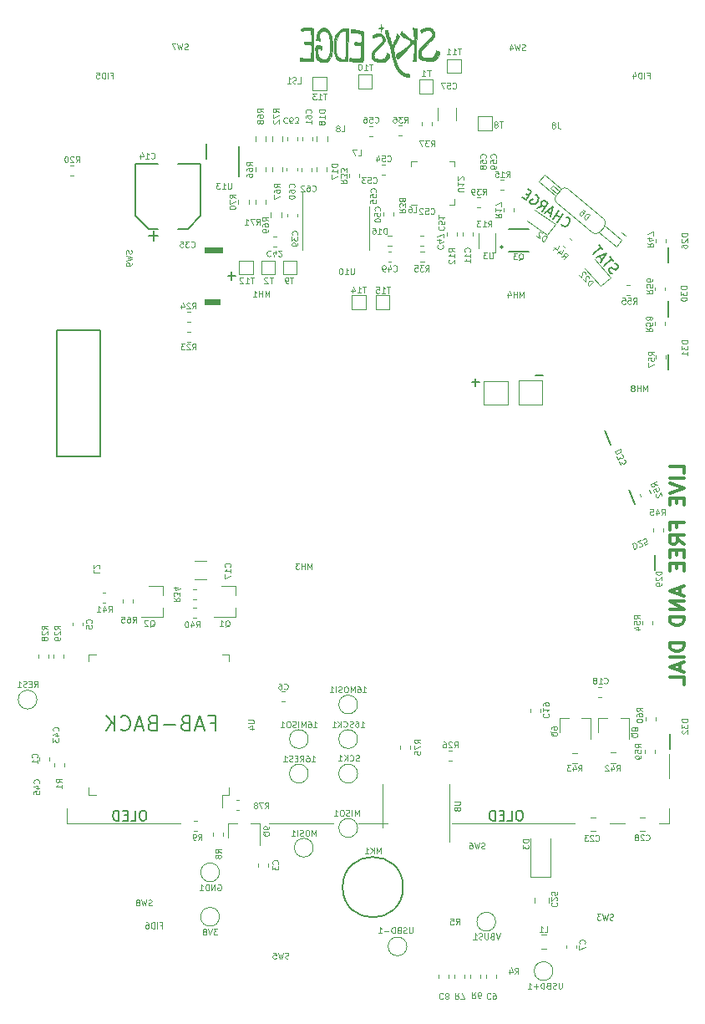
<source format=gbr>
G04 #@! TF.GenerationSoftware,KiCad,Pcbnew,6.0.11+dfsg-1~bpo11+1*
G04 #@! TF.CreationDate,2023-05-24T11:45:56-04:00*
G04 #@! TF.ProjectId,RUSP_Mainboard,52555350-5f4d-4616-996e-626f6172642e,rev?*
G04 #@! TF.SameCoordinates,Original*
G04 #@! TF.FileFunction,Legend,Bot*
G04 #@! TF.FilePolarity,Positive*
%FSLAX46Y46*%
G04 Gerber Fmt 4.6, Leading zero omitted, Abs format (unit mm)*
G04 Created by KiCad (PCBNEW 6.0.11+dfsg-1~bpo11+1) date 2023-05-24 11:45:56*
%MOMM*%
%LPD*%
G01*
G04 APERTURE LIST*
%ADD10C,0.120000*%
%ADD11C,0.300000*%
%ADD12C,0.150000*%
%ADD13C,0.127000*%
%ADD14C,0.200000*%
%ADD15C,0.010000*%
G04 APERTURE END LIST*
D10*
X118500000Y-136000000D02*
X123500000Y-136000000D01*
X179500000Y-129000000D02*
X179500000Y-131500000D01*
X179500000Y-134500000D02*
X179500000Y-136000000D01*
X130000000Y-136000000D02*
X123500000Y-136000000D01*
X118500000Y-136000000D02*
X118500000Y-134500000D01*
X179500000Y-136000000D02*
X178500000Y-136000000D01*
X151000000Y-136000000D02*
X148000000Y-136000000D01*
X145500000Y-136000000D02*
X139000000Y-136000000D01*
X175000000Y-136000000D02*
X173500000Y-136000000D01*
X170000000Y-136000000D02*
X157500000Y-136000000D01*
D11*
X181078571Y-100585714D02*
X181078571Y-99871428D01*
X179578571Y-99871428D01*
X181078571Y-101085714D02*
X179578571Y-101085714D01*
X179578571Y-101585714D02*
X181078571Y-102085714D01*
X179578571Y-102585714D01*
X180292857Y-103085714D02*
X180292857Y-103585714D01*
X181078571Y-103800000D02*
X181078571Y-103085714D01*
X179578571Y-103085714D01*
X179578571Y-103800000D01*
X180292857Y-106085714D02*
X180292857Y-105585714D01*
X181078571Y-105585714D02*
X179578571Y-105585714D01*
X179578571Y-106300000D01*
X181078571Y-107728571D02*
X180364285Y-107228571D01*
X181078571Y-106871428D02*
X179578571Y-106871428D01*
X179578571Y-107442857D01*
X179650000Y-107585714D01*
X179721428Y-107657142D01*
X179864285Y-107728571D01*
X180078571Y-107728571D01*
X180221428Y-107657142D01*
X180292857Y-107585714D01*
X180364285Y-107442857D01*
X180364285Y-106871428D01*
X180292857Y-108371428D02*
X180292857Y-108871428D01*
X181078571Y-109085714D02*
X181078571Y-108371428D01*
X179578571Y-108371428D01*
X179578571Y-109085714D01*
X180292857Y-109728571D02*
X180292857Y-110228571D01*
X181078571Y-110442857D02*
X181078571Y-109728571D01*
X179578571Y-109728571D01*
X179578571Y-110442857D01*
X180650000Y-112157142D02*
X180650000Y-112871428D01*
X181078571Y-112014285D02*
X179578571Y-112514285D01*
X181078571Y-113014285D01*
X181078571Y-113514285D02*
X179578571Y-113514285D01*
X181078571Y-114371428D01*
X179578571Y-114371428D01*
X181078571Y-115085714D02*
X179578571Y-115085714D01*
X179578571Y-115442857D01*
X179650000Y-115657142D01*
X179792857Y-115800000D01*
X179935714Y-115871428D01*
X180221428Y-115942857D01*
X180435714Y-115942857D01*
X180721428Y-115871428D01*
X180864285Y-115800000D01*
X181007142Y-115657142D01*
X181078571Y-115442857D01*
X181078571Y-115085714D01*
X181078571Y-117728571D02*
X179578571Y-117728571D01*
X179578571Y-118085714D01*
X179650000Y-118300000D01*
X179792857Y-118442857D01*
X179935714Y-118514285D01*
X180221428Y-118585714D01*
X180435714Y-118585714D01*
X180721428Y-118514285D01*
X180864285Y-118442857D01*
X181007142Y-118300000D01*
X181078571Y-118085714D01*
X181078571Y-117728571D01*
X181078571Y-119228571D02*
X179578571Y-119228571D01*
X180650000Y-119871428D02*
X180650000Y-120585714D01*
X181078571Y-119728571D02*
X179578571Y-120228571D01*
X181078571Y-120728571D01*
X181078571Y-121942857D02*
X181078571Y-121228571D01*
X179578571Y-121228571D01*
D12*
X164452380Y-134752380D02*
X164261904Y-134752380D01*
X164166666Y-134800000D01*
X164071428Y-134895238D01*
X164023809Y-135085714D01*
X164023809Y-135419047D01*
X164071428Y-135609523D01*
X164166666Y-135704761D01*
X164261904Y-135752380D01*
X164452380Y-135752380D01*
X164547619Y-135704761D01*
X164642857Y-135609523D01*
X164690476Y-135419047D01*
X164690476Y-135085714D01*
X164642857Y-134895238D01*
X164547619Y-134800000D01*
X164452380Y-134752380D01*
X163119047Y-135752380D02*
X163595238Y-135752380D01*
X163595238Y-134752380D01*
X162785714Y-135228571D02*
X162452380Y-135228571D01*
X162309523Y-135752380D02*
X162785714Y-135752380D01*
X162785714Y-134752380D01*
X162309523Y-134752380D01*
X161880952Y-135752380D02*
X161880952Y-134752380D01*
X161642857Y-134752380D01*
X161500000Y-134800000D01*
X161404761Y-134895238D01*
X161357142Y-134990476D01*
X161309523Y-135180952D01*
X161309523Y-135323809D01*
X161357142Y-135514285D01*
X161404761Y-135609523D01*
X161500000Y-135704761D01*
X161642857Y-135752380D01*
X161880952Y-135752380D01*
X133025000Y-125867857D02*
X133525000Y-125867857D01*
X133525000Y-126653571D02*
X133525000Y-125153571D01*
X132810714Y-125153571D01*
X132310714Y-126225000D02*
X131596428Y-126225000D01*
X132453571Y-126653571D02*
X131953571Y-125153571D01*
X131453571Y-126653571D01*
X130453571Y-125867857D02*
X130239285Y-125939285D01*
X130167857Y-126010714D01*
X130096428Y-126153571D01*
X130096428Y-126367857D01*
X130167857Y-126510714D01*
X130239285Y-126582142D01*
X130382142Y-126653571D01*
X130953571Y-126653571D01*
X130953571Y-125153571D01*
X130453571Y-125153571D01*
X130310714Y-125225000D01*
X130239285Y-125296428D01*
X130167857Y-125439285D01*
X130167857Y-125582142D01*
X130239285Y-125725000D01*
X130310714Y-125796428D01*
X130453571Y-125867857D01*
X130953571Y-125867857D01*
X129453571Y-126082142D02*
X128310714Y-126082142D01*
X127096428Y-125867857D02*
X126882142Y-125939285D01*
X126810714Y-126010714D01*
X126739285Y-126153571D01*
X126739285Y-126367857D01*
X126810714Y-126510714D01*
X126882142Y-126582142D01*
X127025000Y-126653571D01*
X127596428Y-126653571D01*
X127596428Y-125153571D01*
X127096428Y-125153571D01*
X126953571Y-125225000D01*
X126882142Y-125296428D01*
X126810714Y-125439285D01*
X126810714Y-125582142D01*
X126882142Y-125725000D01*
X126953571Y-125796428D01*
X127096428Y-125867857D01*
X127596428Y-125867857D01*
X126167857Y-126225000D02*
X125453571Y-126225000D01*
X126310714Y-126653571D02*
X125810714Y-125153571D01*
X125310714Y-126653571D01*
X123953571Y-126510714D02*
X124025000Y-126582142D01*
X124239285Y-126653571D01*
X124382142Y-126653571D01*
X124596428Y-126582142D01*
X124739285Y-126439285D01*
X124810714Y-126296428D01*
X124882142Y-126010714D01*
X124882142Y-125796428D01*
X124810714Y-125510714D01*
X124739285Y-125367857D01*
X124596428Y-125225000D01*
X124382142Y-125153571D01*
X124239285Y-125153571D01*
X124025000Y-125225000D01*
X123953571Y-125296428D01*
X123310714Y-126653571D02*
X123310714Y-125153571D01*
X122453571Y-126653571D02*
X123096428Y-125796428D01*
X122453571Y-125153571D02*
X123310714Y-126010714D01*
X126302380Y-134752380D02*
X126111904Y-134752380D01*
X126016666Y-134800000D01*
X125921428Y-134895238D01*
X125873809Y-135085714D01*
X125873809Y-135419047D01*
X125921428Y-135609523D01*
X126016666Y-135704761D01*
X126111904Y-135752380D01*
X126302380Y-135752380D01*
X126397619Y-135704761D01*
X126492857Y-135609523D01*
X126540476Y-135419047D01*
X126540476Y-135085714D01*
X126492857Y-134895238D01*
X126397619Y-134800000D01*
X126302380Y-134752380D01*
X124969047Y-135752380D02*
X125445238Y-135752380D01*
X125445238Y-134752380D01*
X124635714Y-135228571D02*
X124302380Y-135228571D01*
X124159523Y-135752380D02*
X124635714Y-135752380D01*
X124635714Y-134752380D01*
X124159523Y-134752380D01*
X123730952Y-135752380D02*
X123730952Y-134752380D01*
X123492857Y-134752380D01*
X123350000Y-134800000D01*
X123254761Y-134895238D01*
X123207142Y-134990476D01*
X123159523Y-135180952D01*
X123159523Y-135323809D01*
X123207142Y-135514285D01*
X123254761Y-135609523D01*
X123350000Y-135704761D01*
X123492857Y-135752380D01*
X123730952Y-135752380D01*
D10*
X134532142Y-116153571D02*
X134589285Y-116125000D01*
X134646428Y-116067857D01*
X134732142Y-115982142D01*
X134789285Y-115953571D01*
X134846428Y-115953571D01*
X134817857Y-116096428D02*
X134875000Y-116067857D01*
X134932142Y-116010714D01*
X134960714Y-115896428D01*
X134960714Y-115696428D01*
X134932142Y-115582142D01*
X134875000Y-115525000D01*
X134817857Y-115496428D01*
X134703571Y-115496428D01*
X134646428Y-115525000D01*
X134589285Y-115582142D01*
X134560714Y-115696428D01*
X134560714Y-115896428D01*
X134589285Y-116010714D01*
X134646428Y-116067857D01*
X134703571Y-116096428D01*
X134817857Y-116096428D01*
X133989285Y-116096428D02*
X134332142Y-116096428D01*
X134160714Y-116096428D02*
X134160714Y-115496428D01*
X134217857Y-115582142D01*
X134275000Y-115639285D01*
X134332142Y-115667857D01*
X126907142Y-116103571D02*
X126964285Y-116075000D01*
X127021428Y-116017857D01*
X127107142Y-115932142D01*
X127164285Y-115903571D01*
X127221428Y-115903571D01*
X127192857Y-116046428D02*
X127250000Y-116017857D01*
X127307142Y-115960714D01*
X127335714Y-115846428D01*
X127335714Y-115646428D01*
X127307142Y-115532142D01*
X127250000Y-115475000D01*
X127192857Y-115446428D01*
X127078571Y-115446428D01*
X127021428Y-115475000D01*
X126964285Y-115532142D01*
X126935714Y-115646428D01*
X126935714Y-115846428D01*
X126964285Y-115960714D01*
X127021428Y-116017857D01*
X127078571Y-116046428D01*
X127192857Y-116046428D01*
X126707142Y-115503571D02*
X126678571Y-115475000D01*
X126621428Y-115446428D01*
X126478571Y-115446428D01*
X126421428Y-115475000D01*
X126392857Y-115503571D01*
X126364285Y-115560714D01*
X126364285Y-115617857D01*
X126392857Y-115703571D01*
X126735714Y-116046428D01*
X126364285Y-116046428D01*
X163035714Y-70571428D02*
X163235714Y-70285714D01*
X163378571Y-70571428D02*
X163378571Y-69971428D01*
X163150000Y-69971428D01*
X163092857Y-70000000D01*
X163064285Y-70028571D01*
X163035714Y-70085714D01*
X163035714Y-70171428D01*
X163064285Y-70228571D01*
X163092857Y-70257142D01*
X163150000Y-70285714D01*
X163378571Y-70285714D01*
X162464285Y-70571428D02*
X162807142Y-70571428D01*
X162635714Y-70571428D02*
X162635714Y-69971428D01*
X162692857Y-70057142D01*
X162750000Y-70114285D01*
X162807142Y-70142857D01*
X161921428Y-69971428D02*
X162207142Y-69971428D01*
X162235714Y-70257142D01*
X162207142Y-70228571D01*
X162150000Y-70200000D01*
X162007142Y-70200000D01*
X161950000Y-70228571D01*
X161921428Y-70257142D01*
X161892857Y-70314285D01*
X161892857Y-70457142D01*
X161921428Y-70514285D01*
X161950000Y-70542857D01*
X162007142Y-70571428D01*
X162150000Y-70571428D01*
X162207142Y-70542857D01*
X162235714Y-70514285D01*
X129328571Y-113210714D02*
X129614285Y-113410714D01*
X129328571Y-113553571D02*
X129928571Y-113553571D01*
X129928571Y-113325000D01*
X129900000Y-113267857D01*
X129871428Y-113239285D01*
X129814285Y-113210714D01*
X129728571Y-113210714D01*
X129671428Y-113239285D01*
X129642857Y-113267857D01*
X129614285Y-113325000D01*
X129614285Y-113553571D01*
X129928571Y-113010714D02*
X129928571Y-112639285D01*
X129700000Y-112839285D01*
X129700000Y-112753571D01*
X129671428Y-112696428D01*
X129642857Y-112667857D01*
X129585714Y-112639285D01*
X129442857Y-112639285D01*
X129385714Y-112667857D01*
X129357142Y-112696428D01*
X129328571Y-112753571D01*
X129328571Y-112925000D01*
X129357142Y-112982142D01*
X129385714Y-113010714D01*
X129728571Y-112125000D02*
X129328571Y-112125000D01*
X129957142Y-112267857D02*
X129528571Y-112410714D01*
X129528571Y-112039285D01*
X131585714Y-116171428D02*
X131785714Y-115885714D01*
X131928571Y-116171428D02*
X131928571Y-115571428D01*
X131700000Y-115571428D01*
X131642857Y-115600000D01*
X131614285Y-115628571D01*
X131585714Y-115685714D01*
X131585714Y-115771428D01*
X131614285Y-115828571D01*
X131642857Y-115857142D01*
X131700000Y-115885714D01*
X131928571Y-115885714D01*
X131071428Y-115771428D02*
X131071428Y-116171428D01*
X131214285Y-115542857D02*
X131357142Y-115971428D01*
X130985714Y-115971428D01*
X130642857Y-115571428D02*
X130585714Y-115571428D01*
X130528571Y-115600000D01*
X130500000Y-115628571D01*
X130471428Y-115685714D01*
X130442857Y-115800000D01*
X130442857Y-115942857D01*
X130471428Y-116057142D01*
X130500000Y-116114285D01*
X130528571Y-116142857D01*
X130585714Y-116171428D01*
X130642857Y-116171428D01*
X130700000Y-116142857D01*
X130728571Y-116114285D01*
X130757142Y-116057142D01*
X130785714Y-115942857D01*
X130785714Y-115800000D01*
X130757142Y-115685714D01*
X130728571Y-115628571D01*
X130700000Y-115600000D01*
X130642857Y-115571428D01*
X122685714Y-114621428D02*
X122885714Y-114335714D01*
X123028571Y-114621428D02*
X123028571Y-114021428D01*
X122800000Y-114021428D01*
X122742857Y-114050000D01*
X122714285Y-114078571D01*
X122685714Y-114135714D01*
X122685714Y-114221428D01*
X122714285Y-114278571D01*
X122742857Y-114307142D01*
X122800000Y-114335714D01*
X123028571Y-114335714D01*
X122171428Y-114221428D02*
X122171428Y-114621428D01*
X122314285Y-113992857D02*
X122457142Y-114421428D01*
X122085714Y-114421428D01*
X121542857Y-114621428D02*
X121885714Y-114621428D01*
X121714285Y-114621428D02*
X121714285Y-114021428D01*
X121771428Y-114107142D01*
X121828571Y-114164285D01*
X121885714Y-114192857D01*
X125135714Y-115696428D02*
X125335714Y-115410714D01*
X125478571Y-115696428D02*
X125478571Y-115096428D01*
X125250000Y-115096428D01*
X125192857Y-115125000D01*
X125164285Y-115153571D01*
X125135714Y-115210714D01*
X125135714Y-115296428D01*
X125164285Y-115353571D01*
X125192857Y-115382142D01*
X125250000Y-115410714D01*
X125478571Y-115410714D01*
X124621428Y-115096428D02*
X124735714Y-115096428D01*
X124792857Y-115125000D01*
X124821428Y-115153571D01*
X124878571Y-115239285D01*
X124907142Y-115353571D01*
X124907142Y-115582142D01*
X124878571Y-115639285D01*
X124850000Y-115667857D01*
X124792857Y-115696428D01*
X124678571Y-115696428D01*
X124621428Y-115667857D01*
X124592857Y-115639285D01*
X124564285Y-115582142D01*
X124564285Y-115439285D01*
X124592857Y-115382142D01*
X124621428Y-115353571D01*
X124678571Y-115325000D01*
X124792857Y-115325000D01*
X124850000Y-115353571D01*
X124878571Y-115382142D01*
X124907142Y-115439285D01*
X124021428Y-115096428D02*
X124307142Y-115096428D01*
X124335714Y-115382142D01*
X124307142Y-115353571D01*
X124250000Y-115325000D01*
X124107142Y-115325000D01*
X124050000Y-115353571D01*
X124021428Y-115382142D01*
X123992857Y-115439285D01*
X123992857Y-115582142D01*
X124021428Y-115639285D01*
X124050000Y-115667857D01*
X124107142Y-115696428D01*
X124250000Y-115696428D01*
X124307142Y-115667857D01*
X124335714Y-115639285D01*
X120965285Y-115750000D02*
X120993857Y-115721428D01*
X121022428Y-115635714D01*
X121022428Y-115578571D01*
X120993857Y-115492857D01*
X120936714Y-115435714D01*
X120879571Y-115407142D01*
X120765285Y-115378571D01*
X120679571Y-115378571D01*
X120565285Y-115407142D01*
X120508142Y-115435714D01*
X120451000Y-115492857D01*
X120422428Y-115578571D01*
X120422428Y-115635714D01*
X120451000Y-115721428D01*
X120479571Y-115750000D01*
X120422428Y-116292857D02*
X120422428Y-116007142D01*
X120708142Y-115978571D01*
X120679571Y-116007142D01*
X120651000Y-116064285D01*
X120651000Y-116207142D01*
X120679571Y-116264285D01*
X120708142Y-116292857D01*
X120765285Y-116321428D01*
X120908142Y-116321428D01*
X120965285Y-116292857D01*
X120993857Y-116264285D01*
X121022428Y-116207142D01*
X121022428Y-116064285D01*
X120993857Y-116007142D01*
X120965285Y-115978571D01*
X160914285Y-68614285D02*
X160942857Y-68585714D01*
X160971428Y-68500000D01*
X160971428Y-68442857D01*
X160942857Y-68357142D01*
X160885714Y-68300000D01*
X160828571Y-68271428D01*
X160714285Y-68242857D01*
X160628571Y-68242857D01*
X160514285Y-68271428D01*
X160457142Y-68300000D01*
X160400000Y-68357142D01*
X160371428Y-68442857D01*
X160371428Y-68500000D01*
X160400000Y-68585714D01*
X160428571Y-68614285D01*
X160371428Y-69157142D02*
X160371428Y-68871428D01*
X160657142Y-68842857D01*
X160628571Y-68871428D01*
X160600000Y-68928571D01*
X160600000Y-69071428D01*
X160628571Y-69128571D01*
X160657142Y-69157142D01*
X160714285Y-69185714D01*
X160857142Y-69185714D01*
X160914285Y-69157142D01*
X160942857Y-69128571D01*
X160971428Y-69071428D01*
X160971428Y-68928571D01*
X160942857Y-68871428D01*
X160914285Y-68842857D01*
X160628571Y-69528571D02*
X160600000Y-69471428D01*
X160571428Y-69442857D01*
X160514285Y-69414285D01*
X160485714Y-69414285D01*
X160428571Y-69442857D01*
X160400000Y-69471428D01*
X160371428Y-69528571D01*
X160371428Y-69642857D01*
X160400000Y-69700000D01*
X160428571Y-69728571D01*
X160485714Y-69757142D01*
X160514285Y-69757142D01*
X160571428Y-69728571D01*
X160600000Y-69700000D01*
X160628571Y-69642857D01*
X160628571Y-69528571D01*
X160657142Y-69471428D01*
X160685714Y-69442857D01*
X160742857Y-69414285D01*
X160857142Y-69414285D01*
X160914285Y-69442857D01*
X160942857Y-69471428D01*
X160971428Y-69528571D01*
X160971428Y-69642857D01*
X160942857Y-69700000D01*
X160914285Y-69728571D01*
X160857142Y-69757142D01*
X160742857Y-69757142D01*
X160685714Y-69728571D01*
X160657142Y-69700000D01*
X160628571Y-69642857D01*
X149685714Y-65014285D02*
X149714285Y-65042857D01*
X149800000Y-65071428D01*
X149857142Y-65071428D01*
X149942857Y-65042857D01*
X150000000Y-64985714D01*
X150028571Y-64928571D01*
X150057142Y-64814285D01*
X150057142Y-64728571D01*
X150028571Y-64614285D01*
X150000000Y-64557142D01*
X149942857Y-64500000D01*
X149857142Y-64471428D01*
X149800000Y-64471428D01*
X149714285Y-64500000D01*
X149685714Y-64528571D01*
X149142857Y-64471428D02*
X149428571Y-64471428D01*
X149457142Y-64757142D01*
X149428571Y-64728571D01*
X149371428Y-64700000D01*
X149228571Y-64700000D01*
X149171428Y-64728571D01*
X149142857Y-64757142D01*
X149114285Y-64814285D01*
X149114285Y-64957142D01*
X149142857Y-65014285D01*
X149171428Y-65042857D01*
X149228571Y-65071428D01*
X149371428Y-65071428D01*
X149428571Y-65042857D01*
X149457142Y-65014285D01*
X148600000Y-64471428D02*
X148714285Y-64471428D01*
X148771428Y-64500000D01*
X148800000Y-64528571D01*
X148857142Y-64614285D01*
X148885714Y-64728571D01*
X148885714Y-64957142D01*
X148857142Y-65014285D01*
X148828571Y-65042857D01*
X148771428Y-65071428D01*
X148657142Y-65071428D01*
X148600000Y-65042857D01*
X148571428Y-65014285D01*
X148542857Y-64957142D01*
X148542857Y-64814285D01*
X148571428Y-64757142D01*
X148600000Y-64728571D01*
X148657142Y-64700000D01*
X148771428Y-64700000D01*
X148828571Y-64728571D01*
X148857142Y-64757142D01*
X148885714Y-64814285D01*
X149784285Y-72094285D02*
X149812857Y-72065714D01*
X149841428Y-71980000D01*
X149841428Y-71922857D01*
X149812857Y-71837142D01*
X149755714Y-71780000D01*
X149698571Y-71751428D01*
X149584285Y-71722857D01*
X149498571Y-71722857D01*
X149384285Y-71751428D01*
X149327142Y-71780000D01*
X149270000Y-71837142D01*
X149241428Y-71922857D01*
X149241428Y-71980000D01*
X149270000Y-72065714D01*
X149298571Y-72094285D01*
X149241428Y-72637142D02*
X149241428Y-72351428D01*
X149527142Y-72322857D01*
X149498571Y-72351428D01*
X149470000Y-72408571D01*
X149470000Y-72551428D01*
X149498571Y-72608571D01*
X149527142Y-72637142D01*
X149584285Y-72665714D01*
X149727142Y-72665714D01*
X149784285Y-72637142D01*
X149812857Y-72608571D01*
X149841428Y-72551428D01*
X149841428Y-72408571D01*
X149812857Y-72351428D01*
X149784285Y-72322857D01*
X149241428Y-73208571D02*
X149241428Y-72922857D01*
X149527142Y-72894285D01*
X149498571Y-72922857D01*
X149470000Y-72980000D01*
X149470000Y-73122857D01*
X149498571Y-73180000D01*
X149527142Y-73208571D01*
X149584285Y-73237142D01*
X149727142Y-73237142D01*
X149784285Y-73208571D01*
X149812857Y-73180000D01*
X149841428Y-73122857D01*
X149841428Y-72980000D01*
X149812857Y-72922857D01*
X149784285Y-72894285D01*
X149535714Y-71134285D02*
X149564285Y-71162857D01*
X149650000Y-71191428D01*
X149707142Y-71191428D01*
X149792857Y-71162857D01*
X149850000Y-71105714D01*
X149878571Y-71048571D01*
X149907142Y-70934285D01*
X149907142Y-70848571D01*
X149878571Y-70734285D01*
X149850000Y-70677142D01*
X149792857Y-70620000D01*
X149707142Y-70591428D01*
X149650000Y-70591428D01*
X149564285Y-70620000D01*
X149535714Y-70648571D01*
X148992857Y-70591428D02*
X149278571Y-70591428D01*
X149307142Y-70877142D01*
X149278571Y-70848571D01*
X149221428Y-70820000D01*
X149078571Y-70820000D01*
X149021428Y-70848571D01*
X148992857Y-70877142D01*
X148964285Y-70934285D01*
X148964285Y-71077142D01*
X148992857Y-71134285D01*
X149021428Y-71162857D01*
X149078571Y-71191428D01*
X149221428Y-71191428D01*
X149278571Y-71162857D01*
X149307142Y-71134285D01*
X148764285Y-70591428D02*
X148392857Y-70591428D01*
X148592857Y-70820000D01*
X148507142Y-70820000D01*
X148450000Y-70848571D01*
X148421428Y-70877142D01*
X148392857Y-70934285D01*
X148392857Y-71077142D01*
X148421428Y-71134285D01*
X148450000Y-71162857D01*
X148507142Y-71191428D01*
X148678571Y-71191428D01*
X148735714Y-71162857D01*
X148764285Y-71134285D01*
X155360714Y-74264285D02*
X155389285Y-74292857D01*
X155475000Y-74321428D01*
X155532142Y-74321428D01*
X155617857Y-74292857D01*
X155675000Y-74235714D01*
X155703571Y-74178571D01*
X155732142Y-74064285D01*
X155732142Y-73978571D01*
X155703571Y-73864285D01*
X155675000Y-73807142D01*
X155617857Y-73750000D01*
X155532142Y-73721428D01*
X155475000Y-73721428D01*
X155389285Y-73750000D01*
X155360714Y-73778571D01*
X154817857Y-73721428D02*
X155103571Y-73721428D01*
X155132142Y-74007142D01*
X155103571Y-73978571D01*
X155046428Y-73950000D01*
X154903571Y-73950000D01*
X154846428Y-73978571D01*
X154817857Y-74007142D01*
X154789285Y-74064285D01*
X154789285Y-74207142D01*
X154817857Y-74264285D01*
X154846428Y-74292857D01*
X154903571Y-74321428D01*
X155046428Y-74321428D01*
X155103571Y-74292857D01*
X155132142Y-74264285D01*
X154560714Y-73778571D02*
X154532142Y-73750000D01*
X154475000Y-73721428D01*
X154332142Y-73721428D01*
X154275000Y-73750000D01*
X154246428Y-73778571D01*
X154217857Y-73835714D01*
X154217857Y-73892857D01*
X154246428Y-73978571D01*
X154589285Y-74321428D01*
X154217857Y-74321428D01*
X156185714Y-75585714D02*
X156157142Y-75614285D01*
X156128571Y-75700000D01*
X156128571Y-75757142D01*
X156157142Y-75842857D01*
X156214285Y-75900000D01*
X156271428Y-75928571D01*
X156385714Y-75957142D01*
X156471428Y-75957142D01*
X156585714Y-75928571D01*
X156642857Y-75900000D01*
X156700000Y-75842857D01*
X156728571Y-75757142D01*
X156728571Y-75700000D01*
X156700000Y-75614285D01*
X156671428Y-75585714D01*
X156728571Y-75042857D02*
X156728571Y-75328571D01*
X156442857Y-75357142D01*
X156471428Y-75328571D01*
X156500000Y-75271428D01*
X156500000Y-75128571D01*
X156471428Y-75071428D01*
X156442857Y-75042857D01*
X156385714Y-75014285D01*
X156242857Y-75014285D01*
X156185714Y-75042857D01*
X156157142Y-75071428D01*
X156128571Y-75128571D01*
X156128571Y-75271428D01*
X156157142Y-75328571D01*
X156185714Y-75357142D01*
X156128571Y-74442857D02*
X156128571Y-74785714D01*
X156128571Y-74614285D02*
X156728571Y-74614285D01*
X156642857Y-74671428D01*
X156585714Y-74728571D01*
X156557142Y-74785714D01*
X151585714Y-80064285D02*
X151614285Y-80092857D01*
X151700000Y-80121428D01*
X151757142Y-80121428D01*
X151842857Y-80092857D01*
X151900000Y-80035714D01*
X151928571Y-79978571D01*
X151957142Y-79864285D01*
X151957142Y-79778571D01*
X151928571Y-79664285D01*
X151900000Y-79607142D01*
X151842857Y-79550000D01*
X151757142Y-79521428D01*
X151700000Y-79521428D01*
X151614285Y-79550000D01*
X151585714Y-79578571D01*
X151071428Y-79721428D02*
X151071428Y-80121428D01*
X151214285Y-79492857D02*
X151357142Y-79921428D01*
X150985714Y-79921428D01*
X150728571Y-80121428D02*
X150614285Y-80121428D01*
X150557142Y-80092857D01*
X150528571Y-80064285D01*
X150471428Y-79978571D01*
X150442857Y-79864285D01*
X150442857Y-79635714D01*
X150471428Y-79578571D01*
X150500000Y-79550000D01*
X150557142Y-79521428D01*
X150671428Y-79521428D01*
X150728571Y-79550000D01*
X150757142Y-79578571D01*
X150785714Y-79635714D01*
X150785714Y-79778571D01*
X150757142Y-79835714D01*
X150728571Y-79864285D01*
X150671428Y-79892857D01*
X150557142Y-79892857D01*
X150500000Y-79864285D01*
X150471428Y-79835714D01*
X150442857Y-79778571D01*
X156085714Y-77485714D02*
X156057142Y-77514285D01*
X156028571Y-77600000D01*
X156028571Y-77657142D01*
X156057142Y-77742857D01*
X156114285Y-77800000D01*
X156171428Y-77828571D01*
X156285714Y-77857142D01*
X156371428Y-77857142D01*
X156485714Y-77828571D01*
X156542857Y-77800000D01*
X156600000Y-77742857D01*
X156628571Y-77657142D01*
X156628571Y-77600000D01*
X156600000Y-77514285D01*
X156571428Y-77485714D01*
X156428571Y-76971428D02*
X156028571Y-76971428D01*
X156657142Y-77114285D02*
X156228571Y-77257142D01*
X156228571Y-76885714D01*
X156628571Y-76714285D02*
X156628571Y-76314285D01*
X156028571Y-76571428D01*
X141824285Y-76414285D02*
X141852857Y-76385714D01*
X141881428Y-76300000D01*
X141881428Y-76242857D01*
X141852857Y-76157142D01*
X141795714Y-76100000D01*
X141738571Y-76071428D01*
X141624285Y-76042857D01*
X141538571Y-76042857D01*
X141424285Y-76071428D01*
X141367142Y-76100000D01*
X141310000Y-76157142D01*
X141281428Y-76242857D01*
X141281428Y-76300000D01*
X141310000Y-76385714D01*
X141338571Y-76414285D01*
X141281428Y-76614285D02*
X141281428Y-76985714D01*
X141510000Y-76785714D01*
X141510000Y-76871428D01*
X141538571Y-76928571D01*
X141567142Y-76957142D01*
X141624285Y-76985714D01*
X141767142Y-76985714D01*
X141824285Y-76957142D01*
X141852857Y-76928571D01*
X141881428Y-76871428D01*
X141881428Y-76700000D01*
X141852857Y-76642857D01*
X141824285Y-76614285D01*
X141881428Y-77271428D02*
X141881428Y-77385714D01*
X141852857Y-77442857D01*
X141824285Y-77471428D01*
X141738571Y-77528571D01*
X141624285Y-77557142D01*
X141395714Y-77557142D01*
X141338571Y-77528571D01*
X141310000Y-77500000D01*
X141281428Y-77442857D01*
X141281428Y-77328571D01*
X141310000Y-77271428D01*
X141338571Y-77242857D01*
X141395714Y-77214285D01*
X141538571Y-77214285D01*
X141595714Y-77242857D01*
X141624285Y-77271428D01*
X141652857Y-77328571D01*
X141652857Y-77442857D01*
X141624285Y-77500000D01*
X141595714Y-77528571D01*
X141538571Y-77557142D01*
X127100000Y-144342857D02*
X127014285Y-144371428D01*
X126871428Y-144371428D01*
X126814285Y-144342857D01*
X126785714Y-144314285D01*
X126757142Y-144257142D01*
X126757142Y-144200000D01*
X126785714Y-144142857D01*
X126814285Y-144114285D01*
X126871428Y-144085714D01*
X126985714Y-144057142D01*
X127042857Y-144028571D01*
X127071428Y-144000000D01*
X127100000Y-143942857D01*
X127100000Y-143885714D01*
X127071428Y-143828571D01*
X127042857Y-143800000D01*
X126985714Y-143771428D01*
X126842857Y-143771428D01*
X126757142Y-143800000D01*
X126557142Y-143771428D02*
X126414285Y-144371428D01*
X126300000Y-143942857D01*
X126185714Y-144371428D01*
X126042857Y-143771428D01*
X125728571Y-144028571D02*
X125785714Y-144000000D01*
X125814285Y-143971428D01*
X125842857Y-143914285D01*
X125842857Y-143885714D01*
X125814285Y-143828571D01*
X125785714Y-143800000D01*
X125728571Y-143771428D01*
X125614285Y-143771428D01*
X125557142Y-143800000D01*
X125528571Y-143828571D01*
X125500000Y-143885714D01*
X125500000Y-143914285D01*
X125528571Y-143971428D01*
X125557142Y-144000000D01*
X125614285Y-144028571D01*
X125728571Y-144028571D01*
X125785714Y-144057142D01*
X125814285Y-144085714D01*
X125842857Y-144142857D01*
X125842857Y-144257142D01*
X125814285Y-144314285D01*
X125785714Y-144342857D01*
X125728571Y-144371428D01*
X125614285Y-144371428D01*
X125557142Y-144342857D01*
X125528571Y-144314285D01*
X125500000Y-144257142D01*
X125500000Y-144142857D01*
X125528571Y-144085714D01*
X125557142Y-144057142D01*
X125614285Y-144028571D01*
X130750000Y-57642857D02*
X130664285Y-57671428D01*
X130521428Y-57671428D01*
X130464285Y-57642857D01*
X130435714Y-57614285D01*
X130407142Y-57557142D01*
X130407142Y-57500000D01*
X130435714Y-57442857D01*
X130464285Y-57414285D01*
X130521428Y-57385714D01*
X130635714Y-57357142D01*
X130692857Y-57328571D01*
X130721428Y-57300000D01*
X130750000Y-57242857D01*
X130750000Y-57185714D01*
X130721428Y-57128571D01*
X130692857Y-57100000D01*
X130635714Y-57071428D01*
X130492857Y-57071428D01*
X130407142Y-57100000D01*
X130207142Y-57071428D02*
X130064285Y-57671428D01*
X129950000Y-57242857D01*
X129835714Y-57671428D01*
X129692857Y-57071428D01*
X129521428Y-57071428D02*
X129121428Y-57071428D01*
X129378571Y-57671428D01*
X160850000Y-138592857D02*
X160764285Y-138621428D01*
X160621428Y-138621428D01*
X160564285Y-138592857D01*
X160535714Y-138564285D01*
X160507142Y-138507142D01*
X160507142Y-138450000D01*
X160535714Y-138392857D01*
X160564285Y-138364285D01*
X160621428Y-138335714D01*
X160735714Y-138307142D01*
X160792857Y-138278571D01*
X160821428Y-138250000D01*
X160850000Y-138192857D01*
X160850000Y-138135714D01*
X160821428Y-138078571D01*
X160792857Y-138050000D01*
X160735714Y-138021428D01*
X160592857Y-138021428D01*
X160507142Y-138050000D01*
X160307142Y-138021428D02*
X160164285Y-138621428D01*
X160050000Y-138192857D01*
X159935714Y-138621428D01*
X159792857Y-138021428D01*
X159307142Y-138021428D02*
X159421428Y-138021428D01*
X159478571Y-138050000D01*
X159507142Y-138078571D01*
X159564285Y-138164285D01*
X159592857Y-138278571D01*
X159592857Y-138507142D01*
X159564285Y-138564285D01*
X159535714Y-138592857D01*
X159478571Y-138621428D01*
X159364285Y-138621428D01*
X159307142Y-138592857D01*
X159278571Y-138564285D01*
X159250000Y-138507142D01*
X159250000Y-138364285D01*
X159278571Y-138307142D01*
X159307142Y-138278571D01*
X159364285Y-138250000D01*
X159478571Y-138250000D01*
X159535714Y-138278571D01*
X159564285Y-138307142D01*
X159592857Y-138364285D01*
X140950000Y-149692857D02*
X140864285Y-149721428D01*
X140721428Y-149721428D01*
X140664285Y-149692857D01*
X140635714Y-149664285D01*
X140607142Y-149607142D01*
X140607142Y-149550000D01*
X140635714Y-149492857D01*
X140664285Y-149464285D01*
X140721428Y-149435714D01*
X140835714Y-149407142D01*
X140892857Y-149378571D01*
X140921428Y-149350000D01*
X140950000Y-149292857D01*
X140950000Y-149235714D01*
X140921428Y-149178571D01*
X140892857Y-149150000D01*
X140835714Y-149121428D01*
X140692857Y-149121428D01*
X140607142Y-149150000D01*
X140407142Y-149121428D02*
X140264285Y-149721428D01*
X140150000Y-149292857D01*
X140035714Y-149721428D01*
X139892857Y-149121428D01*
X139378571Y-149121428D02*
X139664285Y-149121428D01*
X139692857Y-149407142D01*
X139664285Y-149378571D01*
X139607142Y-149350000D01*
X139464285Y-149350000D01*
X139407142Y-149378571D01*
X139378571Y-149407142D01*
X139350000Y-149464285D01*
X139350000Y-149607142D01*
X139378571Y-149664285D01*
X139407142Y-149692857D01*
X139464285Y-149721428D01*
X139607142Y-149721428D01*
X139664285Y-149692857D01*
X139692857Y-149664285D01*
X164950000Y-57692857D02*
X164864285Y-57721428D01*
X164721428Y-57721428D01*
X164664285Y-57692857D01*
X164635714Y-57664285D01*
X164607142Y-57607142D01*
X164607142Y-57550000D01*
X164635714Y-57492857D01*
X164664285Y-57464285D01*
X164721428Y-57435714D01*
X164835714Y-57407142D01*
X164892857Y-57378571D01*
X164921428Y-57350000D01*
X164950000Y-57292857D01*
X164950000Y-57235714D01*
X164921428Y-57178571D01*
X164892857Y-57150000D01*
X164835714Y-57121428D01*
X164692857Y-57121428D01*
X164607142Y-57150000D01*
X164407142Y-57121428D02*
X164264285Y-57721428D01*
X164150000Y-57292857D01*
X164035714Y-57721428D01*
X163892857Y-57121428D01*
X163407142Y-57321428D02*
X163407142Y-57721428D01*
X163550000Y-57092857D02*
X163692857Y-57521428D01*
X163321428Y-57521428D01*
X139357142Y-80721428D02*
X139014285Y-80721428D01*
X139185714Y-81321428D02*
X139185714Y-80721428D01*
X138842857Y-80778571D02*
X138814285Y-80750000D01*
X138757142Y-80721428D01*
X138614285Y-80721428D01*
X138557142Y-80750000D01*
X138528571Y-80778571D01*
X138500000Y-80835714D01*
X138500000Y-80892857D01*
X138528571Y-80978571D01*
X138871428Y-81321428D01*
X138500000Y-81321428D01*
X141457142Y-80721428D02*
X141114285Y-80721428D01*
X141285714Y-81321428D02*
X141285714Y-80721428D01*
X140885714Y-81321428D02*
X140771428Y-81321428D01*
X140714285Y-81292857D01*
X140685714Y-81264285D01*
X140628571Y-81178571D01*
X140600000Y-81064285D01*
X140600000Y-80835714D01*
X140628571Y-80778571D01*
X140657142Y-80750000D01*
X140714285Y-80721428D01*
X140828571Y-80721428D01*
X140885714Y-80750000D01*
X140914285Y-80778571D01*
X140942857Y-80835714D01*
X140942857Y-80978571D01*
X140914285Y-81035714D01*
X140885714Y-81064285D01*
X140828571Y-81092857D01*
X140714285Y-81092857D01*
X140657142Y-81064285D01*
X140628571Y-81035714D01*
X140600000Y-80978571D01*
X177300000Y-92271428D02*
X177300000Y-91671428D01*
X177100000Y-92100000D01*
X176900000Y-91671428D01*
X176900000Y-92271428D01*
X176614285Y-92271428D02*
X176614285Y-91671428D01*
X176614285Y-91957142D02*
X176271428Y-91957142D01*
X176271428Y-92271428D02*
X176271428Y-91671428D01*
X175900000Y-91928571D02*
X175957142Y-91900000D01*
X175985714Y-91871428D01*
X176014285Y-91814285D01*
X176014285Y-91785714D01*
X175985714Y-91728571D01*
X175957142Y-91700000D01*
X175900000Y-91671428D01*
X175785714Y-91671428D01*
X175728571Y-91700000D01*
X175700000Y-91728571D01*
X175671428Y-91785714D01*
X175671428Y-91814285D01*
X175700000Y-91871428D01*
X175728571Y-91900000D01*
X175785714Y-91928571D01*
X175900000Y-91928571D01*
X175957142Y-91957142D01*
X175985714Y-91985714D01*
X176014285Y-92042857D01*
X176014285Y-92157142D01*
X175985714Y-92214285D01*
X175957142Y-92242857D01*
X175900000Y-92271428D01*
X175785714Y-92271428D01*
X175728571Y-92242857D01*
X175700000Y-92214285D01*
X175671428Y-92157142D01*
X175671428Y-92042857D01*
X175700000Y-91985714D01*
X175728571Y-91957142D01*
X175785714Y-91928571D01*
X164775000Y-82771428D02*
X164775000Y-82171428D01*
X164575000Y-82600000D01*
X164375000Y-82171428D01*
X164375000Y-82771428D01*
X164089285Y-82771428D02*
X164089285Y-82171428D01*
X164089285Y-82457142D02*
X163746428Y-82457142D01*
X163746428Y-82771428D02*
X163746428Y-82171428D01*
X163203571Y-82371428D02*
X163203571Y-82771428D01*
X163346428Y-82142857D02*
X163489285Y-82571428D01*
X163117857Y-82571428D01*
X143300000Y-110271428D02*
X143300000Y-109671428D01*
X143100000Y-110100000D01*
X142900000Y-109671428D01*
X142900000Y-110271428D01*
X142614285Y-110271428D02*
X142614285Y-109671428D01*
X142614285Y-109957142D02*
X142271428Y-109957142D01*
X142271428Y-110271428D02*
X142271428Y-109671428D01*
X142042857Y-109671428D02*
X141671428Y-109671428D01*
X141871428Y-109900000D01*
X141785714Y-109900000D01*
X141728571Y-109928571D01*
X141700000Y-109957142D01*
X141671428Y-110014285D01*
X141671428Y-110157142D01*
X141700000Y-110214285D01*
X141728571Y-110242857D01*
X141785714Y-110271428D01*
X141957142Y-110271428D01*
X142014285Y-110242857D01*
X142042857Y-110214285D01*
X139000000Y-82696428D02*
X139000000Y-82096428D01*
X138800000Y-82525000D01*
X138600000Y-82096428D01*
X138600000Y-82696428D01*
X138314285Y-82696428D02*
X138314285Y-82096428D01*
X138314285Y-82382142D02*
X137971428Y-82382142D01*
X137971428Y-82696428D02*
X137971428Y-82096428D01*
X137371428Y-82696428D02*
X137714285Y-82696428D01*
X137542857Y-82696428D02*
X137542857Y-82096428D01*
X137600000Y-82182142D01*
X137657142Y-82239285D01*
X137714285Y-82267857D01*
X168250000Y-65041428D02*
X168250000Y-65470000D01*
X168278571Y-65555714D01*
X168335714Y-65612857D01*
X168421428Y-65641428D01*
X168478571Y-65641428D01*
X167878571Y-65298571D02*
X167935714Y-65270000D01*
X167964285Y-65241428D01*
X167992857Y-65184285D01*
X167992857Y-65155714D01*
X167964285Y-65098571D01*
X167935714Y-65070000D01*
X167878571Y-65041428D01*
X167764285Y-65041428D01*
X167707142Y-65070000D01*
X167678571Y-65098571D01*
X167650000Y-65155714D01*
X167650000Y-65184285D01*
X167678571Y-65241428D01*
X167707142Y-65270000D01*
X167764285Y-65298571D01*
X167878571Y-65298571D01*
X167935714Y-65327142D01*
X167964285Y-65355714D01*
X167992857Y-65412857D01*
X167992857Y-65527142D01*
X167964285Y-65584285D01*
X167935714Y-65612857D01*
X167878571Y-65641428D01*
X167764285Y-65641428D01*
X167707142Y-65612857D01*
X167678571Y-65584285D01*
X167650000Y-65527142D01*
X167650000Y-65412857D01*
X167678571Y-65355714D01*
X167707142Y-65327142D01*
X167764285Y-65298571D01*
X137442857Y-80721428D02*
X137100000Y-80721428D01*
X137271428Y-81321428D02*
X137271428Y-80721428D01*
X136585714Y-81321428D02*
X136928571Y-81321428D01*
X136757142Y-81321428D02*
X136757142Y-80721428D01*
X136814285Y-80807142D01*
X136871428Y-80864285D01*
X136928571Y-80892857D01*
X136357142Y-80778571D02*
X136328571Y-80750000D01*
X136271428Y-80721428D01*
X136128571Y-80721428D01*
X136071428Y-80750000D01*
X136042857Y-80778571D01*
X136014285Y-80835714D01*
X136014285Y-80892857D01*
X136042857Y-80978571D01*
X136385714Y-81321428D01*
X136014285Y-81321428D01*
X144842857Y-62121428D02*
X144500000Y-62121428D01*
X144671428Y-62721428D02*
X144671428Y-62121428D01*
X143985714Y-62721428D02*
X144328571Y-62721428D01*
X144157142Y-62721428D02*
X144157142Y-62121428D01*
X144214285Y-62207142D01*
X144271428Y-62264285D01*
X144328571Y-62292857D01*
X143785714Y-62121428D02*
X143414285Y-62121428D01*
X143614285Y-62350000D01*
X143528571Y-62350000D01*
X143471428Y-62378571D01*
X143442857Y-62407142D01*
X143414285Y-62464285D01*
X143414285Y-62607142D01*
X143442857Y-62664285D01*
X143471428Y-62692857D01*
X143528571Y-62721428D01*
X143700000Y-62721428D01*
X143757142Y-62692857D01*
X143785714Y-62664285D01*
X151242857Y-81721428D02*
X150900000Y-81721428D01*
X151071428Y-82321428D02*
X151071428Y-81721428D01*
X150385714Y-82321428D02*
X150728571Y-82321428D01*
X150557142Y-82321428D02*
X150557142Y-81721428D01*
X150614285Y-81807142D01*
X150671428Y-81864285D01*
X150728571Y-81892857D01*
X149842857Y-81721428D02*
X150128571Y-81721428D01*
X150157142Y-82007142D01*
X150128571Y-81978571D01*
X150071428Y-81950000D01*
X149928571Y-81950000D01*
X149871428Y-81978571D01*
X149842857Y-82007142D01*
X149814285Y-82064285D01*
X149814285Y-82207142D01*
X149842857Y-82264285D01*
X149871428Y-82292857D01*
X149928571Y-82321428D01*
X150071428Y-82321428D01*
X150128571Y-82292857D01*
X150157142Y-82264285D01*
X157730714Y-128356428D02*
X157930714Y-128070714D01*
X158073571Y-128356428D02*
X158073571Y-127756428D01*
X157845000Y-127756428D01*
X157787857Y-127785000D01*
X157759285Y-127813571D01*
X157730714Y-127870714D01*
X157730714Y-127956428D01*
X157759285Y-128013571D01*
X157787857Y-128042142D01*
X157845000Y-128070714D01*
X158073571Y-128070714D01*
X157502142Y-127813571D02*
X157473571Y-127785000D01*
X157416428Y-127756428D01*
X157273571Y-127756428D01*
X157216428Y-127785000D01*
X157187857Y-127813571D01*
X157159285Y-127870714D01*
X157159285Y-127927857D01*
X157187857Y-128013571D01*
X157530714Y-128356428D01*
X157159285Y-128356428D01*
X156645000Y-127756428D02*
X156759285Y-127756428D01*
X156816428Y-127785000D01*
X156845000Y-127813571D01*
X156902142Y-127899285D01*
X156930714Y-128013571D01*
X156930714Y-128242142D01*
X156902142Y-128299285D01*
X156873571Y-128327857D01*
X156816428Y-128356428D01*
X156702142Y-128356428D01*
X156645000Y-128327857D01*
X156616428Y-128299285D01*
X156587857Y-128242142D01*
X156587857Y-128099285D01*
X156616428Y-128042142D01*
X156645000Y-128013571D01*
X156702142Y-127985000D01*
X156816428Y-127985000D01*
X156873571Y-128013571D01*
X156902142Y-128042142D01*
X156930714Y-128099285D01*
X148767857Y-81696428D02*
X148425000Y-81696428D01*
X148596428Y-82296428D02*
X148596428Y-81696428D01*
X147910714Y-82296428D02*
X148253571Y-82296428D01*
X148082142Y-82296428D02*
X148082142Y-81696428D01*
X148139285Y-81782142D01*
X148196428Y-81839285D01*
X148253571Y-81867857D01*
X147396428Y-81896428D02*
X147396428Y-82296428D01*
X147539285Y-81667857D02*
X147682142Y-82096428D01*
X147310714Y-82096428D01*
X172085714Y-137764285D02*
X172114285Y-137792857D01*
X172200000Y-137821428D01*
X172257142Y-137821428D01*
X172342857Y-137792857D01*
X172400000Y-137735714D01*
X172428571Y-137678571D01*
X172457142Y-137564285D01*
X172457142Y-137478571D01*
X172428571Y-137364285D01*
X172400000Y-137307142D01*
X172342857Y-137250000D01*
X172257142Y-137221428D01*
X172200000Y-137221428D01*
X172114285Y-137250000D01*
X172085714Y-137278571D01*
X171857142Y-137278571D02*
X171828571Y-137250000D01*
X171771428Y-137221428D01*
X171628571Y-137221428D01*
X171571428Y-137250000D01*
X171542857Y-137278571D01*
X171514285Y-137335714D01*
X171514285Y-137392857D01*
X171542857Y-137478571D01*
X171885714Y-137821428D01*
X171514285Y-137821428D01*
X171314285Y-137221428D02*
X170942857Y-137221428D01*
X171142857Y-137450000D01*
X171057142Y-137450000D01*
X171000000Y-137478571D01*
X170971428Y-137507142D01*
X170942857Y-137564285D01*
X170942857Y-137707142D01*
X170971428Y-137764285D01*
X171000000Y-137792857D01*
X171057142Y-137821428D01*
X171228571Y-137821428D01*
X171285714Y-137792857D01*
X171314285Y-137764285D01*
X166785714Y-124935714D02*
X166757142Y-124964285D01*
X166728571Y-125050000D01*
X166728571Y-125107142D01*
X166757142Y-125192857D01*
X166814285Y-125250000D01*
X166871428Y-125278571D01*
X166985714Y-125307142D01*
X167071428Y-125307142D01*
X167185714Y-125278571D01*
X167242857Y-125250000D01*
X167300000Y-125192857D01*
X167328571Y-125107142D01*
X167328571Y-125050000D01*
X167300000Y-124964285D01*
X167271428Y-124935714D01*
X166728571Y-124364285D02*
X166728571Y-124707142D01*
X166728571Y-124535714D02*
X167328571Y-124535714D01*
X167242857Y-124592857D01*
X167185714Y-124650000D01*
X167157142Y-124707142D01*
X166728571Y-124078571D02*
X166728571Y-123964285D01*
X166757142Y-123907142D01*
X166785714Y-123878571D01*
X166871428Y-123821428D01*
X166985714Y-123792857D01*
X167214285Y-123792857D01*
X167271428Y-123821428D01*
X167300000Y-123850000D01*
X167328571Y-123907142D01*
X167328571Y-124021428D01*
X167300000Y-124078571D01*
X167271428Y-124107142D01*
X167214285Y-124135714D01*
X167071428Y-124135714D01*
X167014285Y-124107142D01*
X166985714Y-124078571D01*
X166957142Y-124021428D01*
X166957142Y-123907142D01*
X166985714Y-123850000D01*
X167014285Y-123821428D01*
X167071428Y-123792857D01*
X172960714Y-121814285D02*
X172989285Y-121842857D01*
X173075000Y-121871428D01*
X173132142Y-121871428D01*
X173217857Y-121842857D01*
X173275000Y-121785714D01*
X173303571Y-121728571D01*
X173332142Y-121614285D01*
X173332142Y-121528571D01*
X173303571Y-121414285D01*
X173275000Y-121357142D01*
X173217857Y-121300000D01*
X173132142Y-121271428D01*
X173075000Y-121271428D01*
X172989285Y-121300000D01*
X172960714Y-121328571D01*
X172389285Y-121871428D02*
X172732142Y-121871428D01*
X172560714Y-121871428D02*
X172560714Y-121271428D01*
X172617857Y-121357142D01*
X172675000Y-121414285D01*
X172732142Y-121442857D01*
X172046428Y-121528571D02*
X172103571Y-121500000D01*
X172132142Y-121471428D01*
X172160714Y-121414285D01*
X172160714Y-121385714D01*
X172132142Y-121328571D01*
X172103571Y-121300000D01*
X172046428Y-121271428D01*
X171932142Y-121271428D01*
X171875000Y-121300000D01*
X171846428Y-121328571D01*
X171817857Y-121385714D01*
X171817857Y-121414285D01*
X171846428Y-121471428D01*
X171875000Y-121500000D01*
X171932142Y-121528571D01*
X172046428Y-121528571D01*
X172103571Y-121557142D01*
X172132142Y-121585714D01*
X172160714Y-121642857D01*
X172160714Y-121757142D01*
X172132142Y-121814285D01*
X172103571Y-121842857D01*
X172046428Y-121871428D01*
X171932142Y-121871428D01*
X171875000Y-121842857D01*
X171846428Y-121814285D01*
X171817857Y-121757142D01*
X171817857Y-121642857D01*
X171846428Y-121585714D01*
X171875000Y-121557142D01*
X171932142Y-121528571D01*
X140512500Y-122414285D02*
X140541071Y-122442857D01*
X140626785Y-122471428D01*
X140683928Y-122471428D01*
X140769642Y-122442857D01*
X140826785Y-122385714D01*
X140855357Y-122328571D01*
X140883928Y-122214285D01*
X140883928Y-122128571D01*
X140855357Y-122014285D01*
X140826785Y-121957142D01*
X140769642Y-121900000D01*
X140683928Y-121871428D01*
X140626785Y-121871428D01*
X140541071Y-121900000D01*
X140512500Y-121928571D01*
X139998214Y-121871428D02*
X140112500Y-121871428D01*
X140169642Y-121900000D01*
X140198214Y-121928571D01*
X140255357Y-122014285D01*
X140283928Y-122128571D01*
X140283928Y-122357142D01*
X140255357Y-122414285D01*
X140226785Y-122442857D01*
X140169642Y-122471428D01*
X140055357Y-122471428D01*
X139998214Y-122442857D01*
X139969642Y-122414285D01*
X139941071Y-122357142D01*
X139941071Y-122214285D01*
X139969642Y-122157142D01*
X139998214Y-122128571D01*
X140055357Y-122100000D01*
X140169642Y-122100000D01*
X140226785Y-122128571D01*
X140255357Y-122157142D01*
X140283928Y-122214285D01*
X115464285Y-129350000D02*
X115492857Y-129321428D01*
X115521428Y-129235714D01*
X115521428Y-129178571D01*
X115492857Y-129092857D01*
X115435714Y-129035714D01*
X115378571Y-129007142D01*
X115264285Y-128978571D01*
X115178571Y-128978571D01*
X115064285Y-129007142D01*
X115007142Y-129035714D01*
X114950000Y-129092857D01*
X114921428Y-129178571D01*
X114921428Y-129235714D01*
X114950000Y-129321428D01*
X114978571Y-129350000D01*
X115521428Y-129921428D02*
X115521428Y-129578571D01*
X115521428Y-129750000D02*
X114921428Y-129750000D01*
X115007142Y-129692857D01*
X115064285Y-129635714D01*
X115092857Y-129578571D01*
X131185714Y-83921428D02*
X131385714Y-83635714D01*
X131528571Y-83921428D02*
X131528571Y-83321428D01*
X131300000Y-83321428D01*
X131242857Y-83350000D01*
X131214285Y-83378571D01*
X131185714Y-83435714D01*
X131185714Y-83521428D01*
X131214285Y-83578571D01*
X131242857Y-83607142D01*
X131300000Y-83635714D01*
X131528571Y-83635714D01*
X130957142Y-83378571D02*
X130928571Y-83350000D01*
X130871428Y-83321428D01*
X130728571Y-83321428D01*
X130671428Y-83350000D01*
X130642857Y-83378571D01*
X130614285Y-83435714D01*
X130614285Y-83492857D01*
X130642857Y-83578571D01*
X130985714Y-83921428D01*
X130614285Y-83921428D01*
X130100000Y-83521428D02*
X130100000Y-83921428D01*
X130242857Y-83292857D02*
X130385714Y-83721428D01*
X130014285Y-83721428D01*
X139864285Y-140150000D02*
X139892857Y-140121428D01*
X139921428Y-140035714D01*
X139921428Y-139978571D01*
X139892857Y-139892857D01*
X139835714Y-139835714D01*
X139778571Y-139807142D01*
X139664285Y-139778571D01*
X139578571Y-139778571D01*
X139464285Y-139807142D01*
X139407142Y-139835714D01*
X139350000Y-139892857D01*
X139321428Y-139978571D01*
X139321428Y-140035714D01*
X139350000Y-140121428D01*
X139378571Y-140150000D01*
X139321428Y-140350000D02*
X139321428Y-140721428D01*
X139550000Y-140521428D01*
X139550000Y-140607142D01*
X139578571Y-140664285D01*
X139607142Y-140692857D01*
X139664285Y-140721428D01*
X139807142Y-140721428D01*
X139864285Y-140692857D01*
X139892857Y-140664285D01*
X139921428Y-140607142D01*
X139921428Y-140435714D01*
X139892857Y-140378571D01*
X139864285Y-140350000D01*
X170964285Y-148200000D02*
X170992857Y-148171428D01*
X171021428Y-148085714D01*
X171021428Y-148028571D01*
X170992857Y-147942857D01*
X170935714Y-147885714D01*
X170878571Y-147857142D01*
X170764285Y-147828571D01*
X170678571Y-147828571D01*
X170564285Y-147857142D01*
X170507142Y-147885714D01*
X170450000Y-147942857D01*
X170421428Y-148028571D01*
X170421428Y-148085714D01*
X170450000Y-148171428D01*
X170478571Y-148200000D01*
X170421428Y-148400000D02*
X170421428Y-148800000D01*
X171021428Y-148542857D01*
X175772644Y-107692137D02*
X175997408Y-108248447D01*
X176129863Y-108194932D01*
X176198633Y-108136332D01*
X176230208Y-108061944D01*
X176235293Y-107998259D01*
X176218972Y-107881592D01*
X176186863Y-107802119D01*
X176117560Y-107706858D01*
X176069663Y-107664579D01*
X175995275Y-107633004D01*
X175905099Y-107638622D01*
X175772644Y-107692137D01*
X176505821Y-107981404D02*
X176543015Y-107997192D01*
X176606700Y-108002277D01*
X176739155Y-107948762D01*
X176781434Y-107900865D01*
X176797222Y-107863671D01*
X176802307Y-107799986D01*
X176780901Y-107747004D01*
X176722300Y-107678234D01*
X176275972Y-107488779D01*
X176620355Y-107349640D01*
X177348447Y-107702592D02*
X177083538Y-107809622D01*
X176950016Y-107555416D01*
X176987210Y-107571204D01*
X177050895Y-107576289D01*
X177183350Y-107522773D01*
X177225629Y-107474876D01*
X177241417Y-107437682D01*
X177246502Y-107373997D01*
X177192986Y-107241542D01*
X177145089Y-107199264D01*
X177107895Y-107183476D01*
X177044210Y-107178391D01*
X176911755Y-107231906D01*
X176869477Y-107279803D01*
X176853689Y-107316997D01*
X135014285Y-110064285D02*
X135042857Y-110035714D01*
X135071428Y-109950000D01*
X135071428Y-109892857D01*
X135042857Y-109807142D01*
X134985714Y-109750000D01*
X134928571Y-109721428D01*
X134814285Y-109692857D01*
X134728571Y-109692857D01*
X134614285Y-109721428D01*
X134557142Y-109750000D01*
X134500000Y-109807142D01*
X134471428Y-109892857D01*
X134471428Y-109950000D01*
X134500000Y-110035714D01*
X134528571Y-110064285D01*
X135071428Y-110635714D02*
X135071428Y-110292857D01*
X135071428Y-110464285D02*
X134471428Y-110464285D01*
X134557142Y-110407142D01*
X134614285Y-110350000D01*
X134642857Y-110292857D01*
X134471428Y-110835714D02*
X134471428Y-111235714D01*
X135071428Y-110978571D01*
X150285714Y-139121428D02*
X150285714Y-138521428D01*
X150085714Y-138950000D01*
X149885714Y-138521428D01*
X149885714Y-139121428D01*
X149600000Y-139121428D02*
X149600000Y-138521428D01*
X149257142Y-139121428D02*
X149514285Y-138778571D01*
X149257142Y-138521428D02*
X149600000Y-138864285D01*
X148685714Y-139121428D02*
X149028571Y-139121428D01*
X148857142Y-139121428D02*
X148857142Y-138521428D01*
X148914285Y-138607142D01*
X148971428Y-138664285D01*
X149028571Y-138692857D01*
X158728571Y-72042857D02*
X158242857Y-72042857D01*
X158185714Y-72014285D01*
X158157142Y-71985714D01*
X158128571Y-71928571D01*
X158128571Y-71814285D01*
X158157142Y-71757142D01*
X158185714Y-71728571D01*
X158242857Y-71700000D01*
X158728571Y-71700000D01*
X158128571Y-71100000D02*
X158128571Y-71442857D01*
X158128571Y-71271428D02*
X158728571Y-71271428D01*
X158642857Y-71328571D01*
X158585714Y-71385714D01*
X158557142Y-71442857D01*
X158671428Y-70871428D02*
X158700000Y-70842857D01*
X158728571Y-70785714D01*
X158728571Y-70642857D01*
X158700000Y-70585714D01*
X158671428Y-70557142D01*
X158614285Y-70528571D01*
X158557142Y-70528571D01*
X158471428Y-70557142D01*
X158128571Y-70900000D01*
X158128571Y-70528571D01*
X176821428Y-124664285D02*
X176535714Y-124464285D01*
X176821428Y-124321428D02*
X176221428Y-124321428D01*
X176221428Y-124550000D01*
X176250000Y-124607142D01*
X176278571Y-124635714D01*
X176335714Y-124664285D01*
X176421428Y-124664285D01*
X176478571Y-124635714D01*
X176507142Y-124607142D01*
X176535714Y-124550000D01*
X176535714Y-124321428D01*
X176221428Y-125178571D02*
X176221428Y-125064285D01*
X176250000Y-125007142D01*
X176278571Y-124978571D01*
X176364285Y-124921428D01*
X176478571Y-124892857D01*
X176707142Y-124892857D01*
X176764285Y-124921428D01*
X176792857Y-124950000D01*
X176821428Y-125007142D01*
X176821428Y-125121428D01*
X176792857Y-125178571D01*
X176764285Y-125207142D01*
X176707142Y-125235714D01*
X176564285Y-125235714D01*
X176507142Y-125207142D01*
X176478571Y-125178571D01*
X176450000Y-125121428D01*
X176450000Y-125007142D01*
X176478571Y-124950000D01*
X176507142Y-124921428D01*
X176564285Y-124892857D01*
X176221428Y-125607142D02*
X176221428Y-125664285D01*
X176250000Y-125721428D01*
X176278571Y-125750000D01*
X176335714Y-125778571D01*
X176450000Y-125807142D01*
X176592857Y-125807142D01*
X176707142Y-125778571D01*
X176764285Y-125750000D01*
X176792857Y-125721428D01*
X176821428Y-125664285D01*
X176821428Y-125607142D01*
X176792857Y-125550000D01*
X176764285Y-125521428D01*
X176707142Y-125492857D01*
X176592857Y-125464285D01*
X176450000Y-125464285D01*
X176335714Y-125492857D01*
X176278571Y-125521428D01*
X176250000Y-125550000D01*
X176221428Y-125607142D01*
X176671428Y-128351785D02*
X176385714Y-128151785D01*
X176671428Y-128008928D02*
X176071428Y-128008928D01*
X176071428Y-128237500D01*
X176100000Y-128294642D01*
X176128571Y-128323214D01*
X176185714Y-128351785D01*
X176271428Y-128351785D01*
X176328571Y-128323214D01*
X176357142Y-128294642D01*
X176385714Y-128237500D01*
X176385714Y-128008928D01*
X176071428Y-128894642D02*
X176071428Y-128608928D01*
X176357142Y-128580357D01*
X176328571Y-128608928D01*
X176300000Y-128666071D01*
X176300000Y-128808928D01*
X176328571Y-128866071D01*
X176357142Y-128894642D01*
X176414285Y-128923214D01*
X176557142Y-128923214D01*
X176614285Y-128894642D01*
X176642857Y-128866071D01*
X176671428Y-128808928D01*
X176671428Y-128666071D01*
X176642857Y-128608928D01*
X176614285Y-128580357D01*
X176671428Y-129208928D02*
X176671428Y-129323214D01*
X176642857Y-129380357D01*
X176614285Y-129408928D01*
X176528571Y-129466071D01*
X176414285Y-129494642D01*
X176185714Y-129494642D01*
X176128571Y-129466071D01*
X176100000Y-129437500D01*
X176071428Y-129380357D01*
X176071428Y-129266071D01*
X176100000Y-129208928D01*
X176128571Y-129180357D01*
X176185714Y-129151785D01*
X176328571Y-129151785D01*
X176385714Y-129180357D01*
X176414285Y-129208928D01*
X176442857Y-129266071D01*
X176442857Y-129380357D01*
X176414285Y-129437500D01*
X176385714Y-129466071D01*
X176328571Y-129494642D01*
X177198571Y-85855714D02*
X177484285Y-86055714D01*
X177198571Y-86198571D02*
X177798571Y-86198571D01*
X177798571Y-85970000D01*
X177770000Y-85912857D01*
X177741428Y-85884285D01*
X177684285Y-85855714D01*
X177598571Y-85855714D01*
X177541428Y-85884285D01*
X177512857Y-85912857D01*
X177484285Y-85970000D01*
X177484285Y-86198571D01*
X177798571Y-85312857D02*
X177798571Y-85598571D01*
X177512857Y-85627142D01*
X177541428Y-85598571D01*
X177570000Y-85541428D01*
X177570000Y-85398571D01*
X177541428Y-85341428D01*
X177512857Y-85312857D01*
X177455714Y-85284285D01*
X177312857Y-85284285D01*
X177255714Y-85312857D01*
X177227142Y-85341428D01*
X177198571Y-85398571D01*
X177198571Y-85541428D01*
X177227142Y-85598571D01*
X177255714Y-85627142D01*
X177541428Y-84941428D02*
X177570000Y-84998571D01*
X177598571Y-85027142D01*
X177655714Y-85055714D01*
X177684285Y-85055714D01*
X177741428Y-85027142D01*
X177770000Y-84998571D01*
X177798571Y-84941428D01*
X177798571Y-84827142D01*
X177770000Y-84770000D01*
X177741428Y-84741428D01*
X177684285Y-84712857D01*
X177655714Y-84712857D01*
X177598571Y-84741428D01*
X177570000Y-84770000D01*
X177541428Y-84827142D01*
X177541428Y-84941428D01*
X177512857Y-84998571D01*
X177484285Y-85027142D01*
X177427142Y-85055714D01*
X177312857Y-85055714D01*
X177255714Y-85027142D01*
X177227142Y-84998571D01*
X177198571Y-84941428D01*
X177198571Y-84827142D01*
X177227142Y-84770000D01*
X177255714Y-84741428D01*
X177312857Y-84712857D01*
X177427142Y-84712857D01*
X177484285Y-84741428D01*
X177512857Y-84770000D01*
X177541428Y-84827142D01*
X178021428Y-88614285D02*
X177735714Y-88414285D01*
X178021428Y-88271428D02*
X177421428Y-88271428D01*
X177421428Y-88500000D01*
X177450000Y-88557142D01*
X177478571Y-88585714D01*
X177535714Y-88614285D01*
X177621428Y-88614285D01*
X177678571Y-88585714D01*
X177707142Y-88557142D01*
X177735714Y-88500000D01*
X177735714Y-88271428D01*
X177421428Y-89157142D02*
X177421428Y-88871428D01*
X177707142Y-88842857D01*
X177678571Y-88871428D01*
X177650000Y-88928571D01*
X177650000Y-89071428D01*
X177678571Y-89128571D01*
X177707142Y-89157142D01*
X177764285Y-89185714D01*
X177907142Y-89185714D01*
X177964285Y-89157142D01*
X177992857Y-89128571D01*
X178021428Y-89071428D01*
X178021428Y-88928571D01*
X177992857Y-88871428D01*
X177964285Y-88842857D01*
X177421428Y-89385714D02*
X177421428Y-89785714D01*
X178021428Y-89528571D01*
X175885714Y-83421428D02*
X176085714Y-83135714D01*
X176228571Y-83421428D02*
X176228571Y-82821428D01*
X176000000Y-82821428D01*
X175942857Y-82850000D01*
X175914285Y-82878571D01*
X175885714Y-82935714D01*
X175885714Y-83021428D01*
X175914285Y-83078571D01*
X175942857Y-83107142D01*
X176000000Y-83135714D01*
X176228571Y-83135714D01*
X175342857Y-82821428D02*
X175628571Y-82821428D01*
X175657142Y-83107142D01*
X175628571Y-83078571D01*
X175571428Y-83050000D01*
X175428571Y-83050000D01*
X175371428Y-83078571D01*
X175342857Y-83107142D01*
X175314285Y-83164285D01*
X175314285Y-83307142D01*
X175342857Y-83364285D01*
X175371428Y-83392857D01*
X175428571Y-83421428D01*
X175571428Y-83421428D01*
X175628571Y-83392857D01*
X175657142Y-83364285D01*
X174771428Y-82821428D02*
X175057142Y-82821428D01*
X175085714Y-83107142D01*
X175057142Y-83078571D01*
X175000000Y-83050000D01*
X174857142Y-83050000D01*
X174800000Y-83078571D01*
X174771428Y-83107142D01*
X174742857Y-83164285D01*
X174742857Y-83307142D01*
X174771428Y-83364285D01*
X174800000Y-83392857D01*
X174857142Y-83421428D01*
X175000000Y-83421428D01*
X175057142Y-83392857D01*
X175085714Y-83364285D01*
X176571428Y-115314285D02*
X176285714Y-115114285D01*
X176571428Y-114971428D02*
X175971428Y-114971428D01*
X175971428Y-115200000D01*
X176000000Y-115257142D01*
X176028571Y-115285714D01*
X176085714Y-115314285D01*
X176171428Y-115314285D01*
X176228571Y-115285714D01*
X176257142Y-115257142D01*
X176285714Y-115200000D01*
X176285714Y-114971428D01*
X175971428Y-115857142D02*
X175971428Y-115571428D01*
X176257142Y-115542857D01*
X176228571Y-115571428D01*
X176200000Y-115628571D01*
X176200000Y-115771428D01*
X176228571Y-115828571D01*
X176257142Y-115857142D01*
X176314285Y-115885714D01*
X176457142Y-115885714D01*
X176514285Y-115857142D01*
X176542857Y-115828571D01*
X176571428Y-115771428D01*
X176571428Y-115628571D01*
X176542857Y-115571428D01*
X176514285Y-115542857D01*
X176171428Y-116400000D02*
X176571428Y-116400000D01*
X175942857Y-116257142D02*
X176371428Y-116114285D01*
X176371428Y-116485714D01*
X178357173Y-101765693D02*
X178017342Y-101687286D01*
X178228736Y-101447801D02*
X177672426Y-101672565D01*
X177758050Y-101884493D01*
X177805947Y-101926771D01*
X177843141Y-101942559D01*
X177906826Y-101947644D01*
X177986299Y-101915535D01*
X178028578Y-101867638D01*
X178044366Y-101830444D01*
X178049451Y-101766759D01*
X177963826Y-101554831D01*
X178004220Y-102493785D02*
X177897190Y-102228875D01*
X178151396Y-102095354D01*
X178135608Y-102132548D01*
X178130524Y-102196233D01*
X178184039Y-102328688D01*
X178231936Y-102370966D01*
X178269130Y-102386754D01*
X178332815Y-102391839D01*
X178465270Y-102338324D01*
X178507549Y-102290427D01*
X178523336Y-102253233D01*
X178528421Y-102189548D01*
X178474906Y-102057093D01*
X178427009Y-102014814D01*
X178389815Y-101999026D01*
X178153529Y-102710797D02*
X178137742Y-102747991D01*
X178132657Y-102811676D01*
X178186172Y-102944131D01*
X178234069Y-102986410D01*
X178271263Y-103002198D01*
X178334948Y-103007283D01*
X178387930Y-102985877D01*
X178456700Y-102927277D01*
X178646155Y-102480949D01*
X178785294Y-102825331D01*
X177328571Y-77285714D02*
X177614285Y-77485714D01*
X177328571Y-77628571D02*
X177928571Y-77628571D01*
X177928571Y-77400000D01*
X177900000Y-77342857D01*
X177871428Y-77314285D01*
X177814285Y-77285714D01*
X177728571Y-77285714D01*
X177671428Y-77314285D01*
X177642857Y-77342857D01*
X177614285Y-77400000D01*
X177614285Y-77628571D01*
X177728571Y-76771428D02*
X177328571Y-76771428D01*
X177957142Y-76914285D02*
X177528571Y-77057142D01*
X177528571Y-76685714D01*
X177928571Y-76514285D02*
X177928571Y-76114285D01*
X177328571Y-76371428D01*
X168605020Y-78659803D02*
X168944829Y-78581303D01*
X168859812Y-78889220D02*
X169261291Y-78443333D01*
X169091429Y-78290389D01*
X169029846Y-78273385D01*
X168989495Y-78275500D01*
X168930026Y-78298847D01*
X168872672Y-78362546D01*
X168855669Y-78424129D01*
X168857784Y-78464480D01*
X168881131Y-78523948D01*
X169050993Y-78676893D01*
X168490483Y-78018421D02*
X168222831Y-78315679D01*
X168749591Y-77944150D02*
X168568984Y-78358230D01*
X168292959Y-78109696D01*
X168065829Y-77636061D02*
X167798177Y-77933319D01*
X168324937Y-77561789D02*
X168144330Y-77975870D01*
X167868305Y-77727336D01*
X160635714Y-72341428D02*
X160835714Y-72055714D01*
X160978571Y-72341428D02*
X160978571Y-71741428D01*
X160750000Y-71741428D01*
X160692857Y-71770000D01*
X160664285Y-71798571D01*
X160635714Y-71855714D01*
X160635714Y-71941428D01*
X160664285Y-71998571D01*
X160692857Y-72027142D01*
X160750000Y-72055714D01*
X160978571Y-72055714D01*
X160435714Y-71741428D02*
X160064285Y-71741428D01*
X160264285Y-71970000D01*
X160178571Y-71970000D01*
X160121428Y-71998571D01*
X160092857Y-72027142D01*
X160064285Y-72084285D01*
X160064285Y-72227142D01*
X160092857Y-72284285D01*
X160121428Y-72312857D01*
X160178571Y-72341428D01*
X160350000Y-72341428D01*
X160407142Y-72312857D01*
X160435714Y-72284285D01*
X159778571Y-72341428D02*
X159664285Y-72341428D01*
X159607142Y-72312857D01*
X159578571Y-72284285D01*
X159521428Y-72198571D01*
X159492857Y-72084285D01*
X159492857Y-71855714D01*
X159521428Y-71798571D01*
X159550000Y-71770000D01*
X159607142Y-71741428D01*
X159721428Y-71741428D01*
X159778571Y-71770000D01*
X159807142Y-71798571D01*
X159835714Y-71855714D01*
X159835714Y-71998571D01*
X159807142Y-72055714D01*
X159778571Y-72084285D01*
X159721428Y-72112857D01*
X159607142Y-72112857D01*
X159550000Y-72084285D01*
X159521428Y-72055714D01*
X159492857Y-71998571D01*
X152178571Y-73810714D02*
X152464285Y-74010714D01*
X152178571Y-74153571D02*
X152778571Y-74153571D01*
X152778571Y-73925000D01*
X152750000Y-73867857D01*
X152721428Y-73839285D01*
X152664285Y-73810714D01*
X152578571Y-73810714D01*
X152521428Y-73839285D01*
X152492857Y-73867857D01*
X152464285Y-73925000D01*
X152464285Y-74153571D01*
X152778571Y-73610714D02*
X152778571Y-73239285D01*
X152550000Y-73439285D01*
X152550000Y-73353571D01*
X152521428Y-73296428D01*
X152492857Y-73267857D01*
X152435714Y-73239285D01*
X152292857Y-73239285D01*
X152235714Y-73267857D01*
X152207142Y-73296428D01*
X152178571Y-73353571D01*
X152178571Y-73525000D01*
X152207142Y-73582142D01*
X152235714Y-73610714D01*
X152521428Y-72896428D02*
X152550000Y-72953571D01*
X152578571Y-72982142D01*
X152635714Y-73010714D01*
X152664285Y-73010714D01*
X152721428Y-72982142D01*
X152750000Y-72953571D01*
X152778571Y-72896428D01*
X152778571Y-72782142D01*
X152750000Y-72725000D01*
X152721428Y-72696428D01*
X152664285Y-72667857D01*
X152635714Y-72667857D01*
X152578571Y-72696428D01*
X152550000Y-72725000D01*
X152521428Y-72782142D01*
X152521428Y-72896428D01*
X152492857Y-72953571D01*
X152464285Y-72982142D01*
X152407142Y-73010714D01*
X152292857Y-73010714D01*
X152235714Y-72982142D01*
X152207142Y-72953571D01*
X152178571Y-72896428D01*
X152178571Y-72782142D01*
X152207142Y-72725000D01*
X152235714Y-72696428D01*
X152292857Y-72667857D01*
X152407142Y-72667857D01*
X152464285Y-72696428D01*
X152492857Y-72725000D01*
X152521428Y-72782142D01*
X152685714Y-65071428D02*
X152885714Y-64785714D01*
X153028571Y-65071428D02*
X153028571Y-64471428D01*
X152800000Y-64471428D01*
X152742857Y-64500000D01*
X152714285Y-64528571D01*
X152685714Y-64585714D01*
X152685714Y-64671428D01*
X152714285Y-64728571D01*
X152742857Y-64757142D01*
X152800000Y-64785714D01*
X153028571Y-64785714D01*
X152485714Y-64471428D02*
X152114285Y-64471428D01*
X152314285Y-64700000D01*
X152228571Y-64700000D01*
X152171428Y-64728571D01*
X152142857Y-64757142D01*
X152114285Y-64814285D01*
X152114285Y-64957142D01*
X152142857Y-65014285D01*
X152171428Y-65042857D01*
X152228571Y-65071428D01*
X152400000Y-65071428D01*
X152457142Y-65042857D01*
X152485714Y-65014285D01*
X151600000Y-64471428D02*
X151714285Y-64471428D01*
X151771428Y-64500000D01*
X151800000Y-64528571D01*
X151857142Y-64614285D01*
X151885714Y-64728571D01*
X151885714Y-64957142D01*
X151857142Y-65014285D01*
X151828571Y-65042857D01*
X151771428Y-65071428D01*
X151657142Y-65071428D01*
X151600000Y-65042857D01*
X151571428Y-65014285D01*
X151542857Y-64957142D01*
X151542857Y-64814285D01*
X151571428Y-64757142D01*
X151600000Y-64728571D01*
X151657142Y-64700000D01*
X151771428Y-64700000D01*
X151828571Y-64728571D01*
X151857142Y-64757142D01*
X151885714Y-64814285D01*
X154835714Y-80121428D02*
X155035714Y-79835714D01*
X155178571Y-80121428D02*
X155178571Y-79521428D01*
X154950000Y-79521428D01*
X154892857Y-79550000D01*
X154864285Y-79578571D01*
X154835714Y-79635714D01*
X154835714Y-79721428D01*
X154864285Y-79778571D01*
X154892857Y-79807142D01*
X154950000Y-79835714D01*
X155178571Y-79835714D01*
X154635714Y-79521428D02*
X154264285Y-79521428D01*
X154464285Y-79750000D01*
X154378571Y-79750000D01*
X154321428Y-79778571D01*
X154292857Y-79807142D01*
X154264285Y-79864285D01*
X154264285Y-80007142D01*
X154292857Y-80064285D01*
X154321428Y-80092857D01*
X154378571Y-80121428D01*
X154550000Y-80121428D01*
X154607142Y-80092857D01*
X154635714Y-80064285D01*
X153721428Y-79521428D02*
X154007142Y-79521428D01*
X154035714Y-79807142D01*
X154007142Y-79778571D01*
X153950000Y-79750000D01*
X153807142Y-79750000D01*
X153750000Y-79778571D01*
X153721428Y-79807142D01*
X153692857Y-79864285D01*
X153692857Y-80007142D01*
X153721428Y-80064285D01*
X153750000Y-80092857D01*
X153807142Y-80121428D01*
X153950000Y-80121428D01*
X154007142Y-80092857D01*
X154035714Y-80064285D01*
X117821428Y-116364285D02*
X117535714Y-116164285D01*
X117821428Y-116021428D02*
X117221428Y-116021428D01*
X117221428Y-116250000D01*
X117250000Y-116307142D01*
X117278571Y-116335714D01*
X117335714Y-116364285D01*
X117421428Y-116364285D01*
X117478571Y-116335714D01*
X117507142Y-116307142D01*
X117535714Y-116250000D01*
X117535714Y-116021428D01*
X117278571Y-116592857D02*
X117250000Y-116621428D01*
X117221428Y-116678571D01*
X117221428Y-116821428D01*
X117250000Y-116878571D01*
X117278571Y-116907142D01*
X117335714Y-116935714D01*
X117392857Y-116935714D01*
X117478571Y-116907142D01*
X117821428Y-116564285D01*
X117821428Y-116935714D01*
X117821428Y-117221428D02*
X117821428Y-117335714D01*
X117792857Y-117392857D01*
X117764285Y-117421428D01*
X117678571Y-117478571D01*
X117564285Y-117507142D01*
X117335714Y-117507142D01*
X117278571Y-117478571D01*
X117250000Y-117450000D01*
X117221428Y-117392857D01*
X117221428Y-117278571D01*
X117250000Y-117221428D01*
X117278571Y-117192857D01*
X117335714Y-117164285D01*
X117478571Y-117164285D01*
X117535714Y-117192857D01*
X117564285Y-117221428D01*
X117592857Y-117278571D01*
X117592857Y-117392857D01*
X117564285Y-117450000D01*
X117535714Y-117478571D01*
X117478571Y-117507142D01*
X161185714Y-75621428D02*
X161385714Y-75335714D01*
X161528571Y-75621428D02*
X161528571Y-75021428D01*
X161300000Y-75021428D01*
X161242857Y-75050000D01*
X161214285Y-75078571D01*
X161185714Y-75135714D01*
X161185714Y-75221428D01*
X161214285Y-75278571D01*
X161242857Y-75307142D01*
X161300000Y-75335714D01*
X161528571Y-75335714D01*
X160614285Y-75621428D02*
X160957142Y-75621428D01*
X160785714Y-75621428D02*
X160785714Y-75021428D01*
X160842857Y-75107142D01*
X160900000Y-75164285D01*
X160957142Y-75192857D01*
X160414285Y-75021428D02*
X160042857Y-75021428D01*
X160242857Y-75250000D01*
X160157142Y-75250000D01*
X160100000Y-75278571D01*
X160071428Y-75307142D01*
X160042857Y-75364285D01*
X160042857Y-75507142D01*
X160071428Y-75564285D01*
X160100000Y-75592857D01*
X160157142Y-75621428D01*
X160328571Y-75621428D01*
X160385714Y-75592857D01*
X160414285Y-75564285D01*
X157771428Y-78164285D02*
X157485714Y-77964285D01*
X157771428Y-77821428D02*
X157171428Y-77821428D01*
X157171428Y-78050000D01*
X157200000Y-78107142D01*
X157228571Y-78135714D01*
X157285714Y-78164285D01*
X157371428Y-78164285D01*
X157428571Y-78135714D01*
X157457142Y-78107142D01*
X157485714Y-78050000D01*
X157485714Y-77821428D01*
X157771428Y-78735714D02*
X157771428Y-78392857D01*
X157771428Y-78564285D02*
X157171428Y-78564285D01*
X157257142Y-78507142D01*
X157314285Y-78450000D01*
X157342857Y-78392857D01*
X157228571Y-78964285D02*
X157200000Y-78992857D01*
X157171428Y-79050000D01*
X157171428Y-79192857D01*
X157200000Y-79250000D01*
X157228571Y-79278571D01*
X157285714Y-79307142D01*
X157342857Y-79307142D01*
X157428571Y-79278571D01*
X157771428Y-78935714D01*
X157771428Y-79307142D01*
X131800000Y-137721428D02*
X132000000Y-137435714D01*
X132142857Y-137721428D02*
X132142857Y-137121428D01*
X131914285Y-137121428D01*
X131857142Y-137150000D01*
X131828571Y-137178571D01*
X131800000Y-137235714D01*
X131800000Y-137321428D01*
X131828571Y-137378571D01*
X131857142Y-137407142D01*
X131914285Y-137435714D01*
X132142857Y-137435714D01*
X131514285Y-137721428D02*
X131400000Y-137721428D01*
X131342857Y-137692857D01*
X131314285Y-137664285D01*
X131257142Y-137578571D01*
X131228571Y-137464285D01*
X131228571Y-137235714D01*
X131257142Y-137178571D01*
X131285714Y-137150000D01*
X131342857Y-137121428D01*
X131457142Y-137121428D01*
X131514285Y-137150000D01*
X131542857Y-137178571D01*
X131571428Y-137235714D01*
X131571428Y-137378571D01*
X131542857Y-137435714D01*
X131514285Y-137464285D01*
X131457142Y-137492857D01*
X131342857Y-137492857D01*
X131285714Y-137464285D01*
X131257142Y-137435714D01*
X131228571Y-137378571D01*
X134121428Y-139000000D02*
X133835714Y-138800000D01*
X134121428Y-138657142D02*
X133521428Y-138657142D01*
X133521428Y-138885714D01*
X133550000Y-138942857D01*
X133578571Y-138971428D01*
X133635714Y-139000000D01*
X133721428Y-139000000D01*
X133778571Y-138971428D01*
X133807142Y-138942857D01*
X133835714Y-138885714D01*
X133835714Y-138657142D01*
X133778571Y-139342857D02*
X133750000Y-139285714D01*
X133721428Y-139257142D01*
X133664285Y-139228571D01*
X133635714Y-139228571D01*
X133578571Y-139257142D01*
X133550000Y-139285714D01*
X133521428Y-139342857D01*
X133521428Y-139457142D01*
X133550000Y-139514285D01*
X133578571Y-139542857D01*
X133635714Y-139571428D01*
X133664285Y-139571428D01*
X133721428Y-139542857D01*
X133750000Y-139514285D01*
X133778571Y-139457142D01*
X133778571Y-139342857D01*
X133807142Y-139285714D01*
X133835714Y-139257142D01*
X133892857Y-139228571D01*
X134007142Y-139228571D01*
X134064285Y-139257142D01*
X134092857Y-139285714D01*
X134121428Y-139342857D01*
X134121428Y-139457142D01*
X134092857Y-139514285D01*
X134064285Y-139542857D01*
X134007142Y-139571428D01*
X133892857Y-139571428D01*
X133835714Y-139542857D01*
X133807142Y-139514285D01*
X133778571Y-139457142D01*
X158200000Y-153228571D02*
X158000000Y-153514285D01*
X157857142Y-153228571D02*
X157857142Y-153828571D01*
X158085714Y-153828571D01*
X158142857Y-153800000D01*
X158171428Y-153771428D01*
X158200000Y-153714285D01*
X158200000Y-153628571D01*
X158171428Y-153571428D01*
X158142857Y-153542857D01*
X158085714Y-153514285D01*
X157857142Y-153514285D01*
X158400000Y-153828571D02*
X158800000Y-153828571D01*
X158542857Y-153228571D01*
X159900000Y-153128571D02*
X159700000Y-153414285D01*
X159557142Y-153128571D02*
X159557142Y-153728571D01*
X159785714Y-153728571D01*
X159842857Y-153700000D01*
X159871428Y-153671428D01*
X159900000Y-153614285D01*
X159900000Y-153528571D01*
X159871428Y-153471428D01*
X159842857Y-153442857D01*
X159785714Y-153414285D01*
X159557142Y-153414285D01*
X160414285Y-153728571D02*
X160300000Y-153728571D01*
X160242857Y-153700000D01*
X160214285Y-153671428D01*
X160157142Y-153585714D01*
X160128571Y-153471428D01*
X160128571Y-153242857D01*
X160157142Y-153185714D01*
X160185714Y-153157142D01*
X160242857Y-153128571D01*
X160357142Y-153128571D01*
X160414285Y-153157142D01*
X160442857Y-153185714D01*
X160471428Y-153242857D01*
X160471428Y-153385714D01*
X160442857Y-153442857D01*
X160414285Y-153471428D01*
X160357142Y-153500000D01*
X160242857Y-153500000D01*
X160185714Y-153471428D01*
X160157142Y-153442857D01*
X160128571Y-153385714D01*
X157900000Y-146271428D02*
X158100000Y-145985714D01*
X158242857Y-146271428D02*
X158242857Y-145671428D01*
X158014285Y-145671428D01*
X157957142Y-145700000D01*
X157928571Y-145728571D01*
X157900000Y-145785714D01*
X157900000Y-145871428D01*
X157928571Y-145928571D01*
X157957142Y-145957142D01*
X158014285Y-145985714D01*
X158242857Y-145985714D01*
X157357142Y-145671428D02*
X157642857Y-145671428D01*
X157671428Y-145957142D01*
X157642857Y-145928571D01*
X157585714Y-145900000D01*
X157442857Y-145900000D01*
X157385714Y-145928571D01*
X157357142Y-145957142D01*
X157328571Y-146014285D01*
X157328571Y-146157142D01*
X157357142Y-146214285D01*
X157385714Y-146242857D01*
X157442857Y-146271428D01*
X157585714Y-146271428D01*
X157642857Y-146242857D01*
X157671428Y-146214285D01*
X163900000Y-151271428D02*
X164100000Y-150985714D01*
X164242857Y-151271428D02*
X164242857Y-150671428D01*
X164014285Y-150671428D01*
X163957142Y-150700000D01*
X163928571Y-150728571D01*
X163900000Y-150785714D01*
X163900000Y-150871428D01*
X163928571Y-150928571D01*
X163957142Y-150957142D01*
X164014285Y-150985714D01*
X164242857Y-150985714D01*
X163385714Y-150871428D02*
X163385714Y-151271428D01*
X163528571Y-150642857D02*
X163671428Y-151071428D01*
X163300000Y-151071428D01*
X117971428Y-131900000D02*
X117685714Y-131700000D01*
X117971428Y-131557142D02*
X117371428Y-131557142D01*
X117371428Y-131785714D01*
X117400000Y-131842857D01*
X117428571Y-131871428D01*
X117485714Y-131900000D01*
X117571428Y-131900000D01*
X117628571Y-131871428D01*
X117657142Y-131842857D01*
X117685714Y-131785714D01*
X117685714Y-131557142D01*
X117971428Y-132471428D02*
X117971428Y-132128571D01*
X117971428Y-132300000D02*
X117371428Y-132300000D01*
X117457142Y-132242857D01*
X117514285Y-132185714D01*
X117542857Y-132128571D01*
X146300000Y-65971428D02*
X146585714Y-65971428D01*
X146585714Y-65371428D01*
X146014285Y-65628571D02*
X146071428Y-65600000D01*
X146100000Y-65571428D01*
X146128571Y-65514285D01*
X146128571Y-65485714D01*
X146100000Y-65428571D01*
X146071428Y-65400000D01*
X146014285Y-65371428D01*
X145900000Y-65371428D01*
X145842857Y-65400000D01*
X145814285Y-65428571D01*
X145785714Y-65485714D01*
X145785714Y-65514285D01*
X145814285Y-65571428D01*
X145842857Y-65600000D01*
X145900000Y-65628571D01*
X146014285Y-65628571D01*
X146071428Y-65657142D01*
X146100000Y-65685714D01*
X146128571Y-65742857D01*
X146128571Y-65857142D01*
X146100000Y-65914285D01*
X146071428Y-65942857D01*
X146014285Y-65971428D01*
X145900000Y-65971428D01*
X145842857Y-65942857D01*
X145814285Y-65914285D01*
X145785714Y-65857142D01*
X145785714Y-65742857D01*
X145814285Y-65685714D01*
X145842857Y-65657142D01*
X145900000Y-65628571D01*
X153620000Y-74146428D02*
X153905714Y-74146428D01*
X153905714Y-73546428D01*
X153162857Y-73546428D02*
X153277142Y-73546428D01*
X153334285Y-73575000D01*
X153362857Y-73603571D01*
X153420000Y-73689285D01*
X153448571Y-73803571D01*
X153448571Y-74032142D01*
X153420000Y-74089285D01*
X153391428Y-74117857D01*
X153334285Y-74146428D01*
X153220000Y-74146428D01*
X153162857Y-74117857D01*
X153134285Y-74089285D01*
X153105714Y-74032142D01*
X153105714Y-73889285D01*
X153134285Y-73832142D01*
X153162857Y-73803571D01*
X153220000Y-73775000D01*
X153334285Y-73775000D01*
X153391428Y-73803571D01*
X153420000Y-73832142D01*
X153448571Y-73889285D01*
X171415891Y-81605275D02*
X171861778Y-81203796D01*
X171766188Y-81097633D01*
X171687601Y-81053053D01*
X171606900Y-81048823D01*
X171545316Y-81065827D01*
X171441268Y-81121066D01*
X171377569Y-81178420D01*
X171311757Y-81276125D01*
X171288409Y-81335594D01*
X171284180Y-81416295D01*
X171320301Y-81499111D01*
X171415891Y-81605275D01*
X171436952Y-80817378D02*
X171439067Y-80777028D01*
X171422064Y-80715444D01*
X171326474Y-80609281D01*
X171267005Y-80585933D01*
X171226654Y-80583818D01*
X171165071Y-80600822D01*
X171122605Y-80639058D01*
X171078025Y-80717645D01*
X171052649Y-81201853D01*
X170804115Y-80925828D01*
X171054592Y-80392724D02*
X171056707Y-80352373D01*
X171039703Y-80290790D01*
X170944113Y-80184626D01*
X170884645Y-80161279D01*
X170844294Y-80159164D01*
X170782710Y-80176168D01*
X170740245Y-80214404D01*
X170695665Y-80292990D01*
X170670289Y-80777199D01*
X170421754Y-80501174D01*
D12*
X173739791Y-80366886D02*
X173608813Y-80292586D01*
X173449496Y-80115647D01*
X173421157Y-80013008D01*
X173424682Y-79945757D01*
X173463594Y-79846642D01*
X173534370Y-79782915D01*
X173637009Y-79754577D01*
X173704260Y-79758101D01*
X173803375Y-79797013D01*
X173966216Y-79906701D01*
X174065331Y-79945614D01*
X174132582Y-79949138D01*
X174235221Y-79920799D01*
X174305997Y-79857073D01*
X174344909Y-79757958D01*
X174348433Y-79690707D01*
X174320095Y-79588068D01*
X174160778Y-79411129D01*
X174029800Y-79336828D01*
X173874007Y-79092638D02*
X173491647Y-78667984D01*
X172939682Y-79549441D02*
X173682827Y-78880311D01*
X172769649Y-78933607D02*
X172451016Y-78579729D01*
X172621049Y-79195563D02*
X173141150Y-78278717D01*
X172174962Y-78700133D01*
X172790653Y-77889451D02*
X172408293Y-77464797D01*
X171856328Y-78346255D02*
X172599473Y-77677124D01*
D10*
X140814285Y-64585714D02*
X140785714Y-64557142D01*
X140700000Y-64528571D01*
X140642857Y-64528571D01*
X140557142Y-64557142D01*
X140500000Y-64614285D01*
X140471428Y-64671428D01*
X140442857Y-64785714D01*
X140442857Y-64871428D01*
X140471428Y-64985714D01*
X140500000Y-65042857D01*
X140557142Y-65100000D01*
X140642857Y-65128571D01*
X140700000Y-65128571D01*
X140785714Y-65100000D01*
X140814285Y-65071428D01*
X141328571Y-65128571D02*
X141214285Y-65128571D01*
X141157142Y-65100000D01*
X141128571Y-65071428D01*
X141071428Y-64985714D01*
X141042857Y-64871428D01*
X141042857Y-64642857D01*
X141071428Y-64585714D01*
X141100000Y-64557142D01*
X141157142Y-64528571D01*
X141271428Y-64528571D01*
X141328571Y-64557142D01*
X141357142Y-64585714D01*
X141385714Y-64642857D01*
X141385714Y-64785714D01*
X141357142Y-64842857D01*
X141328571Y-64871428D01*
X141271428Y-64900000D01*
X141157142Y-64900000D01*
X141100000Y-64871428D01*
X141071428Y-64842857D01*
X141042857Y-64785714D01*
X141585714Y-65128571D02*
X141957142Y-65128571D01*
X141757142Y-64900000D01*
X141842857Y-64900000D01*
X141900000Y-64871428D01*
X141928571Y-64842857D01*
X141957142Y-64785714D01*
X141957142Y-64642857D01*
X141928571Y-64585714D01*
X141900000Y-64557142D01*
X141842857Y-64528571D01*
X141671428Y-64528571D01*
X141614285Y-64557142D01*
X141585714Y-64585714D01*
X143345714Y-71954285D02*
X143374285Y-71982857D01*
X143460000Y-72011428D01*
X143517142Y-72011428D01*
X143602857Y-71982857D01*
X143660000Y-71925714D01*
X143688571Y-71868571D01*
X143717142Y-71754285D01*
X143717142Y-71668571D01*
X143688571Y-71554285D01*
X143660000Y-71497142D01*
X143602857Y-71440000D01*
X143517142Y-71411428D01*
X143460000Y-71411428D01*
X143374285Y-71440000D01*
X143345714Y-71468571D01*
X142831428Y-71411428D02*
X142945714Y-71411428D01*
X143002857Y-71440000D01*
X143031428Y-71468571D01*
X143088571Y-71554285D01*
X143117142Y-71668571D01*
X143117142Y-71897142D01*
X143088571Y-71954285D01*
X143060000Y-71982857D01*
X143002857Y-72011428D01*
X142888571Y-72011428D01*
X142831428Y-71982857D01*
X142802857Y-71954285D01*
X142774285Y-71897142D01*
X142774285Y-71754285D01*
X142802857Y-71697142D01*
X142831428Y-71668571D01*
X142888571Y-71640000D01*
X143002857Y-71640000D01*
X143060000Y-71668571D01*
X143088571Y-71697142D01*
X143117142Y-71754285D01*
X142545714Y-71468571D02*
X142517142Y-71440000D01*
X142460000Y-71411428D01*
X142317142Y-71411428D01*
X142260000Y-71440000D01*
X142231428Y-71468571D01*
X142202857Y-71525714D01*
X142202857Y-71582857D01*
X142231428Y-71668571D01*
X142574285Y-72011428D01*
X142202857Y-72011428D01*
X143214285Y-64064285D02*
X143242857Y-64035714D01*
X143271428Y-63950000D01*
X143271428Y-63892857D01*
X143242857Y-63807142D01*
X143185714Y-63750000D01*
X143128571Y-63721428D01*
X143014285Y-63692857D01*
X142928571Y-63692857D01*
X142814285Y-63721428D01*
X142757142Y-63750000D01*
X142700000Y-63807142D01*
X142671428Y-63892857D01*
X142671428Y-63950000D01*
X142700000Y-64035714D01*
X142728571Y-64064285D01*
X142671428Y-64578571D02*
X142671428Y-64464285D01*
X142700000Y-64407142D01*
X142728571Y-64378571D01*
X142814285Y-64321428D01*
X142928571Y-64292857D01*
X143157142Y-64292857D01*
X143214285Y-64321428D01*
X143242857Y-64350000D01*
X143271428Y-64407142D01*
X143271428Y-64521428D01*
X143242857Y-64578571D01*
X143214285Y-64607142D01*
X143157142Y-64635714D01*
X143014285Y-64635714D01*
X142957142Y-64607142D01*
X142928571Y-64578571D01*
X142900000Y-64521428D01*
X142900000Y-64407142D01*
X142928571Y-64350000D01*
X142957142Y-64321428D01*
X143014285Y-64292857D01*
X143271428Y-65207142D02*
X143271428Y-64864285D01*
X143271428Y-65035714D02*
X142671428Y-65035714D01*
X142757142Y-64978571D01*
X142814285Y-64921428D01*
X142842857Y-64864285D01*
X141514285Y-71614285D02*
X141542857Y-71585714D01*
X141571428Y-71500000D01*
X141571428Y-71442857D01*
X141542857Y-71357142D01*
X141485714Y-71300000D01*
X141428571Y-71271428D01*
X141314285Y-71242857D01*
X141228571Y-71242857D01*
X141114285Y-71271428D01*
X141057142Y-71300000D01*
X141000000Y-71357142D01*
X140971428Y-71442857D01*
X140971428Y-71500000D01*
X141000000Y-71585714D01*
X141028571Y-71614285D01*
X140971428Y-72128571D02*
X140971428Y-72014285D01*
X141000000Y-71957142D01*
X141028571Y-71928571D01*
X141114285Y-71871428D01*
X141228571Y-71842857D01*
X141457142Y-71842857D01*
X141514285Y-71871428D01*
X141542857Y-71900000D01*
X141571428Y-71957142D01*
X141571428Y-72071428D01*
X141542857Y-72128571D01*
X141514285Y-72157142D01*
X141457142Y-72185714D01*
X141314285Y-72185714D01*
X141257142Y-72157142D01*
X141228571Y-72128571D01*
X141200000Y-72071428D01*
X141200000Y-71957142D01*
X141228571Y-71900000D01*
X141257142Y-71871428D01*
X141314285Y-71842857D01*
X140971428Y-72557142D02*
X140971428Y-72614285D01*
X141000000Y-72671428D01*
X141028571Y-72700000D01*
X141085714Y-72728571D01*
X141200000Y-72757142D01*
X141342857Y-72757142D01*
X141457142Y-72728571D01*
X141514285Y-72700000D01*
X141542857Y-72671428D01*
X141571428Y-72614285D01*
X141571428Y-72557142D01*
X141542857Y-72500000D01*
X141514285Y-72471428D01*
X141457142Y-72442857D01*
X141342857Y-72414285D01*
X141200000Y-72414285D01*
X141085714Y-72442857D01*
X141028571Y-72471428D01*
X141000000Y-72500000D01*
X140971428Y-72557142D01*
X161964285Y-68614285D02*
X161992857Y-68585714D01*
X162021428Y-68500000D01*
X162021428Y-68442857D01*
X161992857Y-68357142D01*
X161935714Y-68300000D01*
X161878571Y-68271428D01*
X161764285Y-68242857D01*
X161678571Y-68242857D01*
X161564285Y-68271428D01*
X161507142Y-68300000D01*
X161450000Y-68357142D01*
X161421428Y-68442857D01*
X161421428Y-68500000D01*
X161450000Y-68585714D01*
X161478571Y-68614285D01*
X161421428Y-69157142D02*
X161421428Y-68871428D01*
X161707142Y-68842857D01*
X161678571Y-68871428D01*
X161650000Y-68928571D01*
X161650000Y-69071428D01*
X161678571Y-69128571D01*
X161707142Y-69157142D01*
X161764285Y-69185714D01*
X161907142Y-69185714D01*
X161964285Y-69157142D01*
X161992857Y-69128571D01*
X162021428Y-69071428D01*
X162021428Y-68928571D01*
X161992857Y-68871428D01*
X161964285Y-68842857D01*
X162021428Y-69471428D02*
X162021428Y-69585714D01*
X161992857Y-69642857D01*
X161964285Y-69671428D01*
X161878571Y-69728571D01*
X161764285Y-69757142D01*
X161535714Y-69757142D01*
X161478571Y-69728571D01*
X161450000Y-69700000D01*
X161421428Y-69642857D01*
X161421428Y-69528571D01*
X161450000Y-69471428D01*
X161478571Y-69442857D01*
X161535714Y-69414285D01*
X161678571Y-69414285D01*
X161735714Y-69442857D01*
X161764285Y-69471428D01*
X161792857Y-69528571D01*
X161792857Y-69642857D01*
X161764285Y-69700000D01*
X161735714Y-69728571D01*
X161678571Y-69757142D01*
X139124285Y-78065714D02*
X139095714Y-78037142D01*
X139010000Y-78008571D01*
X138952857Y-78008571D01*
X138867142Y-78037142D01*
X138810000Y-78094285D01*
X138781428Y-78151428D01*
X138752857Y-78265714D01*
X138752857Y-78351428D01*
X138781428Y-78465714D01*
X138810000Y-78522857D01*
X138867142Y-78580000D01*
X138952857Y-78608571D01*
X139010000Y-78608571D01*
X139095714Y-78580000D01*
X139124285Y-78551428D01*
X139638571Y-78408571D02*
X139638571Y-78008571D01*
X139495714Y-78637142D02*
X139352857Y-78208571D01*
X139724285Y-78208571D01*
X139924285Y-78551428D02*
X139952857Y-78580000D01*
X140010000Y-78608571D01*
X140152857Y-78608571D01*
X140210000Y-78580000D01*
X140238571Y-78551428D01*
X140267142Y-78494285D01*
X140267142Y-78437142D01*
X140238571Y-78351428D01*
X139895714Y-78008571D01*
X140267142Y-78008571D01*
X161400000Y-153285714D02*
X161371428Y-153257142D01*
X161285714Y-153228571D01*
X161228571Y-153228571D01*
X161142857Y-153257142D01*
X161085714Y-153314285D01*
X161057142Y-153371428D01*
X161028571Y-153485714D01*
X161028571Y-153571428D01*
X161057142Y-153685714D01*
X161085714Y-153742857D01*
X161142857Y-153800000D01*
X161228571Y-153828571D01*
X161285714Y-153828571D01*
X161371428Y-153800000D01*
X161400000Y-153771428D01*
X161685714Y-153228571D02*
X161800000Y-153228571D01*
X161857142Y-153257142D01*
X161885714Y-153285714D01*
X161942857Y-153371428D01*
X161971428Y-153485714D01*
X161971428Y-153714285D01*
X161942857Y-153771428D01*
X161914285Y-153800000D01*
X161857142Y-153828571D01*
X161742857Y-153828571D01*
X161685714Y-153800000D01*
X161657142Y-153771428D01*
X161628571Y-153714285D01*
X161628571Y-153571428D01*
X161657142Y-153514285D01*
X161685714Y-153485714D01*
X161742857Y-153457142D01*
X161857142Y-153457142D01*
X161914285Y-153485714D01*
X161942857Y-153514285D01*
X161971428Y-153571428D01*
X159314285Y-78114285D02*
X159342857Y-78085714D01*
X159371428Y-78000000D01*
X159371428Y-77942857D01*
X159342857Y-77857142D01*
X159285714Y-77800000D01*
X159228571Y-77771428D01*
X159114285Y-77742857D01*
X159028571Y-77742857D01*
X158914285Y-77771428D01*
X158857142Y-77800000D01*
X158800000Y-77857142D01*
X158771428Y-77942857D01*
X158771428Y-78000000D01*
X158800000Y-78085714D01*
X158828571Y-78114285D01*
X159371428Y-78685714D02*
X159371428Y-78342857D01*
X159371428Y-78514285D02*
X158771428Y-78514285D01*
X158857142Y-78457142D01*
X158914285Y-78400000D01*
X158942857Y-78342857D01*
X159371428Y-79257142D02*
X159371428Y-78914285D01*
X159371428Y-79085714D02*
X158771428Y-79085714D01*
X158857142Y-79028571D01*
X158914285Y-78971428D01*
X158942857Y-78914285D01*
X173850000Y-145792857D02*
X173764285Y-145821428D01*
X173621428Y-145821428D01*
X173564285Y-145792857D01*
X173535714Y-145764285D01*
X173507142Y-145707142D01*
X173507142Y-145650000D01*
X173535714Y-145592857D01*
X173564285Y-145564285D01*
X173621428Y-145535714D01*
X173735714Y-145507142D01*
X173792857Y-145478571D01*
X173821428Y-145450000D01*
X173850000Y-145392857D01*
X173850000Y-145335714D01*
X173821428Y-145278571D01*
X173792857Y-145250000D01*
X173735714Y-145221428D01*
X173592857Y-145221428D01*
X173507142Y-145250000D01*
X173307142Y-145221428D02*
X173164285Y-145821428D01*
X173050000Y-145392857D01*
X172935714Y-145821428D01*
X172792857Y-145221428D01*
X172621428Y-145221428D02*
X172250000Y-145221428D01*
X172450000Y-145450000D01*
X172364285Y-145450000D01*
X172307142Y-145478571D01*
X172278571Y-145507142D01*
X172250000Y-145564285D01*
X172250000Y-145707142D01*
X172278571Y-145764285D01*
X172307142Y-145792857D01*
X172364285Y-145821428D01*
X172535714Y-145821428D01*
X172592857Y-145792857D01*
X172621428Y-145764285D01*
X141885714Y-61071428D02*
X142171428Y-61071428D01*
X142171428Y-60471428D01*
X141714285Y-61042857D02*
X141628571Y-61071428D01*
X141485714Y-61071428D01*
X141428571Y-61042857D01*
X141400000Y-61014285D01*
X141371428Y-60957142D01*
X141371428Y-60900000D01*
X141400000Y-60842857D01*
X141428571Y-60814285D01*
X141485714Y-60785714D01*
X141600000Y-60757142D01*
X141657142Y-60728571D01*
X141685714Y-60700000D01*
X141714285Y-60642857D01*
X141714285Y-60585714D01*
X141685714Y-60528571D01*
X141657142Y-60500000D01*
X141600000Y-60471428D01*
X141457142Y-60471428D01*
X141371428Y-60500000D01*
X140800000Y-61071428D02*
X141142857Y-61071428D01*
X140971428Y-61071428D02*
X140971428Y-60471428D01*
X141028571Y-60557142D01*
X141085714Y-60614285D01*
X141142857Y-60642857D01*
X127035714Y-68654285D02*
X127064285Y-68682857D01*
X127150000Y-68711428D01*
X127207142Y-68711428D01*
X127292857Y-68682857D01*
X127350000Y-68625714D01*
X127378571Y-68568571D01*
X127407142Y-68454285D01*
X127407142Y-68368571D01*
X127378571Y-68254285D01*
X127350000Y-68197142D01*
X127292857Y-68140000D01*
X127207142Y-68111428D01*
X127150000Y-68111428D01*
X127064285Y-68140000D01*
X127035714Y-68168571D01*
X126464285Y-68711428D02*
X126807142Y-68711428D01*
X126635714Y-68711428D02*
X126635714Y-68111428D01*
X126692857Y-68197142D01*
X126750000Y-68254285D01*
X126807142Y-68282857D01*
X125950000Y-68311428D02*
X125950000Y-68711428D01*
X126092857Y-68082857D02*
X126235714Y-68511428D01*
X125864285Y-68511428D01*
X161657142Y-78221428D02*
X161657142Y-78707142D01*
X161628571Y-78764285D01*
X161600000Y-78792857D01*
X161542857Y-78821428D01*
X161428571Y-78821428D01*
X161371428Y-78792857D01*
X161342857Y-78764285D01*
X161314285Y-78707142D01*
X161314285Y-78221428D01*
X161085714Y-78221428D02*
X160714285Y-78221428D01*
X160914285Y-78450000D01*
X160828571Y-78450000D01*
X160771428Y-78478571D01*
X160742857Y-78507142D01*
X160714285Y-78564285D01*
X160714285Y-78707142D01*
X160742857Y-78764285D01*
X160771428Y-78792857D01*
X160828571Y-78821428D01*
X161000000Y-78821428D01*
X161057142Y-78792857D01*
X161085714Y-78764285D01*
X164287142Y-78986071D02*
X164344285Y-78957500D01*
X164401428Y-78900357D01*
X164487142Y-78814642D01*
X164544285Y-78786071D01*
X164601428Y-78786071D01*
X164572857Y-78928928D02*
X164630000Y-78900357D01*
X164687142Y-78843214D01*
X164715714Y-78728928D01*
X164715714Y-78528928D01*
X164687142Y-78414642D01*
X164630000Y-78357500D01*
X164572857Y-78328928D01*
X164458571Y-78328928D01*
X164401428Y-78357500D01*
X164344285Y-78414642D01*
X164315714Y-78528928D01*
X164315714Y-78728928D01*
X164344285Y-78843214D01*
X164401428Y-78900357D01*
X164458571Y-78928928D01*
X164572857Y-78928928D01*
X164115714Y-78328928D02*
X163744285Y-78328928D01*
X163944285Y-78557500D01*
X163858571Y-78557500D01*
X163801428Y-78586071D01*
X163772857Y-78614642D01*
X163744285Y-78671785D01*
X163744285Y-78814642D01*
X163772857Y-78871785D01*
X163801428Y-78900357D01*
X163858571Y-78928928D01*
X164030000Y-78928928D01*
X164087142Y-78900357D01*
X164115714Y-78871785D01*
X121203571Y-110350000D02*
X121203571Y-110635714D01*
X121803571Y-110635714D01*
X121746428Y-110178571D02*
X121775000Y-110150000D01*
X121803571Y-110092857D01*
X121803571Y-109950000D01*
X121775000Y-109892857D01*
X121746428Y-109864285D01*
X121689285Y-109835714D01*
X121632142Y-109835714D01*
X121546428Y-109864285D01*
X121203571Y-110207142D01*
X121203571Y-109835714D01*
X127942857Y-146357142D02*
X128142857Y-146357142D01*
X128142857Y-146671428D02*
X128142857Y-146071428D01*
X127857142Y-146071428D01*
X127628571Y-146671428D02*
X127628571Y-146071428D01*
X127342857Y-146671428D02*
X127342857Y-146071428D01*
X127200000Y-146071428D01*
X127114285Y-146100000D01*
X127057142Y-146157142D01*
X127028571Y-146214285D01*
X127000000Y-146328571D01*
X127000000Y-146414285D01*
X127028571Y-146528571D01*
X127057142Y-146585714D01*
X127114285Y-146642857D01*
X127200000Y-146671428D01*
X127342857Y-146671428D01*
X126485714Y-146071428D02*
X126600000Y-146071428D01*
X126657142Y-146100000D01*
X126685714Y-146128571D01*
X126742857Y-146214285D01*
X126771428Y-146328571D01*
X126771428Y-146557142D01*
X126742857Y-146614285D01*
X126714285Y-146642857D01*
X126657142Y-146671428D01*
X126542857Y-146671428D01*
X126485714Y-146642857D01*
X126457142Y-146614285D01*
X126428571Y-146557142D01*
X126428571Y-146414285D01*
X126457142Y-146357142D01*
X126485714Y-146328571D01*
X126542857Y-146300000D01*
X126657142Y-146300000D01*
X126714285Y-146328571D01*
X126742857Y-146357142D01*
X126771428Y-146414285D01*
X122942857Y-60257142D02*
X123142857Y-60257142D01*
X123142857Y-60571428D02*
X123142857Y-59971428D01*
X122857142Y-59971428D01*
X122628571Y-60571428D02*
X122628571Y-59971428D01*
X122342857Y-60571428D02*
X122342857Y-59971428D01*
X122200000Y-59971428D01*
X122114285Y-60000000D01*
X122057142Y-60057142D01*
X122028571Y-60114285D01*
X122000000Y-60228571D01*
X122000000Y-60314285D01*
X122028571Y-60428571D01*
X122057142Y-60485714D01*
X122114285Y-60542857D01*
X122200000Y-60571428D01*
X122342857Y-60571428D01*
X121457142Y-59971428D02*
X121742857Y-59971428D01*
X121771428Y-60257142D01*
X121742857Y-60228571D01*
X121685714Y-60200000D01*
X121542857Y-60200000D01*
X121485714Y-60228571D01*
X121457142Y-60257142D01*
X121428571Y-60314285D01*
X121428571Y-60457142D01*
X121457142Y-60514285D01*
X121485714Y-60542857D01*
X121542857Y-60571428D01*
X121685714Y-60571428D01*
X121742857Y-60542857D01*
X121771428Y-60514285D01*
X177342857Y-60257142D02*
X177542857Y-60257142D01*
X177542857Y-60571428D02*
X177542857Y-59971428D01*
X177257142Y-59971428D01*
X177028571Y-60571428D02*
X177028571Y-59971428D01*
X176742857Y-60571428D02*
X176742857Y-59971428D01*
X176600000Y-59971428D01*
X176514285Y-60000000D01*
X176457142Y-60057142D01*
X176428571Y-60114285D01*
X176400000Y-60228571D01*
X176400000Y-60314285D01*
X176428571Y-60428571D01*
X176457142Y-60485714D01*
X176514285Y-60542857D01*
X176600000Y-60571428D01*
X176742857Y-60571428D01*
X175885714Y-60171428D02*
X175885714Y-60571428D01*
X176028571Y-59942857D02*
X176171428Y-60371428D01*
X175800000Y-60371428D01*
X119385714Y-69071428D02*
X119585714Y-68785714D01*
X119728571Y-69071428D02*
X119728571Y-68471428D01*
X119500000Y-68471428D01*
X119442857Y-68500000D01*
X119414285Y-68528571D01*
X119385714Y-68585714D01*
X119385714Y-68671428D01*
X119414285Y-68728571D01*
X119442857Y-68757142D01*
X119500000Y-68785714D01*
X119728571Y-68785714D01*
X119157142Y-68528571D02*
X119128571Y-68500000D01*
X119071428Y-68471428D01*
X118928571Y-68471428D01*
X118871428Y-68500000D01*
X118842857Y-68528571D01*
X118814285Y-68585714D01*
X118814285Y-68642857D01*
X118842857Y-68728571D01*
X119185714Y-69071428D01*
X118814285Y-69071428D01*
X118442857Y-68471428D02*
X118385714Y-68471428D01*
X118328571Y-68500000D01*
X118300000Y-68528571D01*
X118271428Y-68585714D01*
X118242857Y-68700000D01*
X118242857Y-68842857D01*
X118271428Y-68957142D01*
X118300000Y-69014285D01*
X118328571Y-69042857D01*
X118385714Y-69071428D01*
X118442857Y-69071428D01*
X118500000Y-69042857D01*
X118528571Y-69014285D01*
X118557142Y-68957142D01*
X118585714Y-68842857D01*
X118585714Y-68700000D01*
X118557142Y-68585714D01*
X118528571Y-68528571D01*
X118500000Y-68500000D01*
X118442857Y-68471428D01*
X150214285Y-73964285D02*
X150242857Y-73935714D01*
X150271428Y-73850000D01*
X150271428Y-73792857D01*
X150242857Y-73707142D01*
X150185714Y-73650000D01*
X150128571Y-73621428D01*
X150014285Y-73592857D01*
X149928571Y-73592857D01*
X149814285Y-73621428D01*
X149757142Y-73650000D01*
X149700000Y-73707142D01*
X149671428Y-73792857D01*
X149671428Y-73850000D01*
X149700000Y-73935714D01*
X149728571Y-73964285D01*
X149671428Y-74507142D02*
X149671428Y-74221428D01*
X149957142Y-74192857D01*
X149928571Y-74221428D01*
X149900000Y-74278571D01*
X149900000Y-74421428D01*
X149928571Y-74478571D01*
X149957142Y-74507142D01*
X150014285Y-74535714D01*
X150157142Y-74535714D01*
X150214285Y-74507142D01*
X150242857Y-74478571D01*
X150271428Y-74421428D01*
X150271428Y-74278571D01*
X150242857Y-74221428D01*
X150214285Y-74192857D01*
X149671428Y-74907142D02*
X149671428Y-74964285D01*
X149700000Y-75021428D01*
X149728571Y-75050000D01*
X149785714Y-75078571D01*
X149900000Y-75107142D01*
X150042857Y-75107142D01*
X150157142Y-75078571D01*
X150214285Y-75050000D01*
X150242857Y-75021428D01*
X150271428Y-74964285D01*
X150271428Y-74907142D01*
X150242857Y-74850000D01*
X150214285Y-74821428D01*
X150157142Y-74792857D01*
X150042857Y-74764285D01*
X149900000Y-74764285D01*
X149785714Y-74792857D01*
X149728571Y-74821428D01*
X149700000Y-74850000D01*
X149671428Y-74907142D01*
X167635714Y-144085714D02*
X167607142Y-144114285D01*
X167578571Y-144200000D01*
X167578571Y-144257142D01*
X167607142Y-144342857D01*
X167664285Y-144400000D01*
X167721428Y-144428571D01*
X167835714Y-144457142D01*
X167921428Y-144457142D01*
X168035714Y-144428571D01*
X168092857Y-144400000D01*
X168150000Y-144342857D01*
X168178571Y-144257142D01*
X168178571Y-144200000D01*
X168150000Y-144114285D01*
X168121428Y-144085714D01*
X168121428Y-143857142D02*
X168150000Y-143828571D01*
X168178571Y-143771428D01*
X168178571Y-143628571D01*
X168150000Y-143571428D01*
X168121428Y-143542857D01*
X168064285Y-143514285D01*
X168007142Y-143514285D01*
X167921428Y-143542857D01*
X167578571Y-143885714D01*
X167578571Y-143514285D01*
X168178571Y-142971428D02*
X168178571Y-143257142D01*
X167892857Y-143285714D01*
X167921428Y-143257142D01*
X167950000Y-143200000D01*
X167950000Y-143057142D01*
X167921428Y-143000000D01*
X167892857Y-142971428D01*
X167835714Y-142942857D01*
X167692857Y-142942857D01*
X167635714Y-142971428D01*
X167607142Y-143000000D01*
X167578571Y-143057142D01*
X167578571Y-143200000D01*
X167607142Y-143257142D01*
X167635714Y-143285714D01*
X131085714Y-77614285D02*
X131114285Y-77642857D01*
X131200000Y-77671428D01*
X131257142Y-77671428D01*
X131342857Y-77642857D01*
X131400000Y-77585714D01*
X131428571Y-77528571D01*
X131457142Y-77414285D01*
X131457142Y-77328571D01*
X131428571Y-77214285D01*
X131400000Y-77157142D01*
X131342857Y-77100000D01*
X131257142Y-77071428D01*
X131200000Y-77071428D01*
X131114285Y-77100000D01*
X131085714Y-77128571D01*
X130885714Y-77071428D02*
X130514285Y-77071428D01*
X130714285Y-77300000D01*
X130628571Y-77300000D01*
X130571428Y-77328571D01*
X130542857Y-77357142D01*
X130514285Y-77414285D01*
X130514285Y-77557142D01*
X130542857Y-77614285D01*
X130571428Y-77642857D01*
X130628571Y-77671428D01*
X130800000Y-77671428D01*
X130857142Y-77642857D01*
X130885714Y-77614285D01*
X129971428Y-77071428D02*
X130257142Y-77071428D01*
X130285714Y-77357142D01*
X130257142Y-77328571D01*
X130200000Y-77300000D01*
X130057142Y-77300000D01*
X130000000Y-77328571D01*
X129971428Y-77357142D01*
X129942857Y-77414285D01*
X129942857Y-77557142D01*
X129971428Y-77614285D01*
X130000000Y-77642857D01*
X130057142Y-77671428D01*
X130200000Y-77671428D01*
X130257142Y-77642857D01*
X130285714Y-77614285D01*
X177185714Y-137714285D02*
X177214285Y-137742857D01*
X177300000Y-137771428D01*
X177357142Y-137771428D01*
X177442857Y-137742857D01*
X177500000Y-137685714D01*
X177528571Y-137628571D01*
X177557142Y-137514285D01*
X177557142Y-137428571D01*
X177528571Y-137314285D01*
X177500000Y-137257142D01*
X177442857Y-137200000D01*
X177357142Y-137171428D01*
X177300000Y-137171428D01*
X177214285Y-137200000D01*
X177185714Y-137228571D01*
X176957142Y-137228571D02*
X176928571Y-137200000D01*
X176871428Y-137171428D01*
X176728571Y-137171428D01*
X176671428Y-137200000D01*
X176642857Y-137228571D01*
X176614285Y-137285714D01*
X176614285Y-137342857D01*
X176642857Y-137428571D01*
X176985714Y-137771428D01*
X176614285Y-137771428D01*
X176271428Y-137428571D02*
X176328571Y-137400000D01*
X176357142Y-137371428D01*
X176385714Y-137314285D01*
X176385714Y-137285714D01*
X176357142Y-137228571D01*
X176328571Y-137200000D01*
X176271428Y-137171428D01*
X176157142Y-137171428D01*
X176100000Y-137200000D01*
X176071428Y-137228571D01*
X176042857Y-137285714D01*
X176042857Y-137314285D01*
X176071428Y-137371428D01*
X176100000Y-137400000D01*
X176157142Y-137428571D01*
X176271428Y-137428571D01*
X176328571Y-137457142D01*
X176357142Y-137485714D01*
X176385714Y-137542857D01*
X176385714Y-137657142D01*
X176357142Y-137714285D01*
X176328571Y-137742857D01*
X176271428Y-137771428D01*
X176157142Y-137771428D01*
X176100000Y-137742857D01*
X176071428Y-137714285D01*
X176042857Y-137657142D01*
X176042857Y-137542857D01*
X176071428Y-137485714D01*
X176100000Y-137457142D01*
X176157142Y-137428571D01*
X165271428Y-137657142D02*
X164671428Y-137657142D01*
X164671428Y-137800000D01*
X164700000Y-137885714D01*
X164757142Y-137942857D01*
X164814285Y-137971428D01*
X164928571Y-138000000D01*
X165014285Y-138000000D01*
X165128571Y-137971428D01*
X165185714Y-137942857D01*
X165242857Y-137885714D01*
X165271428Y-137800000D01*
X165271428Y-137657142D01*
X164671428Y-138200000D02*
X164671428Y-138571428D01*
X164900000Y-138371428D01*
X164900000Y-138457142D01*
X164928571Y-138514285D01*
X164957142Y-138542857D01*
X165014285Y-138571428D01*
X165157142Y-138571428D01*
X165214285Y-138542857D01*
X165242857Y-138514285D01*
X165271428Y-138457142D01*
X165271428Y-138285714D01*
X165242857Y-138228571D01*
X165214285Y-138200000D01*
X146228571Y-70835714D02*
X146514285Y-71035714D01*
X146228571Y-71178571D02*
X146828571Y-71178571D01*
X146828571Y-70950000D01*
X146800000Y-70892857D01*
X146771428Y-70864285D01*
X146714285Y-70835714D01*
X146628571Y-70835714D01*
X146571428Y-70864285D01*
X146542857Y-70892857D01*
X146514285Y-70950000D01*
X146514285Y-71178571D01*
X146828571Y-70635714D02*
X146828571Y-70264285D01*
X146600000Y-70464285D01*
X146600000Y-70378571D01*
X146571428Y-70321428D01*
X146542857Y-70292857D01*
X146485714Y-70264285D01*
X146342857Y-70264285D01*
X146285714Y-70292857D01*
X146257142Y-70321428D01*
X146228571Y-70378571D01*
X146228571Y-70550000D01*
X146257142Y-70607142D01*
X146285714Y-70635714D01*
X146828571Y-70064285D02*
X146828571Y-69692857D01*
X146600000Y-69892857D01*
X146600000Y-69807142D01*
X146571428Y-69750000D01*
X146542857Y-69721428D01*
X146485714Y-69692857D01*
X146342857Y-69692857D01*
X146285714Y-69721428D01*
X146257142Y-69750000D01*
X146228571Y-69807142D01*
X146228571Y-69978571D01*
X146257142Y-70035714D01*
X146285714Y-70064285D01*
X154331428Y-127924285D02*
X154045714Y-127724285D01*
X154331428Y-127581428D02*
X153731428Y-127581428D01*
X153731428Y-127810000D01*
X153760000Y-127867142D01*
X153788571Y-127895714D01*
X153845714Y-127924285D01*
X153931428Y-127924285D01*
X153988571Y-127895714D01*
X154017142Y-127867142D01*
X154045714Y-127810000D01*
X154045714Y-127581428D01*
X153731428Y-128124285D02*
X153731428Y-128524285D01*
X154331428Y-128267142D01*
X153731428Y-129038571D02*
X153731428Y-128752857D01*
X154017142Y-128724285D01*
X153988571Y-128752857D01*
X153960000Y-128810000D01*
X153960000Y-128952857D01*
X153988571Y-129010000D01*
X154017142Y-129038571D01*
X154074285Y-129067142D01*
X154217142Y-129067142D01*
X154274285Y-129038571D01*
X154302857Y-129010000D01*
X154331428Y-128952857D01*
X154331428Y-128810000D01*
X154302857Y-128752857D01*
X154274285Y-128724285D01*
X157771428Y-133812857D02*
X158257142Y-133812857D01*
X158314285Y-133841428D01*
X158342857Y-133870000D01*
X158371428Y-133927142D01*
X158371428Y-134041428D01*
X158342857Y-134098571D01*
X158314285Y-134127142D01*
X158257142Y-134155714D01*
X157771428Y-134155714D01*
X158028571Y-134527142D02*
X158000000Y-134470000D01*
X157971428Y-134441428D01*
X157914285Y-134412857D01*
X157885714Y-134412857D01*
X157828571Y-134441428D01*
X157800000Y-134470000D01*
X157771428Y-134527142D01*
X157771428Y-134641428D01*
X157800000Y-134698571D01*
X157828571Y-134727142D01*
X157885714Y-134755714D01*
X157914285Y-134755714D01*
X157971428Y-134727142D01*
X158000000Y-134698571D01*
X158028571Y-134641428D01*
X158028571Y-134527142D01*
X158057142Y-134470000D01*
X158085714Y-134441428D01*
X158142857Y-134412857D01*
X158257142Y-134412857D01*
X158314285Y-134441428D01*
X158342857Y-134470000D01*
X158371428Y-134527142D01*
X158371428Y-134641428D01*
X158342857Y-134698571D01*
X158314285Y-134727142D01*
X158257142Y-134755714D01*
X158142857Y-134755714D01*
X158085714Y-134727142D01*
X158057142Y-134698571D01*
X158028571Y-134641428D01*
X147582857Y-79811428D02*
X147582857Y-80297142D01*
X147554285Y-80354285D01*
X147525714Y-80382857D01*
X147468571Y-80411428D01*
X147354285Y-80411428D01*
X147297142Y-80382857D01*
X147268571Y-80354285D01*
X147240000Y-80297142D01*
X147240000Y-79811428D01*
X146640000Y-80411428D02*
X146982857Y-80411428D01*
X146811428Y-80411428D02*
X146811428Y-79811428D01*
X146868571Y-79897142D01*
X146925714Y-79954285D01*
X146982857Y-79982857D01*
X146268571Y-79811428D02*
X146211428Y-79811428D01*
X146154285Y-79840000D01*
X146125714Y-79868571D01*
X146097142Y-79925714D01*
X146068571Y-80040000D01*
X146068571Y-80182857D01*
X146097142Y-80297142D01*
X146125714Y-80354285D01*
X146154285Y-80382857D01*
X146211428Y-80411428D01*
X146268571Y-80411428D01*
X146325714Y-80382857D01*
X146354285Y-80354285D01*
X146382857Y-80297142D01*
X146411428Y-80182857D01*
X146411428Y-80040000D01*
X146382857Y-79925714D01*
X146354285Y-79868571D01*
X146325714Y-79840000D01*
X146268571Y-79811428D01*
X166900000Y-147021428D02*
X167185714Y-147021428D01*
X167185714Y-146421428D01*
X166385714Y-147021428D02*
X166728571Y-147021428D01*
X166557142Y-147021428D02*
X166557142Y-146421428D01*
X166614285Y-146507142D01*
X166671428Y-146564285D01*
X166728571Y-146592857D01*
X177228571Y-81985714D02*
X177514285Y-82185714D01*
X177228571Y-82328571D02*
X177828571Y-82328571D01*
X177828571Y-82100000D01*
X177800000Y-82042857D01*
X177771428Y-82014285D01*
X177714285Y-81985714D01*
X177628571Y-81985714D01*
X177571428Y-82014285D01*
X177542857Y-82042857D01*
X177514285Y-82100000D01*
X177514285Y-82328571D01*
X177828571Y-81442857D02*
X177828571Y-81728571D01*
X177542857Y-81757142D01*
X177571428Y-81728571D01*
X177600000Y-81671428D01*
X177600000Y-81528571D01*
X177571428Y-81471428D01*
X177542857Y-81442857D01*
X177485714Y-81414285D01*
X177342857Y-81414285D01*
X177285714Y-81442857D01*
X177257142Y-81471428D01*
X177228571Y-81528571D01*
X177228571Y-81671428D01*
X177257142Y-81728571D01*
X177285714Y-81757142D01*
X177828571Y-80900000D02*
X177828571Y-81014285D01*
X177800000Y-81071428D01*
X177771428Y-81100000D01*
X177685714Y-81157142D01*
X177571428Y-81185714D01*
X177342857Y-81185714D01*
X177285714Y-81157142D01*
X177257142Y-81128571D01*
X177228571Y-81071428D01*
X177228571Y-80957142D01*
X177257142Y-80900000D01*
X177285714Y-80871428D01*
X177342857Y-80842857D01*
X177485714Y-80842857D01*
X177542857Y-80871428D01*
X177571428Y-80900000D01*
X177600000Y-80957142D01*
X177600000Y-81071428D01*
X177571428Y-81128571D01*
X177542857Y-81157142D01*
X177485714Y-81185714D01*
X131185714Y-88071428D02*
X131385714Y-87785714D01*
X131528571Y-88071428D02*
X131528571Y-87471428D01*
X131300000Y-87471428D01*
X131242857Y-87500000D01*
X131214285Y-87528571D01*
X131185714Y-87585714D01*
X131185714Y-87671428D01*
X131214285Y-87728571D01*
X131242857Y-87757142D01*
X131300000Y-87785714D01*
X131528571Y-87785714D01*
X130957142Y-87528571D02*
X130928571Y-87500000D01*
X130871428Y-87471428D01*
X130728571Y-87471428D01*
X130671428Y-87500000D01*
X130642857Y-87528571D01*
X130614285Y-87585714D01*
X130614285Y-87642857D01*
X130642857Y-87728571D01*
X130985714Y-88071428D01*
X130614285Y-88071428D01*
X130414285Y-87471428D02*
X130042857Y-87471428D01*
X130242857Y-87700000D01*
X130157142Y-87700000D01*
X130100000Y-87728571D01*
X130071428Y-87757142D01*
X130042857Y-87814285D01*
X130042857Y-87957142D01*
X130071428Y-88014285D01*
X130100000Y-88042857D01*
X130157142Y-88071428D01*
X130328571Y-88071428D01*
X130385714Y-88042857D01*
X130414285Y-88014285D01*
X138346428Y-136857142D02*
X138375000Y-136914285D01*
X138432142Y-136971428D01*
X138517857Y-137057142D01*
X138546428Y-137114285D01*
X138546428Y-137171428D01*
X138403571Y-137142857D02*
X138432142Y-137200000D01*
X138489285Y-137257142D01*
X138603571Y-137285714D01*
X138803571Y-137285714D01*
X138917857Y-137257142D01*
X138975000Y-137200000D01*
X139003571Y-137142857D01*
X139003571Y-137028571D01*
X138975000Y-136971428D01*
X138917857Y-136914285D01*
X138803571Y-136885714D01*
X138603571Y-136885714D01*
X138489285Y-136914285D01*
X138432142Y-136971428D01*
X138403571Y-137028571D01*
X138403571Y-137142857D01*
X139003571Y-136371428D02*
X139003571Y-136485714D01*
X138975000Y-136542857D01*
X138946428Y-136571428D01*
X138860714Y-136628571D01*
X138746428Y-136657142D01*
X138517857Y-136657142D01*
X138460714Y-136628571D01*
X138432142Y-136600000D01*
X138403571Y-136542857D01*
X138403571Y-136428571D01*
X138432142Y-136371428D01*
X138460714Y-136342857D01*
X138517857Y-136314285D01*
X138660714Y-136314285D01*
X138717857Y-136342857D01*
X138746428Y-136371428D01*
X138775000Y-136428571D01*
X138775000Y-136542857D01*
X138746428Y-136600000D01*
X138717857Y-136628571D01*
X138660714Y-136657142D01*
X138585714Y-134521428D02*
X138785714Y-134235714D01*
X138928571Y-134521428D02*
X138928571Y-133921428D01*
X138700000Y-133921428D01*
X138642857Y-133950000D01*
X138614285Y-133978571D01*
X138585714Y-134035714D01*
X138585714Y-134121428D01*
X138614285Y-134178571D01*
X138642857Y-134207142D01*
X138700000Y-134235714D01*
X138928571Y-134235714D01*
X138385714Y-133921428D02*
X137985714Y-133921428D01*
X138242857Y-134521428D01*
X137671428Y-134178571D02*
X137728571Y-134150000D01*
X137757142Y-134121428D01*
X137785714Y-134064285D01*
X137785714Y-134035714D01*
X137757142Y-133978571D01*
X137728571Y-133950000D01*
X137671428Y-133921428D01*
X137557142Y-133921428D01*
X137500000Y-133950000D01*
X137471428Y-133978571D01*
X137442857Y-134035714D01*
X137442857Y-134064285D01*
X137471428Y-134121428D01*
X137500000Y-134150000D01*
X137557142Y-134178571D01*
X137671428Y-134178571D01*
X137728571Y-134207142D01*
X137757142Y-134235714D01*
X137785714Y-134292857D01*
X137785714Y-134407142D01*
X137757142Y-134464285D01*
X137728571Y-134492857D01*
X137671428Y-134521428D01*
X137557142Y-134521428D01*
X137500000Y-134492857D01*
X137471428Y-134464285D01*
X137442857Y-134407142D01*
X137442857Y-134292857D01*
X137471428Y-134235714D01*
X137500000Y-134207142D01*
X137557142Y-134178571D01*
X115664285Y-131964285D02*
X115692857Y-131935714D01*
X115721428Y-131850000D01*
X115721428Y-131792857D01*
X115692857Y-131707142D01*
X115635714Y-131650000D01*
X115578571Y-131621428D01*
X115464285Y-131592857D01*
X115378571Y-131592857D01*
X115264285Y-131621428D01*
X115207142Y-131650000D01*
X115150000Y-131707142D01*
X115121428Y-131792857D01*
X115121428Y-131850000D01*
X115150000Y-131935714D01*
X115178571Y-131964285D01*
X115321428Y-132478571D02*
X115721428Y-132478571D01*
X115092857Y-132335714D02*
X115521428Y-132192857D01*
X115521428Y-132564285D01*
X115121428Y-133078571D02*
X115121428Y-132792857D01*
X115407142Y-132764285D01*
X115378571Y-132792857D01*
X115350000Y-132850000D01*
X115350000Y-132992857D01*
X115378571Y-133050000D01*
X115407142Y-133078571D01*
X115464285Y-133107142D01*
X115607142Y-133107142D01*
X115664285Y-133078571D01*
X115692857Y-133050000D01*
X115721428Y-132992857D01*
X115721428Y-132850000D01*
X115692857Y-132792857D01*
X115664285Y-132764285D01*
X117614285Y-126664285D02*
X117642857Y-126635714D01*
X117671428Y-126550000D01*
X117671428Y-126492857D01*
X117642857Y-126407142D01*
X117585714Y-126350000D01*
X117528571Y-126321428D01*
X117414285Y-126292857D01*
X117328571Y-126292857D01*
X117214285Y-126321428D01*
X117157142Y-126350000D01*
X117100000Y-126407142D01*
X117071428Y-126492857D01*
X117071428Y-126550000D01*
X117100000Y-126635714D01*
X117128571Y-126664285D01*
X117271428Y-127178571D02*
X117671428Y-127178571D01*
X117042857Y-127035714D02*
X117471428Y-126892857D01*
X117471428Y-127264285D01*
X117071428Y-127435714D02*
X117071428Y-127807142D01*
X117300000Y-127607142D01*
X117300000Y-127692857D01*
X117328571Y-127750000D01*
X117357142Y-127778571D01*
X117414285Y-127807142D01*
X117557142Y-127807142D01*
X117614285Y-127778571D01*
X117642857Y-127750000D01*
X117671428Y-127692857D01*
X117671428Y-127521428D01*
X117642857Y-127464285D01*
X117614285Y-127435714D01*
X157585714Y-61564285D02*
X157614285Y-61592857D01*
X157700000Y-61621428D01*
X157757142Y-61621428D01*
X157842857Y-61592857D01*
X157900000Y-61535714D01*
X157928571Y-61478571D01*
X157957142Y-61364285D01*
X157957142Y-61278571D01*
X157928571Y-61164285D01*
X157900000Y-61107142D01*
X157842857Y-61050000D01*
X157757142Y-61021428D01*
X157700000Y-61021428D01*
X157614285Y-61050000D01*
X157585714Y-61078571D01*
X157042857Y-61021428D02*
X157328571Y-61021428D01*
X157357142Y-61307142D01*
X157328571Y-61278571D01*
X157271428Y-61250000D01*
X157128571Y-61250000D01*
X157071428Y-61278571D01*
X157042857Y-61307142D01*
X157014285Y-61364285D01*
X157014285Y-61507142D01*
X157042857Y-61564285D01*
X157071428Y-61592857D01*
X157128571Y-61621428D01*
X157271428Y-61621428D01*
X157328571Y-61592857D01*
X157357142Y-61564285D01*
X156814285Y-61021428D02*
X156414285Y-61021428D01*
X156671428Y-61621428D01*
X161928571Y-74295714D02*
X162214285Y-74495714D01*
X161928571Y-74638571D02*
X162528571Y-74638571D01*
X162528571Y-74410000D01*
X162500000Y-74352857D01*
X162471428Y-74324285D01*
X162414285Y-74295714D01*
X162328571Y-74295714D01*
X162271428Y-74324285D01*
X162242857Y-74352857D01*
X162214285Y-74410000D01*
X162214285Y-74638571D01*
X161928571Y-73724285D02*
X161928571Y-74067142D01*
X161928571Y-73895714D02*
X162528571Y-73895714D01*
X162442857Y-73952857D01*
X162385714Y-74010000D01*
X162357142Y-74067142D01*
X162528571Y-73524285D02*
X162528571Y-73124285D01*
X161928571Y-73381428D01*
X125042857Y-78000000D02*
X125071428Y-78085714D01*
X125071428Y-78228571D01*
X125042857Y-78285714D01*
X125014285Y-78314285D01*
X124957142Y-78342857D01*
X124900000Y-78342857D01*
X124842857Y-78314285D01*
X124814285Y-78285714D01*
X124785714Y-78228571D01*
X124757142Y-78114285D01*
X124728571Y-78057142D01*
X124700000Y-78028571D01*
X124642857Y-78000000D01*
X124585714Y-78000000D01*
X124528571Y-78028571D01*
X124500000Y-78057142D01*
X124471428Y-78114285D01*
X124471428Y-78257142D01*
X124500000Y-78342857D01*
X124471428Y-78542857D02*
X125071428Y-78685714D01*
X124642857Y-78800000D01*
X125071428Y-78914285D01*
X124471428Y-79057142D01*
X125071428Y-79314285D02*
X125071428Y-79428571D01*
X125042857Y-79485714D01*
X125014285Y-79514285D01*
X124928571Y-79571428D01*
X124814285Y-79600000D01*
X124585714Y-79600000D01*
X124528571Y-79571428D01*
X124500000Y-79542857D01*
X124471428Y-79485714D01*
X124471428Y-79371428D01*
X124500000Y-79314285D01*
X124528571Y-79285714D01*
X124585714Y-79257142D01*
X124728571Y-79257142D01*
X124785714Y-79285714D01*
X124814285Y-79314285D01*
X124842857Y-79371428D01*
X124842857Y-79485714D01*
X124814285Y-79542857D01*
X124785714Y-79571428D01*
X124728571Y-79600000D01*
X178735714Y-104796428D02*
X178935714Y-104510714D01*
X179078571Y-104796428D02*
X179078571Y-104196428D01*
X178850000Y-104196428D01*
X178792857Y-104225000D01*
X178764285Y-104253571D01*
X178735714Y-104310714D01*
X178735714Y-104396428D01*
X178764285Y-104453571D01*
X178792857Y-104482142D01*
X178850000Y-104510714D01*
X179078571Y-104510714D01*
X178221428Y-104396428D02*
X178221428Y-104796428D01*
X178364285Y-104167857D02*
X178507142Y-104596428D01*
X178135714Y-104596428D01*
X177621428Y-104196428D02*
X177907142Y-104196428D01*
X177935714Y-104482142D01*
X177907142Y-104453571D01*
X177850000Y-104425000D01*
X177707142Y-104425000D01*
X177650000Y-104453571D01*
X177621428Y-104482142D01*
X177592857Y-104539285D01*
X177592857Y-104682142D01*
X177621428Y-104739285D01*
X177650000Y-104767857D01*
X177707142Y-104796428D01*
X177850000Y-104796428D01*
X177907142Y-104767857D01*
X177935714Y-104739285D01*
X156600000Y-153285714D02*
X156571428Y-153257142D01*
X156485714Y-153228571D01*
X156428571Y-153228571D01*
X156342857Y-153257142D01*
X156285714Y-153314285D01*
X156257142Y-153371428D01*
X156228571Y-153485714D01*
X156228571Y-153571428D01*
X156257142Y-153685714D01*
X156285714Y-153742857D01*
X156342857Y-153800000D01*
X156428571Y-153828571D01*
X156485714Y-153828571D01*
X156571428Y-153800000D01*
X156600000Y-153771428D01*
X156942857Y-153571428D02*
X156885714Y-153600000D01*
X156857142Y-153628571D01*
X156828571Y-153685714D01*
X156828571Y-153714285D01*
X156857142Y-153771428D01*
X156885714Y-153800000D01*
X156942857Y-153828571D01*
X157057142Y-153828571D01*
X157114285Y-153800000D01*
X157142857Y-153771428D01*
X157171428Y-153714285D01*
X157171428Y-153685714D01*
X157142857Y-153628571D01*
X157114285Y-153600000D01*
X157057142Y-153571428D01*
X156942857Y-153571428D01*
X156885714Y-153542857D01*
X156857142Y-153514285D01*
X156828571Y-153457142D01*
X156828571Y-153342857D01*
X156857142Y-153285714D01*
X156885714Y-153257142D01*
X156942857Y-153228571D01*
X157057142Y-153228571D01*
X157114285Y-153257142D01*
X157142857Y-153285714D01*
X157171428Y-153342857D01*
X157171428Y-153457142D01*
X157142857Y-153514285D01*
X157114285Y-153542857D01*
X157057142Y-153571428D01*
X150975714Y-68934285D02*
X151004285Y-68962857D01*
X151090000Y-68991428D01*
X151147142Y-68991428D01*
X151232857Y-68962857D01*
X151290000Y-68905714D01*
X151318571Y-68848571D01*
X151347142Y-68734285D01*
X151347142Y-68648571D01*
X151318571Y-68534285D01*
X151290000Y-68477142D01*
X151232857Y-68420000D01*
X151147142Y-68391428D01*
X151090000Y-68391428D01*
X151004285Y-68420000D01*
X150975714Y-68448571D01*
X150432857Y-68391428D02*
X150718571Y-68391428D01*
X150747142Y-68677142D01*
X150718571Y-68648571D01*
X150661428Y-68620000D01*
X150518571Y-68620000D01*
X150461428Y-68648571D01*
X150432857Y-68677142D01*
X150404285Y-68734285D01*
X150404285Y-68877142D01*
X150432857Y-68934285D01*
X150461428Y-68962857D01*
X150518571Y-68991428D01*
X150661428Y-68991428D01*
X150718571Y-68962857D01*
X150747142Y-68934285D01*
X149890000Y-68591428D02*
X149890000Y-68991428D01*
X150032857Y-68362857D02*
X150175714Y-68791428D01*
X149804285Y-68791428D01*
X155385714Y-67471428D02*
X155585714Y-67185714D01*
X155728571Y-67471428D02*
X155728571Y-66871428D01*
X155500000Y-66871428D01*
X155442857Y-66900000D01*
X155414285Y-66928571D01*
X155385714Y-66985714D01*
X155385714Y-67071428D01*
X155414285Y-67128571D01*
X155442857Y-67157142D01*
X155500000Y-67185714D01*
X155728571Y-67185714D01*
X155185714Y-66871428D02*
X154814285Y-66871428D01*
X155014285Y-67100000D01*
X154928571Y-67100000D01*
X154871428Y-67128571D01*
X154842857Y-67157142D01*
X154814285Y-67214285D01*
X154814285Y-67357142D01*
X154842857Y-67414285D01*
X154871428Y-67442857D01*
X154928571Y-67471428D01*
X155100000Y-67471428D01*
X155157142Y-67442857D01*
X155185714Y-67414285D01*
X154614285Y-66871428D02*
X154214285Y-66871428D01*
X154471428Y-67471428D01*
X166807082Y-77076353D02*
X167151228Y-76584862D01*
X167034206Y-76502922D01*
X166947605Y-76477163D01*
X166868021Y-76491196D01*
X166811840Y-76521617D01*
X166722884Y-76598846D01*
X166673721Y-76669059D01*
X166631574Y-76779065D01*
X166622202Y-76842261D01*
X166636235Y-76921846D01*
X166690060Y-76994414D01*
X166807082Y-77076353D01*
X166650365Y-76303913D02*
X166643349Y-76264120D01*
X166612928Y-76207940D01*
X166495906Y-76126001D01*
X166432709Y-76116629D01*
X166392917Y-76123646D01*
X166336737Y-76154067D01*
X166303961Y-76200875D01*
X166278202Y-76287476D01*
X166362399Y-76764983D01*
X166058143Y-76551940D01*
D12*
X168611469Y-75294334D02*
X168623163Y-75360654D01*
X168712872Y-75481601D01*
X168790886Y-75536227D01*
X168935221Y-75579160D01*
X169067862Y-75555772D01*
X169161496Y-75505070D01*
X169309756Y-75376354D01*
X169391695Y-75259333D01*
X169461941Y-75075991D01*
X169477560Y-74970663D01*
X169454171Y-74838022D01*
X169364463Y-74717075D01*
X169286448Y-74662449D01*
X169142114Y-74619517D01*
X169075793Y-74631211D01*
X168205778Y-75126530D02*
X168779354Y-74307378D01*
X168506223Y-74697450D02*
X168038136Y-74369692D01*
X167737691Y-74798772D02*
X168311267Y-73979620D01*
X167550505Y-74318910D02*
X167160432Y-74045778D01*
X167464640Y-74607580D02*
X167765166Y-73597236D01*
X166918539Y-74225196D01*
X166177401Y-73706246D02*
X166723584Y-73507365D01*
X166645488Y-74034003D02*
X167219065Y-73214851D01*
X166907007Y-72996346D01*
X166801679Y-72980727D01*
X166735359Y-72992421D01*
X166641725Y-73043122D01*
X166559786Y-73160144D01*
X166544167Y-73265472D01*
X166555861Y-73331792D01*
X166606562Y-73425426D01*
X166918620Y-73643931D01*
X165943520Y-72379837D02*
X166048847Y-72395457D01*
X166165869Y-72477396D01*
X166255578Y-72598343D01*
X166278966Y-72730984D01*
X166263347Y-72836311D01*
X166193101Y-73019653D01*
X166111162Y-73136675D01*
X165962902Y-73265391D01*
X165869268Y-73316092D01*
X165736628Y-73339480D01*
X165592293Y-73296548D01*
X165514278Y-73241922D01*
X165424570Y-73120975D01*
X165412876Y-73054655D01*
X165604068Y-72781604D01*
X165760097Y-72890857D01*
X165307629Y-72457771D02*
X165034578Y-72266579D01*
X164617112Y-72613719D02*
X165007184Y-72886851D01*
X165580761Y-72067699D01*
X165190688Y-71794567D01*
D10*
X116521428Y-116364285D02*
X116235714Y-116164285D01*
X116521428Y-116021428D02*
X115921428Y-116021428D01*
X115921428Y-116250000D01*
X115950000Y-116307142D01*
X115978571Y-116335714D01*
X116035714Y-116364285D01*
X116121428Y-116364285D01*
X116178571Y-116335714D01*
X116207142Y-116307142D01*
X116235714Y-116250000D01*
X116235714Y-116021428D01*
X115978571Y-116592857D02*
X115950000Y-116621428D01*
X115921428Y-116678571D01*
X115921428Y-116821428D01*
X115950000Y-116878571D01*
X115978571Y-116907142D01*
X116035714Y-116935714D01*
X116092857Y-116935714D01*
X116178571Y-116907142D01*
X116521428Y-116564285D01*
X116521428Y-116935714D01*
X116178571Y-117278571D02*
X116150000Y-117221428D01*
X116121428Y-117192857D01*
X116064285Y-117164285D01*
X116035714Y-117164285D01*
X115978571Y-117192857D01*
X115950000Y-117221428D01*
X115921428Y-117278571D01*
X115921428Y-117392857D01*
X115950000Y-117450000D01*
X115978571Y-117478571D01*
X116035714Y-117507142D01*
X116064285Y-117507142D01*
X116121428Y-117478571D01*
X116150000Y-117450000D01*
X116178571Y-117392857D01*
X116178571Y-117278571D01*
X116207142Y-117221428D01*
X116235714Y-117192857D01*
X116292857Y-117164285D01*
X116407142Y-117164285D01*
X116464285Y-117192857D01*
X116492857Y-117221428D01*
X116521428Y-117278571D01*
X116521428Y-117392857D01*
X116492857Y-117450000D01*
X116464285Y-117478571D01*
X116407142Y-117507142D01*
X116292857Y-117507142D01*
X116235714Y-117478571D01*
X116207142Y-117450000D01*
X116178571Y-117392857D01*
X148000000Y-68371428D02*
X148285714Y-68371428D01*
X148285714Y-67771428D01*
X147857142Y-67771428D02*
X147457142Y-67771428D01*
X147714285Y-68371428D01*
X139971428Y-64014285D02*
X139685714Y-63814285D01*
X139971428Y-63671428D02*
X139371428Y-63671428D01*
X139371428Y-63900000D01*
X139400000Y-63957142D01*
X139428571Y-63985714D01*
X139485714Y-64014285D01*
X139571428Y-64014285D01*
X139628571Y-63985714D01*
X139657142Y-63957142D01*
X139685714Y-63900000D01*
X139685714Y-63671428D01*
X139371428Y-64214285D02*
X139371428Y-64614285D01*
X139971428Y-64357142D01*
X139428571Y-64814285D02*
X139400000Y-64842857D01*
X139371428Y-64900000D01*
X139371428Y-65042857D01*
X139400000Y-65100000D01*
X139428571Y-65128571D01*
X139485714Y-65157142D01*
X139542857Y-65157142D01*
X139628571Y-65128571D01*
X139971428Y-64785714D01*
X139971428Y-65157142D01*
X181421428Y-87121428D02*
X180821428Y-87121428D01*
X180821428Y-87264285D01*
X180850000Y-87350000D01*
X180907142Y-87407142D01*
X180964285Y-87435714D01*
X181078571Y-87464285D01*
X181164285Y-87464285D01*
X181278571Y-87435714D01*
X181335714Y-87407142D01*
X181392857Y-87350000D01*
X181421428Y-87264285D01*
X181421428Y-87121428D01*
X180821428Y-87664285D02*
X180821428Y-88035714D01*
X181050000Y-87835714D01*
X181050000Y-87921428D01*
X181078571Y-87978571D01*
X181107142Y-88007142D01*
X181164285Y-88035714D01*
X181307142Y-88035714D01*
X181364285Y-88007142D01*
X181392857Y-87978571D01*
X181421428Y-87921428D01*
X181421428Y-87750000D01*
X181392857Y-87692857D01*
X181364285Y-87664285D01*
X181421428Y-88607142D02*
X181421428Y-88264285D01*
X181421428Y-88435714D02*
X180821428Y-88435714D01*
X180907142Y-88378571D01*
X180964285Y-88321428D01*
X180992857Y-88264285D01*
X136846428Y-125567857D02*
X137332142Y-125567857D01*
X137389285Y-125596428D01*
X137417857Y-125625000D01*
X137446428Y-125682142D01*
X137446428Y-125796428D01*
X137417857Y-125853571D01*
X137389285Y-125882142D01*
X137332142Y-125910714D01*
X136846428Y-125910714D01*
X137046428Y-126453571D02*
X137446428Y-126453571D01*
X136817857Y-126310714D02*
X137246428Y-126167857D01*
X137246428Y-126539285D01*
X155357142Y-59771428D02*
X155014285Y-59771428D01*
X155185714Y-60371428D02*
X155185714Y-59771428D01*
X154500000Y-60371428D02*
X154842857Y-60371428D01*
X154671428Y-60371428D02*
X154671428Y-59771428D01*
X154728571Y-59857142D01*
X154785714Y-59914285D01*
X154842857Y-59942857D01*
X143728571Y-137321428D02*
X143728571Y-136721428D01*
X143528571Y-137150000D01*
X143328571Y-136721428D01*
X143328571Y-137321428D01*
X142928571Y-136721428D02*
X142814285Y-136721428D01*
X142757142Y-136750000D01*
X142700000Y-136807142D01*
X142671428Y-136921428D01*
X142671428Y-137121428D01*
X142700000Y-137235714D01*
X142757142Y-137292857D01*
X142814285Y-137321428D01*
X142928571Y-137321428D01*
X142985714Y-137292857D01*
X143042857Y-137235714D01*
X143071428Y-137121428D01*
X143071428Y-136921428D01*
X143042857Y-136807142D01*
X142985714Y-136750000D01*
X142928571Y-136721428D01*
X142442857Y-137292857D02*
X142357142Y-137321428D01*
X142214285Y-137321428D01*
X142157142Y-137292857D01*
X142128571Y-137264285D01*
X142100000Y-137207142D01*
X142100000Y-137150000D01*
X142128571Y-137092857D01*
X142157142Y-137064285D01*
X142214285Y-137035714D01*
X142328571Y-137007142D01*
X142385714Y-136978571D01*
X142414285Y-136950000D01*
X142442857Y-136892857D01*
X142442857Y-136835714D01*
X142414285Y-136778571D01*
X142385714Y-136750000D01*
X142328571Y-136721428D01*
X142185714Y-136721428D01*
X142100000Y-136750000D01*
X141842857Y-137321428D02*
X141842857Y-136721428D01*
X141242857Y-137321428D02*
X141585714Y-137321428D01*
X141414285Y-137321428D02*
X141414285Y-136721428D01*
X141471428Y-136807142D01*
X141528571Y-136864285D01*
X141585714Y-136892857D01*
X174578736Y-98122801D02*
X174022426Y-98347565D01*
X174075941Y-98480020D01*
X174134541Y-98548790D01*
X174208929Y-98580365D01*
X174272614Y-98585450D01*
X174389281Y-98569129D01*
X174468754Y-98537020D01*
X174564015Y-98467717D01*
X174606294Y-98419820D01*
X174637869Y-98345432D01*
X174632251Y-98255256D01*
X174578736Y-98122801D01*
X174225784Y-98850893D02*
X174364923Y-99195276D01*
X174501930Y-98924215D01*
X174534039Y-99003688D01*
X174581936Y-99045966D01*
X174619130Y-99061754D01*
X174682815Y-99066839D01*
X174815270Y-99013324D01*
X174857549Y-98965427D01*
X174873336Y-98928233D01*
X174878421Y-98864548D01*
X174814203Y-98705602D01*
X174766306Y-98663323D01*
X174729112Y-98647535D01*
X174439844Y-99380713D02*
X174578984Y-99725095D01*
X174715991Y-99454034D01*
X174748100Y-99533507D01*
X174795997Y-99575786D01*
X174833191Y-99591574D01*
X174896876Y-99596659D01*
X175029331Y-99543143D01*
X175071609Y-99495246D01*
X175087397Y-99458052D01*
X175092482Y-99394367D01*
X175028264Y-99235422D01*
X174980367Y-99193143D01*
X174943173Y-99177355D01*
X181321428Y-81621428D02*
X180721428Y-81621428D01*
X180721428Y-81764285D01*
X180750000Y-81850000D01*
X180807142Y-81907142D01*
X180864285Y-81935714D01*
X180978571Y-81964285D01*
X181064285Y-81964285D01*
X181178571Y-81935714D01*
X181235714Y-81907142D01*
X181292857Y-81850000D01*
X181321428Y-81764285D01*
X181321428Y-81621428D01*
X180721428Y-82164285D02*
X180721428Y-82535714D01*
X180950000Y-82335714D01*
X180950000Y-82421428D01*
X180978571Y-82478571D01*
X181007142Y-82507142D01*
X181064285Y-82535714D01*
X181207142Y-82535714D01*
X181264285Y-82507142D01*
X181292857Y-82478571D01*
X181321428Y-82421428D01*
X181321428Y-82250000D01*
X181292857Y-82192857D01*
X181264285Y-82164285D01*
X180721428Y-82907142D02*
X180721428Y-82964285D01*
X180750000Y-83021428D01*
X180778571Y-83050000D01*
X180835714Y-83078571D01*
X180950000Y-83107142D01*
X181092857Y-83107142D01*
X181207142Y-83078571D01*
X181264285Y-83050000D01*
X181292857Y-83021428D01*
X181321428Y-82964285D01*
X181321428Y-82907142D01*
X181292857Y-82850000D01*
X181264285Y-82821428D01*
X181207142Y-82792857D01*
X181092857Y-82764285D01*
X180950000Y-82764285D01*
X180835714Y-82792857D01*
X180778571Y-82821428D01*
X180750000Y-82850000D01*
X180721428Y-82907142D01*
X162667142Y-64961428D02*
X162324285Y-64961428D01*
X162495714Y-65561428D02*
X162495714Y-64961428D01*
X162038571Y-65218571D02*
X162095714Y-65190000D01*
X162124285Y-65161428D01*
X162152857Y-65104285D01*
X162152857Y-65075714D01*
X162124285Y-65018571D01*
X162095714Y-64990000D01*
X162038571Y-64961428D01*
X161924285Y-64961428D01*
X161867142Y-64990000D01*
X161838571Y-65018571D01*
X161810000Y-65075714D01*
X161810000Y-65104285D01*
X161838571Y-65161428D01*
X161867142Y-65190000D01*
X161924285Y-65218571D01*
X162038571Y-65218571D01*
X162095714Y-65247142D01*
X162124285Y-65275714D01*
X162152857Y-65332857D01*
X162152857Y-65447142D01*
X162124285Y-65504285D01*
X162095714Y-65532857D01*
X162038571Y-65561428D01*
X161924285Y-65561428D01*
X161867142Y-65532857D01*
X161838571Y-65504285D01*
X161810000Y-65447142D01*
X161810000Y-65332857D01*
X161838571Y-65275714D01*
X161867142Y-65247142D01*
X161924285Y-65218571D01*
X171094335Y-74898752D02*
X171480007Y-74439125D01*
X171370572Y-74347298D01*
X171286546Y-74314089D01*
X171206041Y-74321133D01*
X171147424Y-74346541D01*
X171052075Y-74415724D01*
X170996979Y-74481385D01*
X170945405Y-74587298D01*
X170930561Y-74649437D01*
X170937604Y-74729942D01*
X170984900Y-74806925D01*
X171094335Y-74898752D01*
X170823398Y-73888164D02*
X170910946Y-73961626D01*
X170936354Y-74020244D01*
X170939876Y-74060496D01*
X170928554Y-74162888D01*
X170876979Y-74268801D01*
X170730057Y-74443897D01*
X170671439Y-74469305D01*
X170631187Y-74472827D01*
X170569047Y-74457983D01*
X170481499Y-74384522D01*
X170456091Y-74325904D01*
X170452569Y-74285652D01*
X170467413Y-74223512D01*
X170559240Y-74114078D01*
X170617857Y-74088669D01*
X170658110Y-74085147D01*
X170720249Y-74099991D01*
X170807797Y-74173452D01*
X170833206Y-74232070D01*
X170836727Y-74272323D01*
X170821883Y-74334462D01*
X170335714Y-130746428D02*
X170535714Y-130460714D01*
X170678571Y-130746428D02*
X170678571Y-130146428D01*
X170450000Y-130146428D01*
X170392857Y-130175000D01*
X170364285Y-130203571D01*
X170335714Y-130260714D01*
X170335714Y-130346428D01*
X170364285Y-130403571D01*
X170392857Y-130432142D01*
X170450000Y-130460714D01*
X170678571Y-130460714D01*
X169821428Y-130346428D02*
X169821428Y-130746428D01*
X169964285Y-130117857D02*
X170107142Y-130546428D01*
X169735714Y-130546428D01*
X169564285Y-130146428D02*
X169192857Y-130146428D01*
X169392857Y-130375000D01*
X169307142Y-130375000D01*
X169250000Y-130403571D01*
X169221428Y-130432142D01*
X169192857Y-130489285D01*
X169192857Y-130632142D01*
X169221428Y-130689285D01*
X169250000Y-130717857D01*
X169307142Y-130746428D01*
X169478571Y-130746428D01*
X169535714Y-130717857D01*
X169564285Y-130689285D01*
X158452857Y-57543428D02*
X158110000Y-57543428D01*
X158281428Y-58143428D02*
X158281428Y-57543428D01*
X157595714Y-58143428D02*
X157938571Y-58143428D01*
X157767142Y-58143428D02*
X157767142Y-57543428D01*
X157824285Y-57629142D01*
X157881428Y-57686285D01*
X157938571Y-57714857D01*
X157024285Y-58143428D02*
X157367142Y-58143428D01*
X157195714Y-58143428D02*
X157195714Y-57543428D01*
X157252857Y-57629142D01*
X157310000Y-57686285D01*
X157367142Y-57714857D01*
X175671428Y-126857142D02*
X175700000Y-126914285D01*
X175757142Y-126971428D01*
X175842857Y-127057142D01*
X175871428Y-127114285D01*
X175871428Y-127171428D01*
X175728571Y-127142857D02*
X175757142Y-127200000D01*
X175814285Y-127257142D01*
X175928571Y-127285714D01*
X176128571Y-127285714D01*
X176242857Y-127257142D01*
X176300000Y-127200000D01*
X176328571Y-127142857D01*
X176328571Y-127028571D01*
X176300000Y-126971428D01*
X176242857Y-126914285D01*
X176128571Y-126885714D01*
X175928571Y-126885714D01*
X175814285Y-126914285D01*
X175757142Y-126971428D01*
X175728571Y-127028571D01*
X175728571Y-127142857D01*
X176071428Y-126542857D02*
X176100000Y-126600000D01*
X176128571Y-126628571D01*
X176185714Y-126657142D01*
X176214285Y-126657142D01*
X176271428Y-126628571D01*
X176300000Y-126600000D01*
X176328571Y-126542857D01*
X176328571Y-126428571D01*
X176300000Y-126371428D01*
X176271428Y-126342857D01*
X176214285Y-126314285D01*
X176185714Y-126314285D01*
X176128571Y-126342857D01*
X176100000Y-126371428D01*
X176071428Y-126428571D01*
X176071428Y-126542857D01*
X176042857Y-126600000D01*
X176014285Y-126628571D01*
X175957142Y-126657142D01*
X175842857Y-126657142D01*
X175785714Y-126628571D01*
X175757142Y-126600000D01*
X175728571Y-126542857D01*
X175728571Y-126428571D01*
X175757142Y-126371428D01*
X175785714Y-126342857D01*
X175842857Y-126314285D01*
X175957142Y-126314285D01*
X176014285Y-126342857D01*
X176042857Y-126371428D01*
X176071428Y-126428571D01*
X181421428Y-125471428D02*
X180821428Y-125471428D01*
X180821428Y-125614285D01*
X180850000Y-125700000D01*
X180907142Y-125757142D01*
X180964285Y-125785714D01*
X181078571Y-125814285D01*
X181164285Y-125814285D01*
X181278571Y-125785714D01*
X181335714Y-125757142D01*
X181392857Y-125700000D01*
X181421428Y-125614285D01*
X181421428Y-125471428D01*
X180821428Y-126014285D02*
X180821428Y-126385714D01*
X181050000Y-126185714D01*
X181050000Y-126271428D01*
X181078571Y-126328571D01*
X181107142Y-126357142D01*
X181164285Y-126385714D01*
X181307142Y-126385714D01*
X181364285Y-126357142D01*
X181392857Y-126328571D01*
X181421428Y-126271428D01*
X181421428Y-126100000D01*
X181392857Y-126042857D01*
X181364285Y-126014285D01*
X180878571Y-126614285D02*
X180850000Y-126642857D01*
X180821428Y-126700000D01*
X180821428Y-126842857D01*
X180850000Y-126900000D01*
X180878571Y-126928571D01*
X180935714Y-126957142D01*
X180992857Y-126957142D01*
X181078571Y-126928571D01*
X181421428Y-126585714D01*
X181421428Y-126957142D01*
X138371428Y-64014285D02*
X138085714Y-63814285D01*
X138371428Y-63671428D02*
X137771428Y-63671428D01*
X137771428Y-63900000D01*
X137800000Y-63957142D01*
X137828571Y-63985714D01*
X137885714Y-64014285D01*
X137971428Y-64014285D01*
X138028571Y-63985714D01*
X138057142Y-63957142D01*
X138085714Y-63900000D01*
X138085714Y-63671428D01*
X137771428Y-64528571D02*
X137771428Y-64414285D01*
X137800000Y-64357142D01*
X137828571Y-64328571D01*
X137914285Y-64271428D01*
X138028571Y-64242857D01*
X138257142Y-64242857D01*
X138314285Y-64271428D01*
X138342857Y-64300000D01*
X138371428Y-64357142D01*
X138371428Y-64471428D01*
X138342857Y-64528571D01*
X138314285Y-64557142D01*
X138257142Y-64585714D01*
X138114285Y-64585714D01*
X138057142Y-64557142D01*
X138028571Y-64528571D01*
X138000000Y-64471428D01*
X138000000Y-64357142D01*
X138028571Y-64300000D01*
X138057142Y-64271428D01*
X138114285Y-64242857D01*
X138028571Y-64928571D02*
X138000000Y-64871428D01*
X137971428Y-64842857D01*
X137914285Y-64814285D01*
X137885714Y-64814285D01*
X137828571Y-64842857D01*
X137800000Y-64871428D01*
X137771428Y-64928571D01*
X137771428Y-65042857D01*
X137800000Y-65100000D01*
X137828571Y-65128571D01*
X137885714Y-65157142D01*
X137914285Y-65157142D01*
X137971428Y-65128571D01*
X138000000Y-65100000D01*
X138028571Y-65042857D01*
X138028571Y-64928571D01*
X138057142Y-64871428D01*
X138085714Y-64842857D01*
X138142857Y-64814285D01*
X138257142Y-64814285D01*
X138314285Y-64842857D01*
X138342857Y-64871428D01*
X138371428Y-64928571D01*
X138371428Y-65042857D01*
X138342857Y-65100000D01*
X138314285Y-65128571D01*
X138257142Y-65157142D01*
X138142857Y-65157142D01*
X138085714Y-65128571D01*
X138057142Y-65100000D01*
X138028571Y-65042857D01*
D12*
X160280952Y-91371428D02*
X159519047Y-91371428D01*
X159900000Y-91752380D02*
X159900000Y-90990476D01*
D10*
X181371428Y-76271428D02*
X180771428Y-76271428D01*
X180771428Y-76414285D01*
X180800000Y-76500000D01*
X180857142Y-76557142D01*
X180914285Y-76585714D01*
X181028571Y-76614285D01*
X181114285Y-76614285D01*
X181228571Y-76585714D01*
X181285714Y-76557142D01*
X181342857Y-76500000D01*
X181371428Y-76414285D01*
X181371428Y-76271428D01*
X180828571Y-76842857D02*
X180800000Y-76871428D01*
X180771428Y-76928571D01*
X180771428Y-77071428D01*
X180800000Y-77128571D01*
X180828571Y-77157142D01*
X180885714Y-77185714D01*
X180942857Y-77185714D01*
X181028571Y-77157142D01*
X181371428Y-76814285D01*
X181371428Y-77185714D01*
X180771428Y-77700000D02*
X180771428Y-77585714D01*
X180800000Y-77528571D01*
X180828571Y-77500000D01*
X180914285Y-77442857D01*
X181028571Y-77414285D01*
X181257142Y-77414285D01*
X181314285Y-77442857D01*
X181342857Y-77471428D01*
X181371428Y-77528571D01*
X181371428Y-77642857D01*
X181342857Y-77700000D01*
X181314285Y-77728571D01*
X181257142Y-77757142D01*
X181114285Y-77757142D01*
X181057142Y-77728571D01*
X181028571Y-77700000D01*
X181000000Y-77642857D01*
X181000000Y-77528571D01*
X181028571Y-77471428D01*
X181057142Y-77442857D01*
X181114285Y-77414285D01*
X133742857Y-146721428D02*
X133371428Y-146721428D01*
X133571428Y-146950000D01*
X133485714Y-146950000D01*
X133428571Y-146978571D01*
X133400000Y-147007142D01*
X133371428Y-147064285D01*
X133371428Y-147207142D01*
X133400000Y-147264285D01*
X133428571Y-147292857D01*
X133485714Y-147321428D01*
X133657142Y-147321428D01*
X133714285Y-147292857D01*
X133742857Y-147264285D01*
X133200000Y-146721428D02*
X133000000Y-147321428D01*
X132800000Y-146721428D01*
X132514285Y-146978571D02*
X132571428Y-146950000D01*
X132600000Y-146921428D01*
X132628571Y-146864285D01*
X132628571Y-146835714D01*
X132600000Y-146778571D01*
X132571428Y-146750000D01*
X132514285Y-146721428D01*
X132400000Y-146721428D01*
X132342857Y-146750000D01*
X132314285Y-146778571D01*
X132285714Y-146835714D01*
X132285714Y-146864285D01*
X132314285Y-146921428D01*
X132342857Y-146950000D01*
X132400000Y-146978571D01*
X132514285Y-146978571D01*
X132571428Y-147007142D01*
X132600000Y-147035714D01*
X132628571Y-147092857D01*
X132628571Y-147207142D01*
X132600000Y-147264285D01*
X132571428Y-147292857D01*
X132514285Y-147321428D01*
X132400000Y-147321428D01*
X132342857Y-147292857D01*
X132314285Y-147264285D01*
X132285714Y-147207142D01*
X132285714Y-147092857D01*
X132314285Y-147035714D01*
X132342857Y-147007142D01*
X132400000Y-146978571D01*
X143307142Y-129771428D02*
X143650000Y-129771428D01*
X143478571Y-129771428D02*
X143478571Y-129171428D01*
X143535714Y-129257142D01*
X143592857Y-129314285D01*
X143650000Y-129342857D01*
X142792857Y-129171428D02*
X142907142Y-129171428D01*
X142964285Y-129200000D01*
X142992857Y-129228571D01*
X143050000Y-129314285D01*
X143078571Y-129428571D01*
X143078571Y-129657142D01*
X143050000Y-129714285D01*
X143021428Y-129742857D01*
X142964285Y-129771428D01*
X142850000Y-129771428D01*
X142792857Y-129742857D01*
X142764285Y-129714285D01*
X142735714Y-129657142D01*
X142735714Y-129514285D01*
X142764285Y-129457142D01*
X142792857Y-129428571D01*
X142850000Y-129400000D01*
X142964285Y-129400000D01*
X143021428Y-129428571D01*
X143050000Y-129457142D01*
X143078571Y-129514285D01*
X142135714Y-129771428D02*
X142335714Y-129485714D01*
X142478571Y-129771428D02*
X142478571Y-129171428D01*
X142250000Y-129171428D01*
X142192857Y-129200000D01*
X142164285Y-129228571D01*
X142135714Y-129285714D01*
X142135714Y-129371428D01*
X142164285Y-129428571D01*
X142192857Y-129457142D01*
X142250000Y-129485714D01*
X142478571Y-129485714D01*
X141878571Y-129457142D02*
X141678571Y-129457142D01*
X141592857Y-129771428D02*
X141878571Y-129771428D01*
X141878571Y-129171428D01*
X141592857Y-129171428D01*
X141364285Y-129742857D02*
X141278571Y-129771428D01*
X141135714Y-129771428D01*
X141078571Y-129742857D01*
X141050000Y-129714285D01*
X141021428Y-129657142D01*
X141021428Y-129600000D01*
X141050000Y-129542857D01*
X141078571Y-129514285D01*
X141135714Y-129485714D01*
X141250000Y-129457142D01*
X141307142Y-129428571D01*
X141335714Y-129400000D01*
X141364285Y-129342857D01*
X141364285Y-129285714D01*
X141335714Y-129228571D01*
X141307142Y-129200000D01*
X141250000Y-129171428D01*
X141107142Y-129171428D01*
X141021428Y-129200000D01*
X140450000Y-129771428D02*
X140792857Y-129771428D01*
X140621428Y-129771428D02*
X140621428Y-129171428D01*
X140678571Y-129257142D01*
X140735714Y-129314285D01*
X140792857Y-129342857D01*
X153514285Y-146571428D02*
X153514285Y-147057142D01*
X153485714Y-147114285D01*
X153457142Y-147142857D01*
X153400000Y-147171428D01*
X153285714Y-147171428D01*
X153228571Y-147142857D01*
X153200000Y-147114285D01*
X153171428Y-147057142D01*
X153171428Y-146571428D01*
X152914285Y-147142857D02*
X152828571Y-147171428D01*
X152685714Y-147171428D01*
X152628571Y-147142857D01*
X152600000Y-147114285D01*
X152571428Y-147057142D01*
X152571428Y-147000000D01*
X152600000Y-146942857D01*
X152628571Y-146914285D01*
X152685714Y-146885714D01*
X152800000Y-146857142D01*
X152857142Y-146828571D01*
X152885714Y-146800000D01*
X152914285Y-146742857D01*
X152914285Y-146685714D01*
X152885714Y-146628571D01*
X152857142Y-146600000D01*
X152800000Y-146571428D01*
X152657142Y-146571428D01*
X152571428Y-146600000D01*
X152114285Y-146857142D02*
X152028571Y-146885714D01*
X152000000Y-146914285D01*
X151971428Y-146971428D01*
X151971428Y-147057142D01*
X152000000Y-147114285D01*
X152028571Y-147142857D01*
X152085714Y-147171428D01*
X152314285Y-147171428D01*
X152314285Y-146571428D01*
X152114285Y-146571428D01*
X152057142Y-146600000D01*
X152028571Y-146628571D01*
X152000000Y-146685714D01*
X152000000Y-146742857D01*
X152028571Y-146800000D01*
X152057142Y-146828571D01*
X152114285Y-146857142D01*
X152314285Y-146857142D01*
X151714285Y-147171428D02*
X151714285Y-146571428D01*
X151571428Y-146571428D01*
X151485714Y-146600000D01*
X151428571Y-146657142D01*
X151400000Y-146714285D01*
X151371428Y-146828571D01*
X151371428Y-146914285D01*
X151400000Y-147028571D01*
X151428571Y-147085714D01*
X151485714Y-147142857D01*
X151571428Y-147171428D01*
X151714285Y-147171428D01*
X151114285Y-146942857D02*
X150657142Y-146942857D01*
X150057142Y-147171428D02*
X150400000Y-147171428D01*
X150228571Y-147171428D02*
X150228571Y-146571428D01*
X150285714Y-146657142D01*
X150342857Y-146714285D01*
X150400000Y-146742857D01*
X162385714Y-147171428D02*
X162185714Y-147771428D01*
X161985714Y-147171428D01*
X161585714Y-147457142D02*
X161500000Y-147485714D01*
X161471428Y-147514285D01*
X161442857Y-147571428D01*
X161442857Y-147657142D01*
X161471428Y-147714285D01*
X161500000Y-147742857D01*
X161557142Y-147771428D01*
X161785714Y-147771428D01*
X161785714Y-147171428D01*
X161585714Y-147171428D01*
X161528571Y-147200000D01*
X161500000Y-147228571D01*
X161471428Y-147285714D01*
X161471428Y-147342857D01*
X161500000Y-147400000D01*
X161528571Y-147428571D01*
X161585714Y-147457142D01*
X161785714Y-147457142D01*
X161185714Y-147171428D02*
X161185714Y-147657142D01*
X161157142Y-147714285D01*
X161128571Y-147742857D01*
X161071428Y-147771428D01*
X160957142Y-147771428D01*
X160900000Y-147742857D01*
X160871428Y-147714285D01*
X160842857Y-147657142D01*
X160842857Y-147171428D01*
X160585714Y-147742857D02*
X160500000Y-147771428D01*
X160357142Y-147771428D01*
X160300000Y-147742857D01*
X160271428Y-147714285D01*
X160242857Y-147657142D01*
X160242857Y-147600000D01*
X160271428Y-147542857D01*
X160300000Y-147514285D01*
X160357142Y-147485714D01*
X160471428Y-147457142D01*
X160528571Y-147428571D01*
X160557142Y-147400000D01*
X160585714Y-147342857D01*
X160585714Y-147285714D01*
X160557142Y-147228571D01*
X160528571Y-147200000D01*
X160471428Y-147171428D01*
X160328571Y-147171428D01*
X160242857Y-147200000D01*
X159671428Y-147771428D02*
X160014285Y-147771428D01*
X159842857Y-147771428D02*
X159842857Y-147171428D01*
X159900000Y-147257142D01*
X159957142Y-147314285D01*
X160014285Y-147342857D01*
X174185714Y-130746428D02*
X174385714Y-130460714D01*
X174528571Y-130746428D02*
X174528571Y-130146428D01*
X174300000Y-130146428D01*
X174242857Y-130175000D01*
X174214285Y-130203571D01*
X174185714Y-130260714D01*
X174185714Y-130346428D01*
X174214285Y-130403571D01*
X174242857Y-130432142D01*
X174300000Y-130460714D01*
X174528571Y-130460714D01*
X173671428Y-130346428D02*
X173671428Y-130746428D01*
X173814285Y-130117857D02*
X173957142Y-130546428D01*
X173585714Y-130546428D01*
X173385714Y-130203571D02*
X173357142Y-130175000D01*
X173300000Y-130146428D01*
X173157142Y-130146428D01*
X173100000Y-130175000D01*
X173071428Y-130203571D01*
X173042857Y-130260714D01*
X173042857Y-130317857D01*
X173071428Y-130403571D01*
X173414285Y-130746428D01*
X173042857Y-130746428D01*
X133792857Y-142250000D02*
X133850000Y-142221428D01*
X133935714Y-142221428D01*
X134021428Y-142250000D01*
X134078571Y-142307142D01*
X134107142Y-142364285D01*
X134135714Y-142478571D01*
X134135714Y-142564285D01*
X134107142Y-142678571D01*
X134078571Y-142735714D01*
X134021428Y-142792857D01*
X133935714Y-142821428D01*
X133878571Y-142821428D01*
X133792857Y-142792857D01*
X133764285Y-142764285D01*
X133764285Y-142564285D01*
X133878571Y-142564285D01*
X133507142Y-142821428D02*
X133507142Y-142221428D01*
X133164285Y-142821428D01*
X133164285Y-142221428D01*
X132878571Y-142821428D02*
X132878571Y-142221428D01*
X132735714Y-142221428D01*
X132650000Y-142250000D01*
X132592857Y-142307142D01*
X132564285Y-142364285D01*
X132535714Y-142478571D01*
X132535714Y-142564285D01*
X132564285Y-142678571D01*
X132592857Y-142735714D01*
X132650000Y-142792857D01*
X132735714Y-142821428D01*
X132878571Y-142821428D01*
X131964285Y-142821428D02*
X132307142Y-142821428D01*
X132135714Y-142821428D02*
X132135714Y-142221428D01*
X132192857Y-142307142D01*
X132250000Y-142364285D01*
X132307142Y-142392857D01*
X140071428Y-71614285D02*
X139785714Y-71414285D01*
X140071428Y-71271428D02*
X139471428Y-71271428D01*
X139471428Y-71500000D01*
X139500000Y-71557142D01*
X139528571Y-71585714D01*
X139585714Y-71614285D01*
X139671428Y-71614285D01*
X139728571Y-71585714D01*
X139757142Y-71557142D01*
X139785714Y-71500000D01*
X139785714Y-71271428D01*
X139471428Y-72128571D02*
X139471428Y-72014285D01*
X139500000Y-71957142D01*
X139528571Y-71928571D01*
X139614285Y-71871428D01*
X139728571Y-71842857D01*
X139957142Y-71842857D01*
X140014285Y-71871428D01*
X140042857Y-71900000D01*
X140071428Y-71957142D01*
X140071428Y-72071428D01*
X140042857Y-72128571D01*
X140014285Y-72157142D01*
X139957142Y-72185714D01*
X139814285Y-72185714D01*
X139757142Y-72157142D01*
X139728571Y-72128571D01*
X139700000Y-72071428D01*
X139700000Y-71957142D01*
X139728571Y-71900000D01*
X139757142Y-71871428D01*
X139814285Y-71842857D01*
X139471428Y-72385714D02*
X139471428Y-72785714D01*
X140071428Y-72528571D01*
X135551428Y-72684285D02*
X135265714Y-72484285D01*
X135551428Y-72341428D02*
X134951428Y-72341428D01*
X134951428Y-72570000D01*
X134980000Y-72627142D01*
X135008571Y-72655714D01*
X135065714Y-72684285D01*
X135151428Y-72684285D01*
X135208571Y-72655714D01*
X135237142Y-72627142D01*
X135265714Y-72570000D01*
X135265714Y-72341428D01*
X134951428Y-72884285D02*
X134951428Y-73284285D01*
X135551428Y-73027142D01*
X134951428Y-73627142D02*
X134951428Y-73684285D01*
X134980000Y-73741428D01*
X135008571Y-73770000D01*
X135065714Y-73798571D01*
X135180000Y-73827142D01*
X135322857Y-73827142D01*
X135437142Y-73798571D01*
X135494285Y-73770000D01*
X135522857Y-73741428D01*
X135551428Y-73684285D01*
X135551428Y-73627142D01*
X135522857Y-73570000D01*
X135494285Y-73541428D01*
X135437142Y-73512857D01*
X135322857Y-73484285D01*
X135180000Y-73484285D01*
X135065714Y-73512857D01*
X135008571Y-73541428D01*
X134980000Y-73570000D01*
X134951428Y-73627142D01*
X148078571Y-135271428D02*
X148078571Y-134671428D01*
X147878571Y-135100000D01*
X147678571Y-134671428D01*
X147678571Y-135271428D01*
X147392857Y-135271428D02*
X147392857Y-134671428D01*
X147135714Y-135242857D02*
X147050000Y-135271428D01*
X146907142Y-135271428D01*
X146850000Y-135242857D01*
X146821428Y-135214285D01*
X146792857Y-135157142D01*
X146792857Y-135100000D01*
X146821428Y-135042857D01*
X146850000Y-135014285D01*
X146907142Y-134985714D01*
X147021428Y-134957142D01*
X147078571Y-134928571D01*
X147107142Y-134900000D01*
X147135714Y-134842857D01*
X147135714Y-134785714D01*
X147107142Y-134728571D01*
X147078571Y-134700000D01*
X147021428Y-134671428D01*
X146878571Y-134671428D01*
X146792857Y-134700000D01*
X146421428Y-134671428D02*
X146307142Y-134671428D01*
X146250000Y-134700000D01*
X146192857Y-134757142D01*
X146164285Y-134871428D01*
X146164285Y-135071428D01*
X146192857Y-135185714D01*
X146250000Y-135242857D01*
X146307142Y-135271428D01*
X146421428Y-135271428D01*
X146478571Y-135242857D01*
X146535714Y-135185714D01*
X146564285Y-135071428D01*
X146564285Y-134871428D01*
X146535714Y-134757142D01*
X146478571Y-134700000D01*
X146421428Y-134671428D01*
X145592857Y-135271428D02*
X145935714Y-135271428D01*
X145764285Y-135271428D02*
X145764285Y-134671428D01*
X145821428Y-134757142D01*
X145878571Y-134814285D01*
X145935714Y-134842857D01*
X143485714Y-126321428D02*
X143828571Y-126321428D01*
X143657142Y-126321428D02*
X143657142Y-125721428D01*
X143714285Y-125807142D01*
X143771428Y-125864285D01*
X143828571Y-125892857D01*
X142971428Y-125721428D02*
X143085714Y-125721428D01*
X143142857Y-125750000D01*
X143171428Y-125778571D01*
X143228571Y-125864285D01*
X143257142Y-125978571D01*
X143257142Y-126207142D01*
X143228571Y-126264285D01*
X143200000Y-126292857D01*
X143142857Y-126321428D01*
X143028571Y-126321428D01*
X142971428Y-126292857D01*
X142942857Y-126264285D01*
X142914285Y-126207142D01*
X142914285Y-126064285D01*
X142942857Y-126007142D01*
X142971428Y-125978571D01*
X143028571Y-125950000D01*
X143142857Y-125950000D01*
X143200000Y-125978571D01*
X143228571Y-126007142D01*
X143257142Y-126064285D01*
X142657142Y-126321428D02*
X142657142Y-125721428D01*
X142457142Y-126150000D01*
X142257142Y-125721428D01*
X142257142Y-126321428D01*
X141971428Y-126321428D02*
X141971428Y-125721428D01*
X141714285Y-126292857D02*
X141628571Y-126321428D01*
X141485714Y-126321428D01*
X141428571Y-126292857D01*
X141400000Y-126264285D01*
X141371428Y-126207142D01*
X141371428Y-126150000D01*
X141400000Y-126092857D01*
X141428571Y-126064285D01*
X141485714Y-126035714D01*
X141600000Y-126007142D01*
X141657142Y-125978571D01*
X141685714Y-125950000D01*
X141714285Y-125892857D01*
X141714285Y-125835714D01*
X141685714Y-125778571D01*
X141657142Y-125750000D01*
X141600000Y-125721428D01*
X141457142Y-125721428D01*
X141371428Y-125750000D01*
X141000000Y-125721428D02*
X140885714Y-125721428D01*
X140828571Y-125750000D01*
X140771428Y-125807142D01*
X140742857Y-125921428D01*
X140742857Y-126121428D01*
X140771428Y-126235714D01*
X140828571Y-126292857D01*
X140885714Y-126321428D01*
X141000000Y-126321428D01*
X141057142Y-126292857D01*
X141114285Y-126235714D01*
X141142857Y-126121428D01*
X141142857Y-125921428D01*
X141114285Y-125807142D01*
X141057142Y-125750000D01*
X141000000Y-125721428D01*
X140171428Y-126321428D02*
X140514285Y-126321428D01*
X140342857Y-126321428D02*
X140342857Y-125721428D01*
X140400000Y-125807142D01*
X140457142Y-125864285D01*
X140514285Y-125892857D01*
X148107142Y-129692857D02*
X148021428Y-129721428D01*
X147878571Y-129721428D01*
X147821428Y-129692857D01*
X147792857Y-129664285D01*
X147764285Y-129607142D01*
X147764285Y-129550000D01*
X147792857Y-129492857D01*
X147821428Y-129464285D01*
X147878571Y-129435714D01*
X147992857Y-129407142D01*
X148050000Y-129378571D01*
X148078571Y-129350000D01*
X148107142Y-129292857D01*
X148107142Y-129235714D01*
X148078571Y-129178571D01*
X148050000Y-129150000D01*
X147992857Y-129121428D01*
X147850000Y-129121428D01*
X147764285Y-129150000D01*
X147164285Y-129664285D02*
X147192857Y-129692857D01*
X147278571Y-129721428D01*
X147335714Y-129721428D01*
X147421428Y-129692857D01*
X147478571Y-129635714D01*
X147507142Y-129578571D01*
X147535714Y-129464285D01*
X147535714Y-129378571D01*
X147507142Y-129264285D01*
X147478571Y-129207142D01*
X147421428Y-129150000D01*
X147335714Y-129121428D01*
X147278571Y-129121428D01*
X147192857Y-129150000D01*
X147164285Y-129178571D01*
X146907142Y-129721428D02*
X146907142Y-129121428D01*
X146564285Y-129721428D02*
X146821428Y-129378571D01*
X146564285Y-129121428D02*
X146907142Y-129464285D01*
X145992857Y-129721428D02*
X146335714Y-129721428D01*
X146164285Y-129721428D02*
X146164285Y-129121428D01*
X146221428Y-129207142D01*
X146278571Y-129264285D01*
X146335714Y-129292857D01*
X138891428Y-75034285D02*
X138605714Y-74834285D01*
X138891428Y-74691428D02*
X138291428Y-74691428D01*
X138291428Y-74920000D01*
X138320000Y-74977142D01*
X138348571Y-75005714D01*
X138405714Y-75034285D01*
X138491428Y-75034285D01*
X138548571Y-75005714D01*
X138577142Y-74977142D01*
X138605714Y-74920000D01*
X138605714Y-74691428D01*
X138291428Y-75548571D02*
X138291428Y-75434285D01*
X138320000Y-75377142D01*
X138348571Y-75348571D01*
X138434285Y-75291428D01*
X138548571Y-75262857D01*
X138777142Y-75262857D01*
X138834285Y-75291428D01*
X138862857Y-75320000D01*
X138891428Y-75377142D01*
X138891428Y-75491428D01*
X138862857Y-75548571D01*
X138834285Y-75577142D01*
X138777142Y-75605714D01*
X138634285Y-75605714D01*
X138577142Y-75577142D01*
X138548571Y-75548571D01*
X138520000Y-75491428D01*
X138520000Y-75377142D01*
X138548571Y-75320000D01*
X138577142Y-75291428D01*
X138634285Y-75262857D01*
X138891428Y-75891428D02*
X138891428Y-76005714D01*
X138862857Y-76062857D01*
X138834285Y-76091428D01*
X138748571Y-76148571D01*
X138634285Y-76177142D01*
X138405714Y-76177142D01*
X138348571Y-76148571D01*
X138320000Y-76120000D01*
X138291428Y-76062857D01*
X138291428Y-75948571D01*
X138320000Y-75891428D01*
X138348571Y-75862857D01*
X138405714Y-75834285D01*
X138548571Y-75834285D01*
X138605714Y-75862857D01*
X138634285Y-75891428D01*
X138662857Y-75948571D01*
X138662857Y-76062857D01*
X138634285Y-76120000D01*
X138605714Y-76148571D01*
X138548571Y-76177142D01*
X149442857Y-59123428D02*
X149100000Y-59123428D01*
X149271428Y-59723428D02*
X149271428Y-59123428D01*
X148585714Y-59723428D02*
X148928571Y-59723428D01*
X148757142Y-59723428D02*
X148757142Y-59123428D01*
X148814285Y-59209142D01*
X148871428Y-59266285D01*
X148928571Y-59294857D01*
X148214285Y-59123428D02*
X148157142Y-59123428D01*
X148100000Y-59152000D01*
X148071428Y-59180571D01*
X148042857Y-59237714D01*
X148014285Y-59352000D01*
X148014285Y-59494857D01*
X148042857Y-59609142D01*
X148071428Y-59666285D01*
X148100000Y-59694857D01*
X148157142Y-59723428D01*
X148214285Y-59723428D01*
X148271428Y-59694857D01*
X148300000Y-59666285D01*
X148328571Y-59609142D01*
X148357142Y-59494857D01*
X148357142Y-59352000D01*
X148328571Y-59237714D01*
X148300000Y-59180571D01*
X148271428Y-59152000D01*
X148214285Y-59123428D01*
X167521428Y-126757142D02*
X167550000Y-126814285D01*
X167607142Y-126871428D01*
X167692857Y-126957142D01*
X167721428Y-127014285D01*
X167721428Y-127071428D01*
X167578571Y-127042857D02*
X167607142Y-127100000D01*
X167664285Y-127157142D01*
X167778571Y-127185714D01*
X167978571Y-127185714D01*
X168092857Y-127157142D01*
X168150000Y-127100000D01*
X168178571Y-127042857D01*
X168178571Y-126928571D01*
X168150000Y-126871428D01*
X168092857Y-126814285D01*
X167978571Y-126785714D01*
X167778571Y-126785714D01*
X167664285Y-126814285D01*
X167607142Y-126871428D01*
X167578571Y-126928571D01*
X167578571Y-127042857D01*
X167578571Y-126500000D02*
X167578571Y-126385714D01*
X167607142Y-126328571D01*
X167635714Y-126300000D01*
X167721428Y-126242857D01*
X167835714Y-126214285D01*
X168064285Y-126214285D01*
X168121428Y-126242857D01*
X168150000Y-126271428D01*
X168178571Y-126328571D01*
X168178571Y-126442857D01*
X168150000Y-126500000D01*
X168121428Y-126528571D01*
X168064285Y-126557142D01*
X167921428Y-126557142D01*
X167864285Y-126528571D01*
X167835714Y-126500000D01*
X167807142Y-126442857D01*
X167807142Y-126328571D01*
X167835714Y-126271428D01*
X167864285Y-126242857D01*
X167921428Y-126214285D01*
X150918571Y-76331428D02*
X150918571Y-75731428D01*
X150775714Y-75731428D01*
X150690000Y-75760000D01*
X150632857Y-75817142D01*
X150604285Y-75874285D01*
X150575714Y-75988571D01*
X150575714Y-76074285D01*
X150604285Y-76188571D01*
X150632857Y-76245714D01*
X150690000Y-76302857D01*
X150775714Y-76331428D01*
X150918571Y-76331428D01*
X150004285Y-76331428D02*
X150347142Y-76331428D01*
X150175714Y-76331428D02*
X150175714Y-75731428D01*
X150232857Y-75817142D01*
X150290000Y-75874285D01*
X150347142Y-75902857D01*
X149490000Y-75731428D02*
X149604285Y-75731428D01*
X149661428Y-75760000D01*
X149690000Y-75788571D01*
X149747142Y-75874285D01*
X149775714Y-75988571D01*
X149775714Y-76217142D01*
X149747142Y-76274285D01*
X149718571Y-76302857D01*
X149661428Y-76331428D01*
X149547142Y-76331428D01*
X149490000Y-76302857D01*
X149461428Y-76274285D01*
X149432857Y-76217142D01*
X149432857Y-76074285D01*
X149461428Y-76017142D01*
X149490000Y-75988571D01*
X149547142Y-75960000D01*
X149661428Y-75960000D01*
X149718571Y-75988571D01*
X149747142Y-76017142D01*
X149775714Y-76074285D01*
X144621428Y-63771428D02*
X144021428Y-63771428D01*
X144021428Y-63914285D01*
X144050000Y-64000000D01*
X144107142Y-64057142D01*
X144164285Y-64085714D01*
X144278571Y-64114285D01*
X144364285Y-64114285D01*
X144478571Y-64085714D01*
X144535714Y-64057142D01*
X144592857Y-64000000D01*
X144621428Y-63914285D01*
X144621428Y-63771428D01*
X144621428Y-64685714D02*
X144621428Y-64342857D01*
X144621428Y-64514285D02*
X144021428Y-64514285D01*
X144107142Y-64457142D01*
X144164285Y-64400000D01*
X144192857Y-64342857D01*
X144278571Y-65028571D02*
X144250000Y-64971428D01*
X144221428Y-64942857D01*
X144164285Y-64914285D01*
X144135714Y-64914285D01*
X144078571Y-64942857D01*
X144050000Y-64971428D01*
X144021428Y-65028571D01*
X144021428Y-65142857D01*
X144050000Y-65200000D01*
X144078571Y-65228571D01*
X144135714Y-65257142D01*
X144164285Y-65257142D01*
X144221428Y-65228571D01*
X144250000Y-65200000D01*
X144278571Y-65142857D01*
X144278571Y-65028571D01*
X144307142Y-64971428D01*
X144335714Y-64942857D01*
X144392857Y-64914285D01*
X144507142Y-64914285D01*
X144564285Y-64942857D01*
X144592857Y-64971428D01*
X144621428Y-65028571D01*
X144621428Y-65142857D01*
X144592857Y-65200000D01*
X144564285Y-65228571D01*
X144507142Y-65257142D01*
X144392857Y-65257142D01*
X144335714Y-65228571D01*
X144307142Y-65200000D01*
X144278571Y-65142857D01*
X178771428Y-110521428D02*
X178171428Y-110521428D01*
X178171428Y-110664285D01*
X178200000Y-110750000D01*
X178257142Y-110807142D01*
X178314285Y-110835714D01*
X178428571Y-110864285D01*
X178514285Y-110864285D01*
X178628571Y-110835714D01*
X178685714Y-110807142D01*
X178742857Y-110750000D01*
X178771428Y-110664285D01*
X178771428Y-110521428D01*
X178228571Y-111092857D02*
X178200000Y-111121428D01*
X178171428Y-111178571D01*
X178171428Y-111321428D01*
X178200000Y-111378571D01*
X178228571Y-111407142D01*
X178285714Y-111435714D01*
X178342857Y-111435714D01*
X178428571Y-111407142D01*
X178771428Y-111064285D01*
X178771428Y-111435714D01*
X178771428Y-111721428D02*
X178771428Y-111835714D01*
X178742857Y-111892857D01*
X178714285Y-111921428D01*
X178628571Y-111978571D01*
X178514285Y-112007142D01*
X178285714Y-112007142D01*
X178228571Y-111978571D01*
X178200000Y-111950000D01*
X178171428Y-111892857D01*
X178171428Y-111778571D01*
X178200000Y-111721428D01*
X178228571Y-111692857D01*
X178285714Y-111664285D01*
X178428571Y-111664285D01*
X178485714Y-111692857D01*
X178514285Y-111721428D01*
X178542857Y-111778571D01*
X178542857Y-111892857D01*
X178514285Y-111950000D01*
X178485714Y-111978571D01*
X178428571Y-112007142D01*
X145881428Y-69231428D02*
X145281428Y-69231428D01*
X145281428Y-69374285D01*
X145310000Y-69460000D01*
X145367142Y-69517142D01*
X145424285Y-69545714D01*
X145538571Y-69574285D01*
X145624285Y-69574285D01*
X145738571Y-69545714D01*
X145795714Y-69517142D01*
X145852857Y-69460000D01*
X145881428Y-69374285D01*
X145881428Y-69231428D01*
X145881428Y-70145714D02*
X145881428Y-69802857D01*
X145881428Y-69974285D02*
X145281428Y-69974285D01*
X145367142Y-69917142D01*
X145424285Y-69860000D01*
X145452857Y-69802857D01*
X145281428Y-70345714D02*
X145281428Y-70745714D01*
X145881428Y-70488571D01*
D12*
X166780952Y-90671428D02*
X166019047Y-90671428D01*
D10*
X137271428Y-69414285D02*
X136985714Y-69214285D01*
X137271428Y-69071428D02*
X136671428Y-69071428D01*
X136671428Y-69300000D01*
X136700000Y-69357142D01*
X136728571Y-69385714D01*
X136785714Y-69414285D01*
X136871428Y-69414285D01*
X136928571Y-69385714D01*
X136957142Y-69357142D01*
X136985714Y-69300000D01*
X136985714Y-69071428D01*
X136671428Y-69928571D02*
X136671428Y-69814285D01*
X136700000Y-69757142D01*
X136728571Y-69728571D01*
X136814285Y-69671428D01*
X136928571Y-69642857D01*
X137157142Y-69642857D01*
X137214285Y-69671428D01*
X137242857Y-69700000D01*
X137271428Y-69757142D01*
X137271428Y-69871428D01*
X137242857Y-69928571D01*
X137214285Y-69957142D01*
X137157142Y-69985714D01*
X137014285Y-69985714D01*
X136957142Y-69957142D01*
X136928571Y-69928571D01*
X136900000Y-69871428D01*
X136900000Y-69757142D01*
X136928571Y-69700000D01*
X136957142Y-69671428D01*
X137014285Y-69642857D01*
X136671428Y-70500000D02*
X136671428Y-70385714D01*
X136700000Y-70328571D01*
X136728571Y-70300000D01*
X136814285Y-70242857D01*
X136928571Y-70214285D01*
X137157142Y-70214285D01*
X137214285Y-70242857D01*
X137242857Y-70271428D01*
X137271428Y-70328571D01*
X137271428Y-70442857D01*
X137242857Y-70500000D01*
X137214285Y-70528571D01*
X137157142Y-70557142D01*
X137014285Y-70557142D01*
X136957142Y-70528571D01*
X136928571Y-70500000D01*
X136900000Y-70442857D01*
X136900000Y-70328571D01*
X136928571Y-70271428D01*
X136957142Y-70242857D01*
X137014285Y-70214285D01*
X148485714Y-122771428D02*
X148828571Y-122771428D01*
X148657142Y-122771428D02*
X148657142Y-122171428D01*
X148714285Y-122257142D01*
X148771428Y-122314285D01*
X148828571Y-122342857D01*
X147971428Y-122171428D02*
X148085714Y-122171428D01*
X148142857Y-122200000D01*
X148171428Y-122228571D01*
X148228571Y-122314285D01*
X148257142Y-122428571D01*
X148257142Y-122657142D01*
X148228571Y-122714285D01*
X148200000Y-122742857D01*
X148142857Y-122771428D01*
X148028571Y-122771428D01*
X147971428Y-122742857D01*
X147942857Y-122714285D01*
X147914285Y-122657142D01*
X147914285Y-122514285D01*
X147942857Y-122457142D01*
X147971428Y-122428571D01*
X148028571Y-122400000D01*
X148142857Y-122400000D01*
X148200000Y-122428571D01*
X148228571Y-122457142D01*
X148257142Y-122514285D01*
X147657142Y-122771428D02*
X147657142Y-122171428D01*
X147457142Y-122600000D01*
X147257142Y-122171428D01*
X147257142Y-122771428D01*
X146857142Y-122171428D02*
X146742857Y-122171428D01*
X146685714Y-122200000D01*
X146628571Y-122257142D01*
X146600000Y-122371428D01*
X146600000Y-122571428D01*
X146628571Y-122685714D01*
X146685714Y-122742857D01*
X146742857Y-122771428D01*
X146857142Y-122771428D01*
X146914285Y-122742857D01*
X146971428Y-122685714D01*
X147000000Y-122571428D01*
X147000000Y-122371428D01*
X146971428Y-122257142D01*
X146914285Y-122200000D01*
X146857142Y-122171428D01*
X146371428Y-122742857D02*
X146285714Y-122771428D01*
X146142857Y-122771428D01*
X146085714Y-122742857D01*
X146057142Y-122714285D01*
X146028571Y-122657142D01*
X146028571Y-122600000D01*
X146057142Y-122542857D01*
X146085714Y-122514285D01*
X146142857Y-122485714D01*
X146257142Y-122457142D01*
X146314285Y-122428571D01*
X146342857Y-122400000D01*
X146371428Y-122342857D01*
X146371428Y-122285714D01*
X146342857Y-122228571D01*
X146314285Y-122200000D01*
X146257142Y-122171428D01*
X146114285Y-122171428D01*
X146028571Y-122200000D01*
X145771428Y-122771428D02*
X145771428Y-122171428D01*
X145171428Y-122771428D02*
X145514285Y-122771428D01*
X145342857Y-122771428D02*
X145342857Y-122171428D01*
X145400000Y-122257142D01*
X145457142Y-122314285D01*
X145514285Y-122342857D01*
X115157142Y-122221428D02*
X115357142Y-121935714D01*
X115500000Y-122221428D02*
X115500000Y-121621428D01*
X115271428Y-121621428D01*
X115214285Y-121650000D01*
X115185714Y-121678571D01*
X115157142Y-121735714D01*
X115157142Y-121821428D01*
X115185714Y-121878571D01*
X115214285Y-121907142D01*
X115271428Y-121935714D01*
X115500000Y-121935714D01*
X114900000Y-121907142D02*
X114700000Y-121907142D01*
X114614285Y-122221428D02*
X114900000Y-122221428D01*
X114900000Y-121621428D01*
X114614285Y-121621428D01*
X114385714Y-122192857D02*
X114300000Y-122221428D01*
X114157142Y-122221428D01*
X114100000Y-122192857D01*
X114071428Y-122164285D01*
X114042857Y-122107142D01*
X114042857Y-122050000D01*
X114071428Y-121992857D01*
X114100000Y-121964285D01*
X114157142Y-121935714D01*
X114271428Y-121907142D01*
X114328571Y-121878571D01*
X114357142Y-121850000D01*
X114385714Y-121792857D01*
X114385714Y-121735714D01*
X114357142Y-121678571D01*
X114328571Y-121650000D01*
X114271428Y-121621428D01*
X114128571Y-121621428D01*
X114042857Y-121650000D01*
X113471428Y-122221428D02*
X113814285Y-122221428D01*
X113642857Y-122221428D02*
X113642857Y-121621428D01*
X113700000Y-121707142D01*
X113757142Y-121764285D01*
X113814285Y-121792857D01*
X135142857Y-71171428D02*
X135142857Y-71657142D01*
X135114285Y-71714285D01*
X135085714Y-71742857D01*
X135028571Y-71771428D01*
X134914285Y-71771428D01*
X134857142Y-71742857D01*
X134828571Y-71714285D01*
X134800000Y-71657142D01*
X134800000Y-71171428D01*
X134200000Y-71771428D02*
X134542857Y-71771428D01*
X134371428Y-71771428D02*
X134371428Y-71171428D01*
X134428571Y-71257142D01*
X134485714Y-71314285D01*
X134542857Y-71342857D01*
X134000000Y-71171428D02*
X133628571Y-71171428D01*
X133828571Y-71400000D01*
X133742857Y-71400000D01*
X133685714Y-71428571D01*
X133657142Y-71457142D01*
X133628571Y-71514285D01*
X133628571Y-71657142D01*
X133657142Y-71714285D01*
X133685714Y-71742857D01*
X133742857Y-71771428D01*
X133914285Y-71771428D01*
X133971428Y-71742857D01*
X134000000Y-71714285D01*
X168664285Y-152171428D02*
X168664285Y-152657142D01*
X168635714Y-152714285D01*
X168607142Y-152742857D01*
X168550000Y-152771428D01*
X168435714Y-152771428D01*
X168378571Y-152742857D01*
X168350000Y-152714285D01*
X168321428Y-152657142D01*
X168321428Y-152171428D01*
X168064285Y-152742857D02*
X167978571Y-152771428D01*
X167835714Y-152771428D01*
X167778571Y-152742857D01*
X167750000Y-152714285D01*
X167721428Y-152657142D01*
X167721428Y-152600000D01*
X167750000Y-152542857D01*
X167778571Y-152514285D01*
X167835714Y-152485714D01*
X167950000Y-152457142D01*
X168007142Y-152428571D01*
X168035714Y-152400000D01*
X168064285Y-152342857D01*
X168064285Y-152285714D01*
X168035714Y-152228571D01*
X168007142Y-152200000D01*
X167950000Y-152171428D01*
X167807142Y-152171428D01*
X167721428Y-152200000D01*
X167264285Y-152457142D02*
X167178571Y-152485714D01*
X167150000Y-152514285D01*
X167121428Y-152571428D01*
X167121428Y-152657142D01*
X167150000Y-152714285D01*
X167178571Y-152742857D01*
X167235714Y-152771428D01*
X167464285Y-152771428D01*
X167464285Y-152171428D01*
X167264285Y-152171428D01*
X167207142Y-152200000D01*
X167178571Y-152228571D01*
X167150000Y-152285714D01*
X167150000Y-152342857D01*
X167178571Y-152400000D01*
X167207142Y-152428571D01*
X167264285Y-152457142D01*
X167464285Y-152457142D01*
X166864285Y-152771428D02*
X166864285Y-152171428D01*
X166721428Y-152171428D01*
X166635714Y-152200000D01*
X166578571Y-152257142D01*
X166550000Y-152314285D01*
X166521428Y-152428571D01*
X166521428Y-152514285D01*
X166550000Y-152628571D01*
X166578571Y-152685714D01*
X166635714Y-152742857D01*
X166721428Y-152771428D01*
X166864285Y-152771428D01*
X166264285Y-152542857D02*
X165807142Y-152542857D01*
X166035714Y-152771428D02*
X166035714Y-152314285D01*
X165207142Y-152771428D02*
X165550000Y-152771428D01*
X165378571Y-152771428D02*
X165378571Y-152171428D01*
X165435714Y-152257142D01*
X165492857Y-152314285D01*
X165550000Y-152342857D01*
X148285714Y-126271428D02*
X148628571Y-126271428D01*
X148457142Y-126271428D02*
X148457142Y-125671428D01*
X148514285Y-125757142D01*
X148571428Y-125814285D01*
X148628571Y-125842857D01*
X147771428Y-125671428D02*
X147885714Y-125671428D01*
X147942857Y-125700000D01*
X147971428Y-125728571D01*
X148028571Y-125814285D01*
X148057142Y-125928571D01*
X148057142Y-126157142D01*
X148028571Y-126214285D01*
X148000000Y-126242857D01*
X147942857Y-126271428D01*
X147828571Y-126271428D01*
X147771428Y-126242857D01*
X147742857Y-126214285D01*
X147714285Y-126157142D01*
X147714285Y-126014285D01*
X147742857Y-125957142D01*
X147771428Y-125928571D01*
X147828571Y-125900000D01*
X147942857Y-125900000D01*
X148000000Y-125928571D01*
X148028571Y-125957142D01*
X148057142Y-126014285D01*
X147485714Y-126242857D02*
X147400000Y-126271428D01*
X147257142Y-126271428D01*
X147200000Y-126242857D01*
X147171428Y-126214285D01*
X147142857Y-126157142D01*
X147142857Y-126100000D01*
X147171428Y-126042857D01*
X147200000Y-126014285D01*
X147257142Y-125985714D01*
X147371428Y-125957142D01*
X147428571Y-125928571D01*
X147457142Y-125900000D01*
X147485714Y-125842857D01*
X147485714Y-125785714D01*
X147457142Y-125728571D01*
X147428571Y-125700000D01*
X147371428Y-125671428D01*
X147228571Y-125671428D01*
X147142857Y-125700000D01*
X146542857Y-126214285D02*
X146571428Y-126242857D01*
X146657142Y-126271428D01*
X146714285Y-126271428D01*
X146800000Y-126242857D01*
X146857142Y-126185714D01*
X146885714Y-126128571D01*
X146914285Y-126014285D01*
X146914285Y-125928571D01*
X146885714Y-125814285D01*
X146857142Y-125757142D01*
X146800000Y-125700000D01*
X146714285Y-125671428D01*
X146657142Y-125671428D01*
X146571428Y-125700000D01*
X146542857Y-125728571D01*
X146285714Y-126271428D02*
X146285714Y-125671428D01*
X145942857Y-126271428D02*
X146200000Y-125928571D01*
X145942857Y-125671428D02*
X146285714Y-126014285D01*
X145371428Y-126271428D02*
X145714285Y-126271428D01*
X145542857Y-126271428D02*
X145542857Y-125671428D01*
X145600000Y-125757142D01*
X145657142Y-125814285D01*
X145714285Y-125842857D01*
X137695714Y-75391428D02*
X137895714Y-75105714D01*
X138038571Y-75391428D02*
X138038571Y-74791428D01*
X137810000Y-74791428D01*
X137752857Y-74820000D01*
X137724285Y-74848571D01*
X137695714Y-74905714D01*
X137695714Y-74991428D01*
X137724285Y-75048571D01*
X137752857Y-75077142D01*
X137810000Y-75105714D01*
X138038571Y-75105714D01*
X137495714Y-74791428D02*
X137095714Y-74791428D01*
X137352857Y-75391428D01*
X136552857Y-75391428D02*
X136895714Y-75391428D01*
X136724285Y-75391428D02*
X136724285Y-74791428D01*
X136781428Y-74877142D01*
X136838571Y-74934285D01*
X136895714Y-74962857D01*
X135585000Y-111995000D02*
X135585000Y-112925000D01*
X135585000Y-111995000D02*
X134125000Y-111995000D01*
X135585000Y-115155000D02*
X135585000Y-114225000D01*
X135585000Y-115155000D02*
X133425000Y-115155000D01*
X128210000Y-115155000D02*
X126050000Y-115155000D01*
X128210000Y-111995000D02*
X126750000Y-111995000D01*
X128210000Y-111995000D02*
X128210000Y-112925000D01*
X128210000Y-115155000D02*
X128210000Y-114225000D01*
X162417221Y-70840000D02*
X162742779Y-70840000D01*
X162417221Y-71860000D02*
X162742779Y-71860000D01*
X131287221Y-113360000D02*
X131612779Y-113360000D01*
X131287221Y-112340000D02*
X131612779Y-112340000D01*
X131612779Y-114190000D02*
X131287221Y-114190000D01*
X131612779Y-115210000D02*
X131287221Y-115210000D01*
X122412779Y-112690000D02*
X122087221Y-112690000D01*
X122412779Y-113710000D02*
X122087221Y-113710000D01*
X125210000Y-113712779D02*
X125210000Y-113387221D01*
X124190000Y-113712779D02*
X124190000Y-113387221D01*
X120085000Y-116012779D02*
X120085000Y-115687221D01*
X119065000Y-116012779D02*
X119065000Y-115687221D01*
X149462779Y-65390000D02*
X149137221Y-65390000D01*
X149462779Y-66410000D02*
X149137221Y-66410000D01*
X151340580Y-79160000D02*
X151059420Y-79160000D01*
X151340580Y-78140000D02*
X151059420Y-78140000D01*
X154337221Y-77560000D02*
X154662779Y-77560000D01*
X154337221Y-76540000D02*
X154662779Y-76540000D01*
X140820000Y-74277221D02*
X140820000Y-74602779D01*
X141840000Y-74277221D02*
X141840000Y-74602779D01*
X138200000Y-79050000D02*
X138200000Y-80450000D01*
X139600000Y-80450000D02*
X139600000Y-79050000D01*
X138200000Y-80450000D02*
X139600000Y-80450000D01*
X139600000Y-79050000D02*
X138200000Y-79050000D01*
X140400000Y-79050000D02*
X140400000Y-80450000D01*
X141800000Y-79050000D02*
X140400000Y-79050000D01*
X141800000Y-80450000D02*
X141800000Y-79050000D01*
X140400000Y-80450000D02*
X141800000Y-80450000D01*
X137350000Y-79050000D02*
X135950000Y-79050000D01*
X135950000Y-80450000D02*
X137350000Y-80450000D01*
X137350000Y-80450000D02*
X137350000Y-79050000D01*
X135950000Y-79050000D02*
X135950000Y-80450000D01*
X143400000Y-61800000D02*
X144800000Y-61800000D01*
X144800000Y-61800000D02*
X144800000Y-60400000D01*
X143400000Y-60400000D02*
X143400000Y-61800000D01*
X144800000Y-60400000D02*
X143400000Y-60400000D01*
X149800000Y-83950000D02*
X151200000Y-83950000D01*
X151200000Y-83950000D02*
X151200000Y-82550000D01*
X151200000Y-82550000D02*
X149800000Y-82550000D01*
X149800000Y-82550000D02*
X149800000Y-83950000D01*
X157532779Y-128650000D02*
X157207221Y-128650000D01*
X157532779Y-129670000D02*
X157207221Y-129670000D01*
X148775000Y-83950000D02*
X148775000Y-82550000D01*
X147375000Y-83950000D02*
X148775000Y-83950000D01*
X147375000Y-82550000D02*
X147375000Y-83950000D01*
X148775000Y-82550000D02*
X147375000Y-82550000D01*
X171541422Y-136830000D02*
X172058578Y-136830000D01*
X171541422Y-135410000D02*
X172058578Y-135410000D01*
X166510000Y-124762779D02*
X166510000Y-124437221D01*
X165490000Y-124762779D02*
X165490000Y-124437221D01*
X172687779Y-123285000D02*
X172362221Y-123285000D01*
X172687779Y-122265000D02*
X172362221Y-122265000D01*
X140575279Y-122690000D02*
X140249721Y-122690000D01*
X140575279Y-123710000D02*
X140249721Y-123710000D01*
X115690000Y-129662779D02*
X115690000Y-129337221D01*
X116710000Y-129662779D02*
X116710000Y-129337221D01*
X131012779Y-84240000D02*
X130687221Y-84240000D01*
X131012779Y-85260000D02*
X130687221Y-85260000D01*
X137840000Y-140412779D02*
X137840000Y-140087221D01*
X138860000Y-140412779D02*
X138860000Y-140087221D01*
X170110000Y-148359420D02*
X170110000Y-148640580D01*
X169090000Y-148359420D02*
X169090000Y-148640580D01*
D12*
X175503332Y-102258427D02*
X176083972Y-103695562D01*
D10*
X132602064Y-111310000D02*
X131397936Y-111310000D01*
X132602064Y-109490000D02*
X131397936Y-109490000D01*
D12*
X152561046Y-142500000D02*
G75*
G03*
X152561046Y-142500000I-3061046J0D01*
G01*
D10*
X157800000Y-68950000D02*
X157800000Y-69500000D01*
X153400000Y-69500000D02*
X153400000Y-68950000D01*
X157250000Y-68950000D02*
X157800000Y-68950000D01*
X153400000Y-73350000D02*
X153950000Y-73350000D01*
X157800000Y-73350000D02*
X157250000Y-73350000D01*
X157800000Y-72800000D02*
X157800000Y-73350000D01*
X153400000Y-68950000D02*
X153950000Y-68950000D01*
X178160000Y-125287221D02*
X178160000Y-125612779D01*
X177140000Y-125287221D02*
X177140000Y-125612779D01*
X178110000Y-128599721D02*
X178110000Y-128925279D01*
X177090000Y-128599721D02*
X177090000Y-128925279D01*
X178100000Y-85572779D02*
X178100000Y-85247221D01*
X179120000Y-85572779D02*
X179120000Y-85247221D01*
X178190000Y-88637221D02*
X178190000Y-88962779D01*
X179210000Y-88637221D02*
X179210000Y-88962779D01*
X175562779Y-81540000D02*
X175237221Y-81540000D01*
X175562779Y-82560000D02*
X175237221Y-82560000D01*
X177810000Y-115587221D02*
X177810000Y-115912779D01*
X176790000Y-115587221D02*
X176790000Y-115912779D01*
X177511886Y-102283025D02*
X177633842Y-102584877D01*
X176566158Y-102665123D02*
X176688114Y-102966975D01*
X178140000Y-76837221D02*
X178140000Y-77162779D01*
X179160000Y-76837221D02*
X179160000Y-77162779D01*
X169662225Y-76959917D02*
X169420288Y-76742076D01*
X168979712Y-77717924D02*
X168737775Y-77500083D01*
X160412779Y-72590000D02*
X160087221Y-72590000D01*
X160412779Y-73610000D02*
X160087221Y-73610000D01*
X152137221Y-65340000D02*
X152462779Y-65340000D01*
X152137221Y-66360000D02*
X152462779Y-66360000D01*
X154262742Y-79172500D02*
X154737258Y-79172500D01*
X154262742Y-78127500D02*
X154737258Y-78127500D01*
X118160000Y-119262779D02*
X118160000Y-118937221D01*
X117140000Y-119262779D02*
X117140000Y-118937221D01*
X157020000Y-76492779D02*
X157020000Y-76167221D01*
X158040000Y-76492779D02*
X158040000Y-76167221D01*
X131662779Y-136810000D02*
X131337221Y-136810000D01*
X131662779Y-135790000D02*
X131337221Y-135790000D01*
X133290000Y-137312779D02*
X133290000Y-136987221D01*
X134310000Y-137312779D02*
X134310000Y-136987221D01*
X158810000Y-151712779D02*
X158810000Y-151387221D01*
X157790000Y-151712779D02*
X157790000Y-151387221D01*
X159390000Y-151697779D02*
X159390000Y-151372221D01*
X160410000Y-151697779D02*
X160410000Y-151372221D01*
X118210000Y-130262779D02*
X118210000Y-129937221D01*
X117190000Y-130262779D02*
X117190000Y-129937221D01*
X171973750Y-78867130D02*
X173636539Y-80713845D01*
X173636539Y-80713845D02*
X172618431Y-81630553D01*
X172618431Y-81630553D02*
X170955641Y-79783839D01*
X141860000Y-66537221D02*
X141860000Y-66862779D01*
X140840000Y-66537221D02*
X140840000Y-66862779D01*
X142290000Y-69637221D02*
X142290000Y-69962779D01*
X143310000Y-69637221D02*
X143310000Y-69962779D01*
X143360000Y-66559420D02*
X143360000Y-66840580D01*
X142340000Y-66559420D02*
X142340000Y-66840580D01*
X140790000Y-69659420D02*
X140790000Y-69940580D01*
X141810000Y-69659420D02*
X141810000Y-69940580D01*
X139692779Y-77610000D02*
X139367221Y-77610000D01*
X139692779Y-76590000D02*
X139367221Y-76590000D01*
X160990000Y-151397221D02*
X160990000Y-151722779D01*
X162010000Y-151397221D02*
X162010000Y-151722779D01*
X159600000Y-76157221D02*
X159600000Y-76482779D01*
X158580000Y-76157221D02*
X158580000Y-76482779D01*
D12*
X121900000Y-98900000D02*
X121900000Y-86100000D01*
X121900000Y-86100000D02*
X117500000Y-86100000D01*
X117500000Y-98900000D02*
X121900000Y-98900000D01*
X117500000Y-86100000D02*
X117500000Y-98900000D01*
X125450000Y-69200000D02*
X127750000Y-69200000D01*
X127250000Y-76000000D02*
X127250000Y-77000000D01*
X125450000Y-74500000D02*
X125450000Y-69200000D01*
X126750000Y-76500000D02*
X127750000Y-76500000D01*
X126750000Y-75800000D02*
X125450000Y-74500000D01*
X127750000Y-75800000D02*
X126750000Y-75800000D01*
X129750000Y-69200000D02*
X132050000Y-69200000D01*
X132050000Y-69200000D02*
X132050000Y-74500000D01*
X130750000Y-75800000D02*
X129750000Y-75800000D01*
X132050000Y-74500000D02*
X130750000Y-75800000D01*
D10*
X161950000Y-78200000D02*
X161600000Y-78200000D01*
X161950000Y-78200000D02*
X161950000Y-76245000D01*
X160250000Y-77795000D02*
X160250000Y-76245000D01*
D13*
X165300000Y-75881000D02*
X163300000Y-75881000D01*
X163300000Y-78119000D02*
X165300000Y-78119000D01*
D14*
X162650000Y-77650000D02*
G75*
G03*
X162650000Y-77650000I-100000J0D01*
G01*
G36*
X146979309Y-56752011D02*
G01*
X146971800Y-57005079D01*
X146963964Y-57263089D01*
X146955988Y-57520026D01*
X146948056Y-57769878D01*
X146940354Y-58006630D01*
X146933068Y-58224268D01*
X146926382Y-58416778D01*
X146920483Y-58578148D01*
X146915556Y-58702363D01*
X146911785Y-58783408D01*
X146909358Y-58815272D01*
X146893236Y-58827645D01*
X146831211Y-58841203D01*
X146734485Y-58849002D01*
X146615147Y-58851183D01*
X146485286Y-58847886D01*
X146356995Y-58839250D01*
X146242361Y-58825415D01*
X146153476Y-58806522D01*
X145996176Y-58737737D01*
X145855350Y-58623369D01*
X145741271Y-58465338D01*
X145653430Y-58262451D01*
X145591318Y-58013515D01*
X145554427Y-57717335D01*
X145548780Y-57557549D01*
X145741570Y-57557549D01*
X145742349Y-57588164D01*
X145747218Y-57745403D01*
X145753571Y-57861176D01*
X145763161Y-57947290D01*
X145777740Y-58015553D01*
X145799061Y-58077774D01*
X145828876Y-58145761D01*
X145853333Y-58195987D01*
X145955698Y-58356405D01*
X146082873Y-58479006D01*
X146247718Y-58577030D01*
X146332502Y-58615413D01*
X146403533Y-58643124D01*
X146440979Y-58652082D01*
X146441075Y-58652066D01*
X146486363Y-58645733D01*
X146556260Y-58636703D01*
X146626796Y-58618291D01*
X146674427Y-58588977D01*
X146691917Y-58542933D01*
X146708529Y-58442142D01*
X146722891Y-58290005D01*
X146734909Y-58088501D01*
X146744490Y-57839610D01*
X146751540Y-57545313D01*
X146755966Y-57207588D01*
X146757673Y-56828417D01*
X146757765Y-56705302D01*
X146757792Y-56464971D01*
X146757320Y-56272024D01*
X146756048Y-56121035D01*
X146753672Y-56006576D01*
X146749888Y-55923222D01*
X146744393Y-55865544D01*
X146736884Y-55828116D01*
X146727057Y-55805511D01*
X146714608Y-55792303D01*
X146699236Y-55783063D01*
X146677442Y-55774715D01*
X146599507Y-55762879D01*
X146506474Y-55764187D01*
X146388131Y-55790429D01*
X146241233Y-55869944D01*
X146110202Y-55996914D01*
X145996545Y-56167807D01*
X145901767Y-56379094D01*
X145827375Y-56627242D01*
X145774874Y-56908722D01*
X145745770Y-57220001D01*
X145741570Y-57557549D01*
X145548780Y-57557549D01*
X145542248Y-57372718D01*
X145555494Y-57018163D01*
X145599196Y-56675943D01*
X145673027Y-56376313D01*
X145776582Y-56120263D01*
X145909454Y-55908780D01*
X146071236Y-55742854D01*
X146261522Y-55623474D01*
X146288519Y-55611195D01*
X146369168Y-55580850D01*
X146455272Y-55561135D01*
X146563410Y-55549021D01*
X146710163Y-55541476D01*
X147006957Y-55530631D01*
X147007352Y-55637218D01*
X147007128Y-55674144D01*
X147005471Y-55771274D01*
X147002375Y-55909428D01*
X146998025Y-56082592D01*
X146992607Y-56284754D01*
X146987564Y-56464971D01*
X146986307Y-56509898D01*
X146979309Y-56752011D01*
G37*
D15*
X146979309Y-56752011D02*
X146971800Y-57005079D01*
X146963964Y-57263089D01*
X146955988Y-57520026D01*
X146948056Y-57769878D01*
X146940354Y-58006630D01*
X146933068Y-58224268D01*
X146926382Y-58416778D01*
X146920483Y-58578148D01*
X146915556Y-58702363D01*
X146911785Y-58783408D01*
X146909358Y-58815272D01*
X146893236Y-58827645D01*
X146831211Y-58841203D01*
X146734485Y-58849002D01*
X146615147Y-58851183D01*
X146485286Y-58847886D01*
X146356995Y-58839250D01*
X146242361Y-58825415D01*
X146153476Y-58806522D01*
X145996176Y-58737737D01*
X145855350Y-58623369D01*
X145741271Y-58465338D01*
X145653430Y-58262451D01*
X145591318Y-58013515D01*
X145554427Y-57717335D01*
X145548780Y-57557549D01*
X145741570Y-57557549D01*
X145742349Y-57588164D01*
X145747218Y-57745403D01*
X145753571Y-57861176D01*
X145763161Y-57947290D01*
X145777740Y-58015553D01*
X145799061Y-58077774D01*
X145828876Y-58145761D01*
X145853333Y-58195987D01*
X145955698Y-58356405D01*
X146082873Y-58479006D01*
X146247718Y-58577030D01*
X146332502Y-58615413D01*
X146403533Y-58643124D01*
X146440979Y-58652082D01*
X146441075Y-58652066D01*
X146486363Y-58645733D01*
X146556260Y-58636703D01*
X146626796Y-58618291D01*
X146674427Y-58588977D01*
X146691917Y-58542933D01*
X146708529Y-58442142D01*
X146722891Y-58290005D01*
X146734909Y-58088501D01*
X146744490Y-57839610D01*
X146751540Y-57545313D01*
X146755966Y-57207588D01*
X146757673Y-56828417D01*
X146757765Y-56705302D01*
X146757792Y-56464971D01*
X146757320Y-56272024D01*
X146756048Y-56121035D01*
X146753672Y-56006576D01*
X146749888Y-55923222D01*
X146744393Y-55865544D01*
X146736884Y-55828116D01*
X146727057Y-55805511D01*
X146714608Y-55792303D01*
X146699236Y-55783063D01*
X146677442Y-55774715D01*
X146599507Y-55762879D01*
X146506474Y-55764187D01*
X146388131Y-55790429D01*
X146241233Y-55869944D01*
X146110202Y-55996914D01*
X145996545Y-56167807D01*
X145901767Y-56379094D01*
X145827375Y-56627242D01*
X145774874Y-56908722D01*
X145745770Y-57220001D01*
X145741570Y-57557549D01*
X145548780Y-57557549D01*
X145542248Y-57372718D01*
X145555494Y-57018163D01*
X145599196Y-56675943D01*
X145673027Y-56376313D01*
X145776582Y-56120263D01*
X145909454Y-55908780D01*
X146071236Y-55742854D01*
X146261522Y-55623474D01*
X146288519Y-55611195D01*
X146369168Y-55580850D01*
X146455272Y-55561135D01*
X146563410Y-55549021D01*
X146710163Y-55541476D01*
X147006957Y-55530631D01*
X147007352Y-55637218D01*
X147007128Y-55674144D01*
X147005471Y-55771274D01*
X147002375Y-55909428D01*
X146998025Y-56082592D01*
X146992607Y-56284754D01*
X146987564Y-56464971D01*
X146986307Y-56509898D01*
X146979309Y-56752011D01*
G36*
X143007174Y-55468496D02*
G01*
X143168522Y-55473729D01*
X143464507Y-55489344D01*
X143482196Y-56058313D01*
X143482669Y-56074440D01*
X143485185Y-56211256D01*
X143486299Y-56382473D01*
X143486136Y-56581690D01*
X143484818Y-56802504D01*
X143482467Y-57038515D01*
X143479206Y-57283322D01*
X143475157Y-57530523D01*
X143470445Y-57773717D01*
X143465190Y-58006503D01*
X143459516Y-58222480D01*
X143453546Y-58415247D01*
X143447401Y-58578402D01*
X143441206Y-58705544D01*
X143435082Y-58790272D01*
X143429152Y-58826185D01*
X143413854Y-58830791D01*
X143349989Y-58836535D01*
X143243695Y-58840857D01*
X143102586Y-58843563D01*
X142934278Y-58844464D01*
X142746386Y-58843367D01*
X142078805Y-58835978D01*
X142078805Y-58504674D01*
X142161631Y-58507977D01*
X142164211Y-58508089D01*
X142235069Y-58514147D01*
X142337950Y-58526155D01*
X142451522Y-58541635D01*
X142564891Y-58555684D01*
X142720193Y-58567790D01*
X142867996Y-58572151D01*
X142996501Y-58568810D01*
X143093909Y-58557807D01*
X143148421Y-58539185D01*
X143154784Y-58533219D01*
X143180838Y-58480989D01*
X143203676Y-58383480D01*
X143224545Y-58235726D01*
X143232807Y-58153195D01*
X143242856Y-58016757D01*
X143251035Y-57864210D01*
X143257117Y-57705726D01*
X143260876Y-57551481D01*
X143262083Y-57411648D01*
X143260512Y-57296402D01*
X143255935Y-57215916D01*
X143248125Y-57180365D01*
X143225825Y-57174473D01*
X143157528Y-57168391D01*
X143055800Y-57164474D01*
X142932821Y-57163378D01*
X142860272Y-57162961D01*
X142733906Y-57157953D01*
X142643511Y-57148066D01*
X142598664Y-57134138D01*
X142589670Y-57123069D01*
X142569769Y-57063348D01*
X142561957Y-56979014D01*
X142561957Y-56854354D01*
X142720707Y-56873058D01*
X142750006Y-56876523D01*
X142931545Y-56897672D01*
X143066086Y-56909103D01*
X143160654Y-56906599D01*
X143222274Y-56885943D01*
X143257972Y-56842917D01*
X143274773Y-56773305D01*
X143279701Y-56672889D01*
X143279783Y-56537452D01*
X143279758Y-56522612D01*
X143275349Y-56335292D01*
X143264163Y-56157426D01*
X143247376Y-55998165D01*
X143226164Y-55866661D01*
X143201703Y-55772064D01*
X143175170Y-55723526D01*
X143125914Y-55705923D01*
X143034832Y-55695136D01*
X142916737Y-55691485D01*
X142785665Y-55694622D01*
X142655653Y-55704203D01*
X142540737Y-55719880D01*
X142454953Y-55741306D01*
X142362575Y-55771667D01*
X142282484Y-55783353D01*
X142237930Y-55760217D01*
X142221578Y-55697414D01*
X142226098Y-55590098D01*
X142235694Y-55489479D01*
X142554115Y-55473797D01*
X142637650Y-55470538D01*
X142820355Y-55467433D01*
X143007174Y-55468496D01*
G37*
X143007174Y-55468496D02*
X143168522Y-55473729D01*
X143464507Y-55489344D01*
X143482196Y-56058313D01*
X143482669Y-56074440D01*
X143485185Y-56211256D01*
X143486299Y-56382473D01*
X143486136Y-56581690D01*
X143484818Y-56802504D01*
X143482467Y-57038515D01*
X143479206Y-57283322D01*
X143475157Y-57530523D01*
X143470445Y-57773717D01*
X143465190Y-58006503D01*
X143459516Y-58222480D01*
X143453546Y-58415247D01*
X143447401Y-58578402D01*
X143441206Y-58705544D01*
X143435082Y-58790272D01*
X143429152Y-58826185D01*
X143413854Y-58830791D01*
X143349989Y-58836535D01*
X143243695Y-58840857D01*
X143102586Y-58843563D01*
X142934278Y-58844464D01*
X142746386Y-58843367D01*
X142078805Y-58835978D01*
X142078805Y-58504674D01*
X142161631Y-58507977D01*
X142164211Y-58508089D01*
X142235069Y-58514147D01*
X142337950Y-58526155D01*
X142451522Y-58541635D01*
X142564891Y-58555684D01*
X142720193Y-58567790D01*
X142867996Y-58572151D01*
X142996501Y-58568810D01*
X143093909Y-58557807D01*
X143148421Y-58539185D01*
X143154784Y-58533219D01*
X143180838Y-58480989D01*
X143203676Y-58383480D01*
X143224545Y-58235726D01*
X143232807Y-58153195D01*
X143242856Y-58016757D01*
X143251035Y-57864210D01*
X143257117Y-57705726D01*
X143260876Y-57551481D01*
X143262083Y-57411648D01*
X143260512Y-57296402D01*
X143255935Y-57215916D01*
X143248125Y-57180365D01*
X143225825Y-57174473D01*
X143157528Y-57168391D01*
X143055800Y-57164474D01*
X142932821Y-57163378D01*
X142860272Y-57162961D01*
X142733906Y-57157953D01*
X142643511Y-57148066D01*
X142598664Y-57134138D01*
X142589670Y-57123069D01*
X142569769Y-57063348D01*
X142561957Y-56979014D01*
X142561957Y-56854354D01*
X142720707Y-56873058D01*
X142750006Y-56876523D01*
X142931545Y-56897672D01*
X143066086Y-56909103D01*
X143160654Y-56906599D01*
X143222274Y-56885943D01*
X143257972Y-56842917D01*
X143274773Y-56773305D01*
X143279701Y-56672889D01*
X143279783Y-56537452D01*
X143279758Y-56522612D01*
X143275349Y-56335292D01*
X143264163Y-56157426D01*
X143247376Y-55998165D01*
X143226164Y-55866661D01*
X143201703Y-55772064D01*
X143175170Y-55723526D01*
X143125914Y-55705923D01*
X143034832Y-55695136D01*
X142916737Y-55691485D01*
X142785665Y-55694622D01*
X142655653Y-55704203D01*
X142540737Y-55719880D01*
X142454953Y-55741306D01*
X142362575Y-55771667D01*
X142282484Y-55783353D01*
X142237930Y-55760217D01*
X142221578Y-55697414D01*
X142226098Y-55590098D01*
X142235694Y-55489479D01*
X142554115Y-55473797D01*
X142637650Y-55470538D01*
X142820355Y-55467433D01*
X143007174Y-55468496D01*
G36*
X147311523Y-55572346D02*
G01*
X147374158Y-55583334D01*
X147474938Y-55603125D01*
X147604875Y-55629940D01*
X147754980Y-55661999D01*
X147849600Y-55682413D01*
X148012574Y-55717115D01*
X148161794Y-55748349D01*
X148283868Y-55773325D01*
X148365402Y-55789250D01*
X148522869Y-55818274D01*
X148542225Y-55946692D01*
X148542654Y-55949849D01*
X148546237Y-56010626D01*
X148548503Y-56118890D01*
X148549545Y-56267623D01*
X148549458Y-56449804D01*
X148548334Y-56658416D01*
X148546270Y-56886438D01*
X148543357Y-57126851D01*
X148539691Y-57372638D01*
X148535366Y-57616777D01*
X148530474Y-57852251D01*
X148525111Y-58072040D01*
X148519371Y-58269125D01*
X148513347Y-58436487D01*
X148507133Y-58567107D01*
X148489357Y-58878338D01*
X147810277Y-58870962D01*
X147131196Y-58863587D01*
X147122906Y-58704503D01*
X147121171Y-58656125D01*
X147128448Y-58572023D01*
X147159394Y-58530104D01*
X147223167Y-58523246D01*
X147328923Y-58544332D01*
X147331072Y-58544863D01*
X147410115Y-58558527D01*
X147528132Y-58572110D01*
X147669527Y-58584066D01*
X147818706Y-58592851D01*
X147960889Y-58598940D01*
X148079635Y-58599927D01*
X148159961Y-58589726D01*
X148210818Y-58563329D01*
X148241156Y-58515727D01*
X148259925Y-58441909D01*
X148276075Y-58336868D01*
X148288192Y-58236438D01*
X148300238Y-58096725D01*
X148310111Y-57940096D01*
X148317520Y-57776832D01*
X148322177Y-57617217D01*
X148323792Y-57471531D01*
X148322075Y-57350056D01*
X148316737Y-57263075D01*
X148307489Y-57220870D01*
X148300978Y-57213390D01*
X148268479Y-57196884D01*
X148208101Y-57186465D01*
X148110755Y-57181024D01*
X147967350Y-57179457D01*
X147655761Y-57179457D01*
X147630931Y-57078974D01*
X147614627Y-56981219D01*
X147628922Y-56921121D01*
X147680173Y-56896488D01*
X147773643Y-56900746D01*
X147957436Y-56926069D01*
X148102421Y-56940752D01*
X148205935Y-56938982D01*
X148274729Y-56916281D01*
X148315553Y-56868173D01*
X148335157Y-56790181D01*
X148340291Y-56677829D01*
X148337704Y-56526639D01*
X148336225Y-56465039D01*
X148330859Y-56310865D01*
X148318845Y-56200080D01*
X148293288Y-56123822D01*
X148247295Y-56073231D01*
X148173972Y-56039446D01*
X148066424Y-56013605D01*
X147917760Y-55986848D01*
X147778460Y-55964094D01*
X147635326Y-55944049D01*
X147512921Y-55930220D01*
X147427990Y-55924729D01*
X147412172Y-55924509D01*
X147331929Y-55919158D01*
X147292237Y-55904056D01*
X147280484Y-55874946D01*
X147279637Y-55826276D01*
X147281269Y-55747379D01*
X147284985Y-55665623D01*
X147289861Y-55600365D01*
X147294975Y-55570962D01*
X147311523Y-55572346D01*
G37*
X147311523Y-55572346D02*
X147374158Y-55583334D01*
X147474938Y-55603125D01*
X147604875Y-55629940D01*
X147754980Y-55661999D01*
X147849600Y-55682413D01*
X148012574Y-55717115D01*
X148161794Y-55748349D01*
X148283868Y-55773325D01*
X148365402Y-55789250D01*
X148522869Y-55818274D01*
X148542225Y-55946692D01*
X148542654Y-55949849D01*
X148546237Y-56010626D01*
X148548503Y-56118890D01*
X148549545Y-56267623D01*
X148549458Y-56449804D01*
X148548334Y-56658416D01*
X148546270Y-56886438D01*
X148543357Y-57126851D01*
X148539691Y-57372638D01*
X148535366Y-57616777D01*
X148530474Y-57852251D01*
X148525111Y-58072040D01*
X148519371Y-58269125D01*
X148513347Y-58436487D01*
X148507133Y-58567107D01*
X148489357Y-58878338D01*
X147810277Y-58870962D01*
X147131196Y-58863587D01*
X147122906Y-58704503D01*
X147121171Y-58656125D01*
X147128448Y-58572023D01*
X147159394Y-58530104D01*
X147223167Y-58523246D01*
X147328923Y-58544332D01*
X147331072Y-58544863D01*
X147410115Y-58558527D01*
X147528132Y-58572110D01*
X147669527Y-58584066D01*
X147818706Y-58592851D01*
X147960889Y-58598940D01*
X148079635Y-58599927D01*
X148159961Y-58589726D01*
X148210818Y-58563329D01*
X148241156Y-58515727D01*
X148259925Y-58441909D01*
X148276075Y-58336868D01*
X148288192Y-58236438D01*
X148300238Y-58096725D01*
X148310111Y-57940096D01*
X148317520Y-57776832D01*
X148322177Y-57617217D01*
X148323792Y-57471531D01*
X148322075Y-57350056D01*
X148316737Y-57263075D01*
X148307489Y-57220870D01*
X148300978Y-57213390D01*
X148268479Y-57196884D01*
X148208101Y-57186465D01*
X148110755Y-57181024D01*
X147967350Y-57179457D01*
X147655761Y-57179457D01*
X147630931Y-57078974D01*
X147614627Y-56981219D01*
X147628922Y-56921121D01*
X147680173Y-56896488D01*
X147773643Y-56900746D01*
X147957436Y-56926069D01*
X148102421Y-56940752D01*
X148205935Y-56938982D01*
X148274729Y-56916281D01*
X148315553Y-56868173D01*
X148335157Y-56790181D01*
X148340291Y-56677829D01*
X148337704Y-56526639D01*
X148336225Y-56465039D01*
X148330859Y-56310865D01*
X148318845Y-56200080D01*
X148293288Y-56123822D01*
X148247295Y-56073231D01*
X148173972Y-56039446D01*
X148066424Y-56013605D01*
X147917760Y-55986848D01*
X147778460Y-55964094D01*
X147635326Y-55944049D01*
X147512921Y-55930220D01*
X147427990Y-55924729D01*
X147412172Y-55924509D01*
X147331929Y-55919158D01*
X147292237Y-55904056D01*
X147280484Y-55874946D01*
X147279637Y-55826276D01*
X147281269Y-55747379D01*
X147284985Y-55665623D01*
X147289861Y-55600365D01*
X147294975Y-55570962D01*
X147311523Y-55572346D01*
G36*
X144617901Y-55470062D02*
G01*
X144712069Y-55496884D01*
X144848367Y-55553948D01*
X144982629Y-55655229D01*
X145096789Y-55798750D01*
X145193908Y-55988473D01*
X145277046Y-56228360D01*
X145311185Y-56362706D01*
X145357841Y-56625604D01*
X145388426Y-56914972D01*
X145402821Y-57217631D01*
X145400903Y-57520402D01*
X145382552Y-57810108D01*
X145347647Y-58073570D01*
X145296066Y-58297609D01*
X145279150Y-58350734D01*
X145194661Y-58544029D01*
X145085552Y-58691508D01*
X144947431Y-58797985D01*
X144775910Y-58868278D01*
X144729172Y-58878682D01*
X144603694Y-58891952D01*
X144456783Y-58894218D01*
X144307450Y-58886192D01*
X144174705Y-58868586D01*
X144077562Y-58842112D01*
X144068852Y-58838351D01*
X143933088Y-58748453D01*
X143824111Y-58613037D01*
X143745565Y-58436552D01*
X143724966Y-58362936D01*
X143705886Y-58264962D01*
X143691829Y-58145975D01*
X143681506Y-57994580D01*
X143673632Y-57799378D01*
X143673544Y-57796628D01*
X143667813Y-57608308D01*
X143667298Y-57468198D01*
X143676343Y-57369386D01*
X143699290Y-57304961D01*
X143740480Y-57268008D01*
X143804256Y-57251617D01*
X143894959Y-57248875D01*
X144016933Y-57252868D01*
X144098241Y-57256305D01*
X144206166Y-57266202D01*
X144273662Y-57286915D01*
X144310220Y-57325503D01*
X144325332Y-57389023D01*
X144328491Y-57484533D01*
X144323676Y-57573979D01*
X144299469Y-57655244D01*
X144254429Y-57685441D01*
X144188055Y-57664809D01*
X144099843Y-57593587D01*
X144086393Y-57580687D01*
X144014522Y-57520625D01*
X143961781Y-57498533D01*
X143925441Y-57517806D01*
X143902775Y-57581838D01*
X143891054Y-57694025D01*
X143887551Y-57857761D01*
X143895936Y-58041924D01*
X143934096Y-58244110D01*
X144004440Y-58403505D01*
X144108448Y-58522285D01*
X144247595Y-58602624D01*
X144423361Y-58646699D01*
X144576274Y-58651295D01*
X144731137Y-58612011D01*
X144861949Y-58524219D01*
X144969276Y-58387362D01*
X145053683Y-58200883D01*
X145115735Y-57964225D01*
X145135709Y-57844921D01*
X145161100Y-57615507D01*
X145175377Y-57367836D01*
X145178096Y-57119895D01*
X145168814Y-56889670D01*
X145147085Y-56695150D01*
X145145242Y-56684024D01*
X145094032Y-56423210D01*
X145034569Y-56212511D01*
X144964421Y-56047300D01*
X144881160Y-55922949D01*
X144782354Y-55834834D01*
X144665575Y-55778326D01*
X144655923Y-55775183D01*
X144496103Y-55747569D01*
X144355390Y-55768263D01*
X144237905Y-55832627D01*
X144147772Y-55936023D01*
X144089113Y-56073813D01*
X144066052Y-56241358D01*
X144082710Y-56434022D01*
X144096509Y-56508235D01*
X144115076Y-56608216D01*
X144128340Y-56679795D01*
X144143152Y-56759915D01*
X143953962Y-56740532D01*
X143951256Y-56740254D01*
X143855527Y-56728935D01*
X143784322Y-56717812D01*
X143752877Y-56709253D01*
X143750629Y-56692082D01*
X143752296Y-56629445D01*
X143758925Y-56532673D01*
X143769824Y-56413842D01*
X143790520Y-56260766D01*
X143850137Y-56016462D01*
X143937404Y-55814816D01*
X144051127Y-55657728D01*
X144190114Y-55547096D01*
X144353173Y-55484819D01*
X144406188Y-55473581D01*
X144488339Y-55459196D01*
X144551117Y-55457761D01*
X144617901Y-55470062D01*
G37*
X144617901Y-55470062D02*
X144712069Y-55496884D01*
X144848367Y-55553948D01*
X144982629Y-55655229D01*
X145096789Y-55798750D01*
X145193908Y-55988473D01*
X145277046Y-56228360D01*
X145311185Y-56362706D01*
X145357841Y-56625604D01*
X145388426Y-56914972D01*
X145402821Y-57217631D01*
X145400903Y-57520402D01*
X145382552Y-57810108D01*
X145347647Y-58073570D01*
X145296066Y-58297609D01*
X145279150Y-58350734D01*
X145194661Y-58544029D01*
X145085552Y-58691508D01*
X144947431Y-58797985D01*
X144775910Y-58868278D01*
X144729172Y-58878682D01*
X144603694Y-58891952D01*
X144456783Y-58894218D01*
X144307450Y-58886192D01*
X144174705Y-58868586D01*
X144077562Y-58842112D01*
X144068852Y-58838351D01*
X143933088Y-58748453D01*
X143824111Y-58613037D01*
X143745565Y-58436552D01*
X143724966Y-58362936D01*
X143705886Y-58264962D01*
X143691829Y-58145975D01*
X143681506Y-57994580D01*
X143673632Y-57799378D01*
X143673544Y-57796628D01*
X143667813Y-57608308D01*
X143667298Y-57468198D01*
X143676343Y-57369386D01*
X143699290Y-57304961D01*
X143740480Y-57268008D01*
X143804256Y-57251617D01*
X143894959Y-57248875D01*
X144016933Y-57252868D01*
X144098241Y-57256305D01*
X144206166Y-57266202D01*
X144273662Y-57286915D01*
X144310220Y-57325503D01*
X144325332Y-57389023D01*
X144328491Y-57484533D01*
X144323676Y-57573979D01*
X144299469Y-57655244D01*
X144254429Y-57685441D01*
X144188055Y-57664809D01*
X144099843Y-57593587D01*
X144086393Y-57580687D01*
X144014522Y-57520625D01*
X143961781Y-57498533D01*
X143925441Y-57517806D01*
X143902775Y-57581838D01*
X143891054Y-57694025D01*
X143887551Y-57857761D01*
X143895936Y-58041924D01*
X143934096Y-58244110D01*
X144004440Y-58403505D01*
X144108448Y-58522285D01*
X144247595Y-58602624D01*
X144423361Y-58646699D01*
X144576274Y-58651295D01*
X144731137Y-58612011D01*
X144861949Y-58524219D01*
X144969276Y-58387362D01*
X145053683Y-58200883D01*
X145115735Y-57964225D01*
X145135709Y-57844921D01*
X145161100Y-57615507D01*
X145175377Y-57367836D01*
X145178096Y-57119895D01*
X145168814Y-56889670D01*
X145147085Y-56695150D01*
X145145242Y-56684024D01*
X145094032Y-56423210D01*
X145034569Y-56212511D01*
X144964421Y-56047300D01*
X144881160Y-55922949D01*
X144782354Y-55834834D01*
X144665575Y-55778326D01*
X144655923Y-55775183D01*
X144496103Y-55747569D01*
X144355390Y-55768263D01*
X144237905Y-55832627D01*
X144147772Y-55936023D01*
X144089113Y-56073813D01*
X144066052Y-56241358D01*
X144082710Y-56434022D01*
X144096509Y-56508235D01*
X144115076Y-56608216D01*
X144128340Y-56679795D01*
X144143152Y-56759915D01*
X143953962Y-56740532D01*
X143951256Y-56740254D01*
X143855527Y-56728935D01*
X143784322Y-56717812D01*
X143752877Y-56709253D01*
X143750629Y-56692082D01*
X143752296Y-56629445D01*
X143758925Y-56532673D01*
X143769824Y-56413842D01*
X143790520Y-56260766D01*
X143850137Y-56016462D01*
X143937404Y-55814816D01*
X144051127Y-55657728D01*
X144190114Y-55547096D01*
X144353173Y-55484819D01*
X144406188Y-55473581D01*
X144488339Y-55459196D01*
X144551117Y-55457761D01*
X144617901Y-55470062D01*
G36*
X150358801Y-55246848D02*
G01*
X150376537Y-55349400D01*
X150402481Y-55414217D01*
X150443650Y-55445245D01*
X150507988Y-55453490D01*
X150543457Y-55457758D01*
X150556596Y-55474888D01*
X150527640Y-55497661D01*
X150462357Y-55517931D01*
X150427862Y-55529641D01*
X150381252Y-55576468D01*
X150355513Y-55661915D01*
X150347609Y-55793270D01*
X150345318Y-55842020D01*
X150336497Y-55863424D01*
X150323525Y-55840236D01*
X150309059Y-55778123D01*
X150295759Y-55682752D01*
X150294872Y-55674516D01*
X150283657Y-55588242D01*
X150268127Y-55542040D01*
X150239466Y-55522018D01*
X150188859Y-55514284D01*
X150138247Y-55504365D01*
X150102789Y-55483341D01*
X150108892Y-55462938D01*
X150161250Y-55453490D01*
X150218010Y-55447110D01*
X150265115Y-55417338D01*
X150294835Y-55353484D01*
X150314948Y-55244995D01*
X150336780Y-55081196D01*
X150358801Y-55246848D01*
G37*
X150358801Y-55246848D02*
X150376537Y-55349400D01*
X150402481Y-55414217D01*
X150443650Y-55445245D01*
X150507988Y-55453490D01*
X150543457Y-55457758D01*
X150556596Y-55474888D01*
X150527640Y-55497661D01*
X150462357Y-55517931D01*
X150427862Y-55529641D01*
X150381252Y-55576468D01*
X150355513Y-55661915D01*
X150347609Y-55793270D01*
X150345318Y-55842020D01*
X150336497Y-55863424D01*
X150323525Y-55840236D01*
X150309059Y-55778123D01*
X150295759Y-55682752D01*
X150294872Y-55674516D01*
X150283657Y-55588242D01*
X150268127Y-55542040D01*
X150239466Y-55522018D01*
X150188859Y-55514284D01*
X150138247Y-55504365D01*
X150102789Y-55483341D01*
X150108892Y-55462938D01*
X150161250Y-55453490D01*
X150218010Y-55447110D01*
X150265115Y-55417338D01*
X150294835Y-55353484D01*
X150314948Y-55244995D01*
X150336780Y-55081196D01*
X150358801Y-55246848D01*
G36*
X155223892Y-55448345D02*
G01*
X155403458Y-55520789D01*
X155558785Y-55638854D01*
X155587227Y-55668219D01*
X155687176Y-55798050D01*
X155742001Y-55930806D01*
X155758307Y-56081124D01*
X155756115Y-56136348D01*
X155741560Y-56230213D01*
X155710327Y-56325170D01*
X155658878Y-56426277D01*
X155583674Y-56538588D01*
X155481177Y-56667159D01*
X155347848Y-56817047D01*
X155180149Y-56993307D01*
X154974541Y-57200995D01*
X154947114Y-57228401D01*
X154780968Y-57397316D01*
X154641774Y-57544059D01*
X154532963Y-57664840D01*
X154457968Y-57755867D01*
X154420221Y-57813348D01*
X154388463Y-57894976D01*
X154358522Y-58049156D01*
X154370268Y-58188385D01*
X154422321Y-58304152D01*
X154513304Y-58387947D01*
X154513742Y-58388205D01*
X154655059Y-58449112D01*
X154831685Y-58491603D01*
X155026279Y-58513703D01*
X155221497Y-58513439D01*
X155400000Y-58488839D01*
X155510408Y-58453522D01*
X155660323Y-58362713D01*
X155773064Y-58234770D01*
X155844145Y-58075418D01*
X155869079Y-57890381D01*
X155870456Y-57842998D01*
X155881059Y-57771327D01*
X155900498Y-57745435D01*
X155930756Y-57754681D01*
X155996824Y-57785436D01*
X156079957Y-57830288D01*
X156228265Y-57915142D01*
X156210614Y-58030452D01*
X156208342Y-58044733D01*
X156148692Y-58266907D01*
X156050410Y-58458323D01*
X155917685Y-58613998D01*
X155754703Y-58728945D01*
X155565653Y-58798180D01*
X155563025Y-58798735D01*
X155495538Y-58805993D01*
X155388056Y-58810379D01*
X155254829Y-58811548D01*
X155110109Y-58809158D01*
X155000979Y-58804460D01*
X154741737Y-58777451D01*
X154530226Y-58727890D01*
X154363663Y-58653761D01*
X154239264Y-58553049D01*
X154154246Y-58423736D01*
X154105823Y-58263808D01*
X154091213Y-58071247D01*
X154092411Y-58023757D01*
X154107297Y-57890260D01*
X154142005Y-57762177D01*
X154200205Y-57634270D01*
X154285568Y-57501298D01*
X154401765Y-57358022D01*
X154552467Y-57199205D01*
X154741343Y-57019605D01*
X154972066Y-56813984D01*
X154988854Y-56799308D01*
X155182338Y-56622346D01*
X155333094Y-56468436D01*
X155439547Y-56339304D01*
X155500118Y-56236672D01*
X155509533Y-56211630D01*
X155528420Y-56076096D01*
X155499223Y-55944126D01*
X155426825Y-55828813D01*
X155316108Y-55743253D01*
X155228481Y-55713530D01*
X155085884Y-55700669D01*
X154923645Y-55714209D01*
X154756496Y-55751639D01*
X154599168Y-55810447D01*
X154466394Y-55888122D01*
X154443819Y-55904301D01*
X154389739Y-55936788D01*
X154362004Y-55943598D01*
X154356652Y-55931030D01*
X154344764Y-55875916D01*
X154333071Y-55794946D01*
X154328790Y-55750280D01*
X154331562Y-55670900D01*
X154354635Y-55628599D01*
X154406555Y-55600744D01*
X154499052Y-55565067D01*
X154616862Y-55526392D01*
X154745437Y-55488949D01*
X154870234Y-55456966D01*
X154976705Y-55434675D01*
X155050304Y-55426305D01*
X155223892Y-55448345D01*
G37*
X155223892Y-55448345D02*
X155403458Y-55520789D01*
X155558785Y-55638854D01*
X155587227Y-55668219D01*
X155687176Y-55798050D01*
X155742001Y-55930806D01*
X155758307Y-56081124D01*
X155756115Y-56136348D01*
X155741560Y-56230213D01*
X155710327Y-56325170D01*
X155658878Y-56426277D01*
X155583674Y-56538588D01*
X155481177Y-56667159D01*
X155347848Y-56817047D01*
X155180149Y-56993307D01*
X154974541Y-57200995D01*
X154947114Y-57228401D01*
X154780968Y-57397316D01*
X154641774Y-57544059D01*
X154532963Y-57664840D01*
X154457968Y-57755867D01*
X154420221Y-57813348D01*
X154388463Y-57894976D01*
X154358522Y-58049156D01*
X154370268Y-58188385D01*
X154422321Y-58304152D01*
X154513304Y-58387947D01*
X154513742Y-58388205D01*
X154655059Y-58449112D01*
X154831685Y-58491603D01*
X155026279Y-58513703D01*
X155221497Y-58513439D01*
X155400000Y-58488839D01*
X155510408Y-58453522D01*
X155660323Y-58362713D01*
X155773064Y-58234770D01*
X155844145Y-58075418D01*
X155869079Y-57890381D01*
X155870456Y-57842998D01*
X155881059Y-57771327D01*
X155900498Y-57745435D01*
X155930756Y-57754681D01*
X155996824Y-57785436D01*
X156079957Y-57830288D01*
X156228265Y-57915142D01*
X156210614Y-58030452D01*
X156208342Y-58044733D01*
X156148692Y-58266907D01*
X156050410Y-58458323D01*
X155917685Y-58613998D01*
X155754703Y-58728945D01*
X155565653Y-58798180D01*
X155563025Y-58798735D01*
X155495538Y-58805993D01*
X155388056Y-58810379D01*
X155254829Y-58811548D01*
X155110109Y-58809158D01*
X155000979Y-58804460D01*
X154741737Y-58777451D01*
X154530226Y-58727890D01*
X154363663Y-58653761D01*
X154239264Y-58553049D01*
X154154246Y-58423736D01*
X154105823Y-58263808D01*
X154091213Y-58071247D01*
X154092411Y-58023757D01*
X154107297Y-57890260D01*
X154142005Y-57762177D01*
X154200205Y-57634270D01*
X154285568Y-57501298D01*
X154401765Y-57358022D01*
X154552467Y-57199205D01*
X154741343Y-57019605D01*
X154972066Y-56813984D01*
X154988854Y-56799308D01*
X155182338Y-56622346D01*
X155333094Y-56468436D01*
X155439547Y-56339304D01*
X155500118Y-56236672D01*
X155509533Y-56211630D01*
X155528420Y-56076096D01*
X155499223Y-55944126D01*
X155426825Y-55828813D01*
X155316108Y-55743253D01*
X155228481Y-55713530D01*
X155085884Y-55700669D01*
X154923645Y-55714209D01*
X154756496Y-55751639D01*
X154599168Y-55810447D01*
X154466394Y-55888122D01*
X154443819Y-55904301D01*
X154389739Y-55936788D01*
X154362004Y-55943598D01*
X154356652Y-55931030D01*
X154344764Y-55875916D01*
X154333071Y-55794946D01*
X15432
... [25545 chars truncated]
</source>
